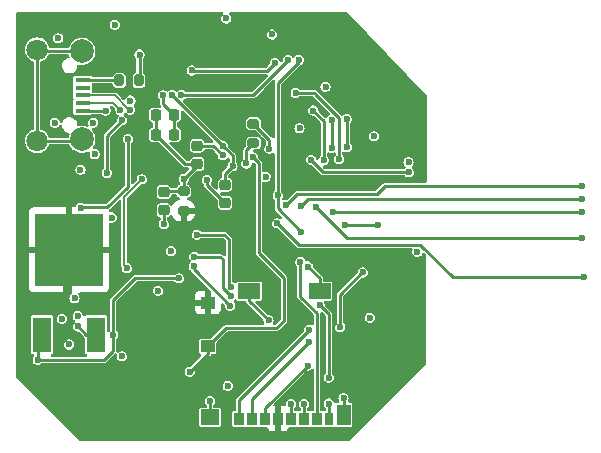
<source format=gbr>
%TF.GenerationSoftware,KiCad,Pcbnew,6.0.5-a6ca702e91~116~ubuntu20.04.1*%
%TF.CreationDate,2022-07-26T15:57:37+01:00*%
%TF.ProjectId,sd-mux,73642d6d-7578-42e6-9b69-6361645f7063,rev?*%
%TF.SameCoordinates,Original*%
%TF.FileFunction,Copper,L4,Bot*%
%TF.FilePolarity,Positive*%
%FSLAX46Y46*%
G04 Gerber Fmt 4.6, Leading zero omitted, Abs format (unit mm)*
G04 Created by KiCad (PCBNEW 6.0.5-a6ca702e91~116~ubuntu20.04.1) date 2022-07-26 15:57:37*
%MOMM*%
%LPD*%
G01*
G04 APERTURE LIST*
G04 Aperture macros list*
%AMRoundRect*
0 Rectangle with rounded corners*
0 $1 Rounding radius*
0 $2 $3 $4 $5 $6 $7 $8 $9 X,Y pos of 4 corners*
0 Add a 4 corners polygon primitive as box body*
4,1,4,$2,$3,$4,$5,$6,$7,$8,$9,$2,$3,0*
0 Add four circle primitives for the rounded corners*
1,1,$1+$1,$2,$3*
1,1,$1+$1,$4,$5*
1,1,$1+$1,$6,$7*
1,1,$1+$1,$8,$9*
0 Add four rect primitives between the rounded corners*
20,1,$1+$1,$2,$3,$4,$5,0*
20,1,$1+$1,$4,$5,$6,$7,0*
20,1,$1+$1,$6,$7,$8,$9,0*
20,1,$1+$1,$8,$9,$2,$3,0*%
G04 Aperture macros list end*
%TA.AperFunction,SMDPad,CuDef*%
%ADD10RoundRect,0.200000X0.275000X-0.200000X0.275000X0.200000X-0.275000X0.200000X-0.275000X-0.200000X0*%
%TD*%
%TA.AperFunction,SMDPad,CuDef*%
%ADD11RoundRect,0.200000X-0.200000X-0.275000X0.200000X-0.275000X0.200000X0.275000X-0.200000X0.275000X0*%
%TD*%
%TA.AperFunction,SMDPad,CuDef*%
%ADD12RoundRect,0.225000X-0.250000X0.225000X-0.250000X-0.225000X0.250000X-0.225000X0.250000X0.225000X0*%
%TD*%
%TA.AperFunction,SMDPad,CuDef*%
%ADD13RoundRect,0.225000X-0.225000X-0.250000X0.225000X-0.250000X0.225000X0.250000X-0.225000X0.250000X0*%
%TD*%
%TA.AperFunction,SMDPad,CuDef*%
%ADD14RoundRect,0.225000X0.250000X-0.225000X0.250000X0.225000X-0.250000X0.225000X-0.250000X-0.225000X0*%
%TD*%
%TA.AperFunction,SMDPad,CuDef*%
%ADD15R,1.300000X0.450000*%
%TD*%
%TA.AperFunction,ComponentPad*%
%ADD16C,2.000000*%
%TD*%
%TA.AperFunction,ComponentPad*%
%ADD17C,1.800000*%
%TD*%
%TA.AperFunction,SMDPad,CuDef*%
%ADD18R,0.850000X1.100000*%
%TD*%
%TA.AperFunction,SMDPad,CuDef*%
%ADD19R,0.750000X1.100000*%
%TD*%
%TA.AperFunction,SMDPad,CuDef*%
%ADD20R,1.200000X1.000000*%
%TD*%
%TA.AperFunction,SMDPad,CuDef*%
%ADD21R,1.900000X1.350000*%
%TD*%
%TA.AperFunction,SMDPad,CuDef*%
%ADD22R,1.170000X1.800000*%
%TD*%
%TA.AperFunction,SMDPad,CuDef*%
%ADD23R,1.550000X1.350000*%
%TD*%
%TA.AperFunction,SMDPad,CuDef*%
%ADD24R,1.600000X3.000000*%
%TD*%
%TA.AperFunction,SMDPad,CuDef*%
%ADD25R,5.800000X6.200000*%
%TD*%
%TA.AperFunction,ViaPad*%
%ADD26C,0.600000*%
%TD*%
%TA.AperFunction,Conductor*%
%ADD27C,0.250000*%
%TD*%
%TA.AperFunction,Conductor*%
%ADD28C,0.200000*%
%TD*%
G04 APERTURE END LIST*
D10*
%TO.P,R16,1*%
%TO.N,Net-(R16-Pad1)*%
X194525000Y-97800000D03*
%TO.P,R16,2*%
%TO.N,GND*%
X194525000Y-96150000D03*
%TD*%
%TO.P,FB3,1*%
%TO.N,/VD33*%
X188600000Y-103525000D03*
%TO.P,FB3,2*%
%TO.N,Net-(C11-Pad1)*%
X188600000Y-101875000D03*
%TD*%
D11*
%TO.P,FB1,1*%
%TO.N,Net-(FB1-Pad1)*%
X183172600Y-92500000D03*
%TO.P,FB1,2*%
%TO.N,GND*%
X184822600Y-92500000D03*
%TD*%
D12*
%TO.P,C5,2*%
%TO.N,GND*%
X192125000Y-102875000D03*
%TO.P,C5,1*%
%TO.N,Net-(C13-Pad1)*%
X192125000Y-101325000D03*
%TD*%
D13*
%TO.P,C16,1*%
%TO.N,Net-(C11-Pad1)*%
X186250000Y-95400000D03*
%TO.P,C16,2*%
%TO.N,GND*%
X187800000Y-95400000D03*
%TD*%
%TO.P,C6,1*%
%TO.N,Net-(C11-Pad1)*%
X186250000Y-97075000D03*
%TO.P,C6,2*%
%TO.N,GND*%
X187800000Y-97075000D03*
%TD*%
D12*
%TO.P,C19,1*%
%TO.N,Net-(C11-Pad1)*%
X186925000Y-101925000D03*
%TO.P,C19,2*%
%TO.N,GND*%
X186925000Y-103475000D03*
%TD*%
D14*
%TO.P,C11,2*%
%TO.N,GND*%
X189750000Y-98025000D03*
%TO.P,C11,1*%
%TO.N,Net-(C11-Pad1)*%
X189750000Y-99575000D03*
%TD*%
D15*
%TO.P,J1,1,VBUS*%
%TO.N,Net-(FB2-Pad2)*%
X180055000Y-95055000D03*
%TO.P,J1,2,D-*%
%TO.N,/USBUP_D_N*%
X180055000Y-94405000D03*
%TO.P,J1,3,D+*%
%TO.N,/USBUP_D_P*%
X180055000Y-93755000D03*
%TO.P,J1,4,ID*%
%TO.N,unconnected-(J1-Pad4)*%
X180055000Y-93105000D03*
%TO.P,J1,5,GND*%
%TO.N,Net-(FB1-Pad1)*%
X180055000Y-92455000D03*
D16*
%TO.P,J1,6,Shield*%
%TO.N,Net-(C8-Pad1)*%
X180005000Y-90030000D03*
D17*
X176205000Y-89880000D03*
X176205000Y-97630000D03*
D16*
X180005000Y-97480000D03*
%TD*%
D18*
%TO.P,J2,1,DAT2*%
%TO.N,/SD_D2*%
X193295000Y-121150000D03*
%TO.P,J2,2,DAT3/CD*%
%TO.N,/SD_D3*%
X194395000Y-121150000D03*
%TO.P,J2,3,CMD*%
%TO.N,/SD_CMD*%
X195495000Y-121150000D03*
%TO.P,J2,4,VDD*%
%TO.N,/VD33*%
X196595000Y-121150000D03*
%TO.P,J2,5,CLK*%
%TO.N,/SD_CLK*%
X197695000Y-121150000D03*
%TO.P,J2,6,VSS*%
%TO.N,GND*%
X198795000Y-121150000D03*
%TO.P,J2,7,DAT0*%
%TO.N,/SD_D0*%
X199895000Y-121150000D03*
D19*
%TO.P,J2,8,DAT1*%
%TO.N,/SD_D1*%
X200945000Y-121150000D03*
D20*
%TO.P,J2,9,DET_B*%
%TO.N,/SD_nCD*%
X190660000Y-115000000D03*
%TO.P,J2,10,DET_A*%
%TO.N,/VD33*%
X190660000Y-111300000D03*
D21*
%TO.P,J2,11,SHIELD*%
%TO.N,GND*%
X194160000Y-110325000D03*
X200130000Y-110325000D03*
D22*
X202155000Y-120800000D03*
D23*
X190835000Y-121025000D03*
%TD*%
D24*
%TO.P,U2,1,ADJUST/GROUND*%
%TO.N,GND*%
X181185000Y-114020000D03*
D25*
%TO.P,U2,2,OUTPUT*%
%TO.N,/VD33*%
X178900000Y-106840000D03*
D24*
%TO.P,U2,3,INPUT*%
%TO.N,/VBUS*%
X176615000Y-114020000D03*
%TD*%
D26*
%TO.N,GND*%
X190575000Y-100900000D03*
X180950000Y-96075000D03*
X177700000Y-96075000D03*
X192225000Y-87250000D03*
%TO.N,/VD33*%
X185175000Y-88625000D03*
%TO.N,GND*%
X184875000Y-90300000D03*
X186875000Y-93750000D03*
X179375000Y-110925000D03*
X179650000Y-112450000D03*
X179675000Y-113325000D03*
X178925000Y-114850000D03*
X195800000Y-112800000D03*
%TO.N,Net-(R12-Pad2)*%
X189475000Y-108200000D03*
X192550000Y-111575000D03*
%TO.N,Net-(R11-Pad2)*%
X189520541Y-107427641D03*
X192600000Y-110775000D03*
%TO.N,/VCCIO*%
X189725000Y-105550000D03*
X192650000Y-109975000D03*
%TO.N,GND*%
X195875000Y-98279500D03*
X198425000Y-96550000D03*
%TO.N,/VD33*%
X208375000Y-94875000D03*
X198175000Y-87625000D03*
%TO.N,/SD_MUX_SEL*%
X198350000Y-90750000D03*
%TO.N,GND*%
X200625000Y-93025000D03*
X207650000Y-99425000D03*
X204725000Y-97225000D03*
X192350000Y-118350000D03*
%TO.N,/SD_nCD*%
X189125000Y-117150000D03*
%TO.N,GND*%
X204375000Y-112575000D03*
%TO.N,Net-(R4-Pad2)*%
X207675000Y-100250000D03*
X199400000Y-99200000D03*
%TO.N,/VD33*%
X204375000Y-108175000D03*
%TO.N,Net-(R16-Pad1)*%
X193925000Y-99525000D03*
%TO.N,/SD_nCD*%
X194475000Y-99000000D03*
%TO.N,GND*%
X195554500Y-100650000D03*
%TO.N,Net-(C13-Pad1)*%
X191927498Y-98025000D03*
%TO.N,/VD33*%
X188600000Y-104575000D03*
%TO.N,GND*%
X186925000Y-104675000D03*
%TO.N,Net-(C11-Pad1)*%
X188625000Y-100825000D03*
%TO.N,GND*%
X182775000Y-87775000D03*
X178000000Y-88925000D03*
X181075000Y-98725000D03*
X179875000Y-100050000D03*
%TO.N,/XTAL1*%
X179900000Y-103275000D03*
%TO.N,/XTAL2*%
X182100000Y-100325000D03*
%TO.N,/XTAL1*%
X183887088Y-97445372D03*
%TO.N,/XTAL2*%
X183395586Y-95879414D03*
%TO.N,GND*%
X196100000Y-88600000D03*
%TO.N,/VBUS*%
X182650000Y-114075000D03*
%TO.N,GND*%
X182525000Y-104100000D03*
%TO.N,/VD33*%
X201237134Y-108125000D03*
%TO.N,Net-(FB2-Pad2)*%
X182000000Y-95050000D03*
%TO.N,GND*%
X208400000Y-107000000D03*
X183375000Y-115850000D03*
X184103409Y-94196591D03*
X178300000Y-112675000D03*
X187550000Y-106950000D03*
X199150000Y-108250000D03*
X202150000Y-119400000D03*
X186450000Y-110300000D03*
X191929951Y-98820165D03*
X198800000Y-119900000D03*
X190850000Y-119650000D03*
%TO.N,/VD33*%
X196600000Y-120000000D03*
X178450000Y-110750000D03*
X191100000Y-113350000D03*
%TO.N,/VBUS*%
X176250000Y-116150000D03*
X188209700Y-109250000D03*
%TO.N,/SD_MUX_SEL*%
X196570600Y-102235000D03*
X198551800Y-105304100D03*
%TO.N,/SD_D1_DUT*%
X222478600Y-109118400D03*
X196545200Y-104597200D03*
%TO.N,/SD_D0_DUT*%
X202311000Y-104749600D03*
X205079600Y-104749600D03*
%TO.N,/SD_D0*%
X198500000Y-107850000D03*
%TO.N,/SD_D1*%
X200900000Y-117650000D03*
X200150000Y-111550000D03*
X200900000Y-119850000D03*
%TO.N,/SD_D2*%
X199250000Y-113600000D03*
%TO.N,/SD_D3*%
X199250000Y-114600000D03*
%TO.N,/SD_CLK*%
X197700000Y-119900000D03*
%TO.N,/SD_CMD*%
X199100000Y-116650000D03*
X203775000Y-108750000D03*
X201872500Y-113400000D03*
%TO.N,/SD_D2_HUB*%
X202438000Y-95758000D03*
X188400000Y-93736498D03*
X197456278Y-90776278D03*
X202438000Y-98145600D03*
%TO.N,/SD_CMD_HUB*%
X201777600Y-99161600D03*
X198096209Y-93546591D03*
%TO.N,/SD_D3_HUB*%
X201142600Y-95808800D03*
X196350000Y-91000000D03*
X189300000Y-91650000D03*
X201142600Y-98196400D03*
%TO.N,/SD_CLK_HUB*%
X200482200Y-99237800D03*
X199593200Y-95046800D03*
%TO.N,/SD_CLK_DUT*%
X222377000Y-105867200D03*
X199821800Y-103225600D03*
%TO.N,/SD_D3_DUT*%
X222326200Y-102565200D03*
X198551800Y-103149400D03*
%TO.N,/SD_CMD_DUT*%
X201218800Y-103657400D03*
X222351600Y-103657400D03*
%TO.N,/SD_D2_DUT*%
X222351600Y-101447600D03*
X197256400Y-103047800D03*
%TO.N,Net-(C13-Pad1)*%
X192750000Y-99750000D03*
X187623458Y-93714897D03*
%TO.N,/USBUP_D_N*%
X183261000Y-94996000D03*
%TO.N,/USBUP_D_P*%
X184073800Y-94970600D03*
%TO.N,/USBDN_D_P2*%
X183792509Y-108380837D03*
X185064400Y-100863400D03*
%TD*%
D27*
%TO.N,/XTAL1*%
X182150000Y-103225000D02*
X179950000Y-103225000D01*
X179950000Y-103225000D02*
X179900000Y-103275000D01*
X183887088Y-97445372D02*
X183887088Y-101487912D01*
X183887088Y-101487912D02*
X182150000Y-103225000D01*
%TO.N,GND*%
X191929951Y-98820165D02*
X191134786Y-98025000D01*
X191134786Y-98025000D02*
X189750000Y-98025000D01*
%TO.N,Net-(C8-Pad1)*%
X176205000Y-89880000D02*
X176355000Y-90030000D01*
X176355000Y-90030000D02*
X180005000Y-90030000D01*
%TO.N,GND*%
X190575000Y-101325000D02*
X190575000Y-100900000D01*
X192125000Y-102875000D02*
X190575000Y-101325000D01*
%TO.N,Net-(C11-Pad1)*%
X186250000Y-97075000D02*
X188750000Y-99575000D01*
X188750000Y-99575000D02*
X189750000Y-99575000D01*
X186250000Y-97075000D02*
X186250000Y-95400000D01*
%TO.N,GND*%
X184875000Y-90300000D02*
X184875000Y-92447600D01*
X184875000Y-92447600D02*
X184822600Y-92500000D01*
X186875000Y-94475000D02*
X186875000Y-93750000D01*
X187800000Y-95400000D02*
X186875000Y-94475000D01*
X187800000Y-95400000D02*
X187800000Y-97075000D01*
X180370000Y-114020000D02*
X179675000Y-113325000D01*
X181185000Y-114020000D02*
X180370000Y-114020000D01*
X194160000Y-111160000D02*
X195800000Y-112800000D01*
X194160000Y-110325000D02*
X194160000Y-111160000D01*
%TO.N,Net-(R12-Pad2)*%
X192550000Y-111575000D02*
X189475000Y-108500000D01*
X189475000Y-108500000D02*
X189475000Y-108200000D01*
%TO.N,Net-(R11-Pad2)*%
X191702641Y-107427641D02*
X189520541Y-107427641D01*
X191925000Y-107650000D02*
X191702641Y-107427641D01*
X192600000Y-110775000D02*
X191925000Y-110100000D01*
X191925000Y-110100000D02*
X191925000Y-107650000D01*
%TO.N,/SD_nCD*%
X195000000Y-99525000D02*
X195000000Y-107100000D01*
X195000000Y-107100000D02*
X197100000Y-109200000D01*
X196465000Y-113460000D02*
X192200000Y-113460000D01*
X192200000Y-113460000D02*
X190660000Y-115000000D01*
X197100000Y-109200000D02*
X197100000Y-112825000D01*
X197100000Y-112825000D02*
X196465000Y-113460000D01*
%TO.N,/VCCIO*%
X192050000Y-105550000D02*
X189725000Y-105550000D01*
X192650000Y-109975000D02*
X192450000Y-109775000D01*
X192450000Y-105950000D02*
X192050000Y-105550000D01*
X192450000Y-109775000D02*
X192450000Y-105950000D01*
%TO.N,GND*%
X195875000Y-97500000D02*
X195875000Y-98279500D01*
X194525000Y-96150000D02*
X195875000Y-97500000D01*
%TO.N,/SD_MUX_SEL*%
X198350000Y-90925000D02*
X198350000Y-90750000D01*
X196570600Y-92704400D02*
X198350000Y-90925000D01*
X196570600Y-92704400D02*
X196570600Y-102235000D01*
%TO.N,/SD_nCD*%
X190660000Y-115615000D02*
X189125000Y-117150000D01*
X190660000Y-115000000D02*
X190660000Y-115615000D01*
%TO.N,Net-(R4-Pad2)*%
X200450000Y-100250000D02*
X207675000Y-100250000D01*
X199400000Y-99200000D02*
X200450000Y-100250000D01*
%TO.N,/VD33*%
X204325000Y-108125000D02*
X204375000Y-108175000D01*
X201237134Y-108125000D02*
X204325000Y-108125000D01*
%TO.N,/SD_CMD*%
X203775000Y-108750000D02*
X203750000Y-108750000D01*
X203750000Y-108750000D02*
X201872500Y-110627500D01*
X201872500Y-110627500D02*
X201872500Y-113400000D01*
%TO.N,Net-(R16-Pad1)*%
X193925000Y-99525000D02*
X193920489Y-99520489D01*
X193920489Y-99520489D02*
X193920489Y-98404511D01*
X193920489Y-98404511D02*
X194525000Y-97800000D01*
%TO.N,/SD_nCD*%
X194475000Y-99000000D02*
X195000000Y-99525000D01*
%TO.N,Net-(C13-Pad1)*%
X192125000Y-101325000D02*
X192125000Y-100375000D01*
X192125000Y-100375000D02*
X192750000Y-99750000D01*
%TO.N,Net-(C11-Pad1)*%
X188625000Y-100825000D02*
X189750000Y-99700000D01*
X189750000Y-99700000D02*
X189750000Y-99575000D01*
X188600000Y-101875000D02*
X188600000Y-100850000D01*
X188600000Y-100850000D02*
X188625000Y-100825000D01*
%TO.N,/VD33*%
X188600000Y-103525000D02*
X188600000Y-104575000D01*
%TO.N,GND*%
X186925000Y-103475000D02*
X186925000Y-104675000D01*
%TO.N,Net-(C11-Pad1)*%
X188600000Y-101875000D02*
X186975000Y-101875000D01*
X186975000Y-101875000D02*
X186925000Y-101925000D01*
%TO.N,/XTAL2*%
X182100000Y-100325000D02*
X182100000Y-97175000D01*
X182100000Y-97175000D02*
X183395586Y-95879414D01*
%TO.N,Net-(FB1-Pad1)*%
X183172600Y-92500000D02*
X183127600Y-92455000D01*
X183127600Y-92455000D02*
X180055000Y-92455000D01*
%TO.N,/VBUS*%
X182650000Y-111100000D02*
X182650000Y-114075000D01*
X182650000Y-114075000D02*
X182650000Y-115364022D01*
X182650000Y-115364022D02*
X181864022Y-116150000D01*
X181864022Y-116150000D02*
X176250000Y-116150000D01*
D28*
%TO.N,/USBDN_D_P2*%
X183792509Y-108380837D02*
X183565800Y-108154128D01*
X183565800Y-108154128D02*
X183565800Y-102362000D01*
X183565800Y-102362000D02*
X185064400Y-100863400D01*
D27*
%TO.N,Net-(FB2-Pad2)*%
X182000000Y-95050000D02*
X180060000Y-95050000D01*
X180060000Y-95050000D02*
X180055000Y-95055000D01*
%TO.N,Net-(C8-Pad1)*%
X176205000Y-97630000D02*
X179855000Y-97630000D01*
X179855000Y-97630000D02*
X180005000Y-97480000D01*
X176205000Y-89880000D02*
X176205000Y-97630000D01*
D28*
%TO.N,/USBUP_D_N*%
X183261000Y-94996000D02*
X182670000Y-94405000D01*
X182670000Y-94405000D02*
X180055000Y-94405000D01*
%TO.N,/USBUP_D_P*%
X184073800Y-94970600D02*
X183984443Y-94970600D01*
X183984443Y-94970600D02*
X182768843Y-93755000D01*
X182768843Y-93755000D02*
X180055000Y-93755000D01*
D27*
%TO.N,GND*%
X198800000Y-119900000D02*
X198795000Y-119905000D01*
X200130000Y-110325000D02*
X200130000Y-109230000D01*
X202155000Y-120800000D02*
X202155000Y-119405000D01*
X202155000Y-119405000D02*
X202150000Y-119400000D01*
X190835000Y-119665000D02*
X190850000Y-119650000D01*
X198795000Y-121150000D02*
X198795000Y-119905000D01*
X200130000Y-109230000D02*
X199150000Y-108250000D01*
X190835000Y-121025000D02*
X190835000Y-119665000D01*
%TO.N,/VD33*%
X196595000Y-121150000D02*
X196595000Y-120005000D01*
X178450000Y-110750000D02*
X178445489Y-110745489D01*
X178445489Y-110745489D02*
X178445489Y-107294511D01*
X190660000Y-112910000D02*
X191100000Y-113350000D01*
X196595000Y-120005000D02*
X196600000Y-120000000D01*
X190660000Y-111300000D02*
X190660000Y-112910000D01*
X178445489Y-107294511D02*
X178900000Y-106840000D01*
%TO.N,/VBUS*%
X176250000Y-116150000D02*
X176250000Y-114385000D01*
X176250000Y-114385000D02*
X176615000Y-114020000D01*
X184500000Y-109250000D02*
X182650000Y-111100000D01*
X188209700Y-109250000D02*
X184500000Y-109250000D01*
%TO.N,/SD_MUX_SEL*%
X196570600Y-103322900D02*
X196570600Y-102235000D01*
X198551800Y-105304100D02*
X196570600Y-103322900D01*
%TO.N,/SD_D1_DUT*%
X198348600Y-106400600D02*
X208661000Y-106400600D01*
X198348600Y-106400600D02*
X196545200Y-104597200D01*
X208661000Y-106400600D02*
X211378800Y-109118400D01*
X222478600Y-109118400D02*
X211378800Y-109118400D01*
%TO.N,/SD_D0_DUT*%
X205079600Y-104749600D02*
X202311000Y-104749600D01*
%TO.N,/SD_D0*%
X198500000Y-110829022D02*
X198500000Y-107850000D01*
X199895000Y-112224022D02*
X198500000Y-110829022D01*
X199895000Y-121150000D02*
X199895000Y-112224022D01*
%TO.N,/SD_D1*%
X200900000Y-117650000D02*
X200900000Y-112300000D01*
X200945000Y-119895000D02*
X200900000Y-119850000D01*
X200945000Y-121150000D02*
X200945000Y-120015978D01*
X200900000Y-112300000D02*
X200150000Y-111550000D01*
X200945000Y-120015978D02*
X200945000Y-119895000D01*
%TO.N,/SD_D2*%
X193295000Y-121150000D02*
X193295000Y-119555000D01*
X193295000Y-119555000D02*
X199250000Y-113600000D01*
%TO.N,/SD_D3*%
X194395000Y-119455000D02*
X199250000Y-114600000D01*
X194395000Y-121150000D02*
X194395000Y-119455000D01*
%TO.N,/SD_CLK*%
X197695000Y-119905000D02*
X197700000Y-119900000D01*
X197695000Y-121150000D02*
X197695000Y-119905000D01*
%TO.N,/SD_CMD*%
X195495000Y-121150000D02*
X195495000Y-120255000D01*
X195495000Y-120255000D02*
X199100000Y-116650000D01*
%TO.N,/SD_D2_HUB*%
X202438000Y-95758000D02*
X202438000Y-98145600D01*
X188400000Y-93736498D02*
X194496058Y-93736498D01*
X194496058Y-93736498D02*
X197456278Y-90776278D01*
%TO.N,/SD_CMD_HUB*%
X201777600Y-95659602D02*
X199742398Y-93624400D01*
X199742398Y-93624400D02*
X199742398Y-93595798D01*
X201777600Y-99161600D02*
X201777600Y-95659602D01*
X199693191Y-93546591D02*
X198096209Y-93546591D01*
X199742398Y-93595798D02*
X199693191Y-93546591D01*
%TO.N,/SD_D3_HUB*%
X195650000Y-91700000D02*
X189350000Y-91700000D01*
X189350000Y-91700000D02*
X189300000Y-91650000D01*
X201142600Y-98196400D02*
X201142600Y-95808800D01*
X196350000Y-91000000D02*
X195650000Y-91700000D01*
%TO.N,/SD_CLK_HUB*%
X200482200Y-99237800D02*
X200482200Y-95935800D01*
X200482200Y-95935800D02*
X199593200Y-95046800D01*
%TO.N,/SD_CLK_DUT*%
X199821800Y-103225600D02*
X202463400Y-105867200D01*
X202463400Y-105867200D02*
X222377000Y-105867200D01*
%TO.N,/SD_D3_DUT*%
X198551800Y-103149400D02*
X199136000Y-102565200D01*
X199136000Y-102565200D02*
X222326200Y-102565200D01*
%TO.N,/SD_CMD_DUT*%
X222351600Y-103657400D02*
X201218800Y-103657400D01*
%TO.N,/SD_D2_DUT*%
X198221600Y-102082600D02*
X197256400Y-103047800D01*
X205003400Y-102082600D02*
X198221600Y-102082600D01*
X222351600Y-101447600D02*
X205638400Y-101447600D01*
X205638400Y-101447600D02*
X205003400Y-102082600D01*
%TO.N,Net-(C13-Pad1)*%
X187623458Y-93744154D02*
X192024793Y-98145489D01*
X192024793Y-98145489D02*
X192045489Y-98145489D01*
X192045489Y-98145489D02*
X192750000Y-98850000D01*
X192750000Y-98850000D02*
X192750000Y-99750000D01*
X187623458Y-93714897D02*
X187623458Y-93744154D01*
%TD*%
%TA.AperFunction,Conductor*%
%TO.N,/VD33*%
G36*
X191926639Y-86721002D02*
G01*
X191973132Y-86774658D01*
X191983236Y-86844932D01*
X191953742Y-86909512D01*
X191946613Y-86916579D01*
X191943115Y-86918786D01*
X191861485Y-87011215D01*
X191809077Y-87122840D01*
X191807697Y-87131705D01*
X191807696Y-87131707D01*
X191806901Y-87136817D01*
X191790105Y-87244686D01*
X191791269Y-87253587D01*
X191791269Y-87253591D01*
X191803105Y-87344097D01*
X191806095Y-87366960D01*
X191855759Y-87479832D01*
X191935107Y-87574228D01*
X192037759Y-87642559D01*
X192046329Y-87645236D01*
X192046328Y-87645236D01*
X192099401Y-87661817D01*
X192155463Y-87679332D01*
X192164433Y-87679496D01*
X192164437Y-87679497D01*
X192220133Y-87680517D01*
X192278758Y-87681592D01*
X192370034Y-87656707D01*
X192389067Y-87651518D01*
X192389068Y-87651518D01*
X192397730Y-87649156D01*
X192405382Y-87644458D01*
X192495165Y-87589332D01*
X192495168Y-87589329D01*
X192502817Y-87584633D01*
X192512236Y-87574228D01*
X192579543Y-87499868D01*
X192579544Y-87499866D01*
X192585571Y-87493208D01*
X192604541Y-87454055D01*
X192635424Y-87390311D01*
X192635424Y-87390310D01*
X192639338Y-87382232D01*
X192659797Y-87260626D01*
X192659927Y-87250000D01*
X192657896Y-87235814D01*
X192643718Y-87136817D01*
X192643717Y-87136815D01*
X192642445Y-87127930D01*
X192591405Y-87015674D01*
X192510910Y-86922255D01*
X192507345Y-86919944D01*
X192470439Y-86862098D01*
X192470674Y-86791102D01*
X192509255Y-86731503D01*
X192573933Y-86702224D01*
X192591452Y-86701000D01*
X202345596Y-86701000D01*
X202413717Y-86721002D01*
X202436808Y-86740073D01*
X209185858Y-93821822D01*
X209218375Y-93884934D01*
X209220645Y-93909255D01*
X209191901Y-101066606D01*
X209171626Y-101134646D01*
X209117784Y-101180923D01*
X209065902Y-101192100D01*
X205675982Y-101192100D01*
X205651401Y-101189679D01*
X205638400Y-101187093D01*
X205538709Y-101206924D01*
X205454194Y-101263394D01*
X205447302Y-101273709D01*
X205447300Y-101273711D01*
X205446829Y-101274416D01*
X205431159Y-101293509D01*
X204934473Y-101790195D01*
X204872161Y-101824221D01*
X204845378Y-101827100D01*
X198259183Y-101827100D01*
X198234600Y-101824679D01*
X198233771Y-101824514D01*
X198233770Y-101824514D01*
X198221600Y-101822093D01*
X198130661Y-101840183D01*
X198121909Y-101841924D01*
X198037394Y-101898394D01*
X198030502Y-101908709D01*
X198030500Y-101908711D01*
X198030029Y-101909416D01*
X198014359Y-101928509D01*
X197362415Y-102580453D01*
X197300103Y-102614479D01*
X197272551Y-102617356D01*
X197255880Y-102617254D01*
X197197374Y-102616897D01*
X197081224Y-102650093D01*
X197010229Y-102649581D01*
X196950781Y-102610767D01*
X196921755Y-102545975D01*
X196933206Y-102474009D01*
X196984938Y-102367232D01*
X197005397Y-102245626D01*
X197005527Y-102235000D01*
X197003496Y-102220814D01*
X196989318Y-102121817D01*
X196989317Y-102121815D01*
X196988045Y-102112930D01*
X196937005Y-102000674D01*
X196856647Y-101907414D01*
X196827333Y-101842751D01*
X196826100Y-101825166D01*
X196826100Y-96544686D01*
X197990105Y-96544686D01*
X197991269Y-96553587D01*
X197991269Y-96553591D01*
X198001205Y-96629566D01*
X198006095Y-96666960D01*
X198055759Y-96779832D01*
X198115329Y-96850699D01*
X198127037Y-96864627D01*
X198135107Y-96874228D01*
X198237759Y-96942559D01*
X198355463Y-96979332D01*
X198364433Y-96979496D01*
X198364437Y-96979497D01*
X198420133Y-96980517D01*
X198478758Y-96981592D01*
X198538244Y-96965374D01*
X198589067Y-96951518D01*
X198589068Y-96951518D01*
X198597730Y-96949156D01*
X198605382Y-96944458D01*
X198695165Y-96889332D01*
X198695168Y-96889329D01*
X198702817Y-96884633D01*
X198712236Y-96874228D01*
X198779543Y-96799868D01*
X198779544Y-96799866D01*
X198785571Y-96793208D01*
X198815367Y-96731710D01*
X198835424Y-96690311D01*
X198835424Y-96690310D01*
X198839338Y-96682232D01*
X198859797Y-96560626D01*
X198859927Y-96550000D01*
X198858343Y-96538936D01*
X198843718Y-96436817D01*
X198843717Y-96436815D01*
X198842445Y-96427930D01*
X198819679Y-96377860D01*
X198795122Y-96323848D01*
X198795120Y-96323845D01*
X198791405Y-96315674D01*
X198710910Y-96222255D01*
X198607431Y-96155183D01*
X198598829Y-96152611D01*
X198598826Y-96152609D01*
X198519154Y-96128782D01*
X198489286Y-96119850D01*
X198480310Y-96119795D01*
X198480309Y-96119795D01*
X198429336Y-96119484D01*
X198365974Y-96119097D01*
X198247406Y-96152984D01*
X198143115Y-96218786D01*
X198061485Y-96311215D01*
X198009077Y-96422840D01*
X198007697Y-96431705D01*
X198007696Y-96431707D01*
X197992003Y-96532498D01*
X197990105Y-96544686D01*
X196826100Y-96544686D01*
X196826100Y-93541277D01*
X197661314Y-93541277D01*
X197662478Y-93550178D01*
X197662478Y-93550182D01*
X197668507Y-93596282D01*
X197677304Y-93663551D01*
X197726968Y-93776423D01*
X197806316Y-93870819D01*
X197908968Y-93939150D01*
X197917538Y-93941827D01*
X197917537Y-93941827D01*
X198009119Y-93970439D01*
X198026672Y-93975923D01*
X198035642Y-93976087D01*
X198035646Y-93976088D01*
X198091342Y-93977108D01*
X198149967Y-93978183D01*
X198224708Y-93957806D01*
X198260276Y-93948109D01*
X198260277Y-93948109D01*
X198268939Y-93945747D01*
X198279684Y-93939150D01*
X198366378Y-93885920D01*
X198366379Y-93885919D01*
X198374026Y-93881224D01*
X198380046Y-93874573D01*
X198380051Y-93874569D01*
X198408142Y-93843535D01*
X198468685Y-93806454D01*
X198501556Y-93802091D01*
X199506567Y-93802091D01*
X199574688Y-93822093D01*
X199595662Y-93838996D01*
X200348979Y-94592312D01*
X200978238Y-95221571D01*
X201012263Y-95283883D01*
X201007199Y-95354698D01*
X200964652Y-95411534D01*
X200956381Y-95417226D01*
X200860715Y-95477586D01*
X200854773Y-95484314D01*
X200854772Y-95484315D01*
X200845393Y-95494935D01*
X200779085Y-95570015D01*
X200775270Y-95578141D01*
X200759071Y-95612643D01*
X200712014Y-95665805D01*
X200643686Y-95685087D01*
X200575780Y-95664367D01*
X200555921Y-95648189D01*
X200064144Y-95156412D01*
X200030118Y-95094100D01*
X200027874Y-95058157D01*
X200027997Y-95057426D01*
X200028127Y-95046800D01*
X200026903Y-95038249D01*
X200011918Y-94933617D01*
X200011917Y-94933615D01*
X200010645Y-94924730D01*
X199983176Y-94864315D01*
X199963322Y-94820648D01*
X199963320Y-94820645D01*
X199959605Y-94812474D01*
X199879110Y-94719055D01*
X199775631Y-94651983D01*
X199767029Y-94649411D01*
X199767026Y-94649409D01*
X199666089Y-94619223D01*
X199666090Y-94619223D01*
X199657486Y-94616650D01*
X199648510Y-94616595D01*
X199648509Y-94616595D01*
X199597536Y-94616284D01*
X199534174Y-94615897D01*
X199415606Y-94649784D01*
X199311315Y-94715586D01*
X199229685Y-94808015D01*
X199177277Y-94919640D01*
X199175897Y-94928505D01*
X199175896Y-94928507D01*
X199166215Y-94990686D01*
X199158305Y-95041486D01*
X199159469Y-95050387D01*
X199159469Y-95050391D01*
X199167652Y-95112960D01*
X199174295Y-95163760D01*
X199223959Y-95276632D01*
X199266966Y-95327795D01*
X199297204Y-95363767D01*
X199303307Y-95371028D01*
X199329643Y-95388559D01*
X199384887Y-95425332D01*
X199405959Y-95439359D01*
X199437663Y-95449264D01*
X199514480Y-95473263D01*
X199523663Y-95476132D01*
X199612935Y-95477768D01*
X199680677Y-95499015D01*
X199699720Y-95514652D01*
X200189795Y-96004727D01*
X200223821Y-96067039D01*
X200226700Y-96093822D01*
X200226700Y-98829036D01*
X200206698Y-98897157D01*
X200195142Y-98912443D01*
X200174825Y-98935448D01*
X200118685Y-98999015D01*
X200066277Y-99110640D01*
X200065141Y-99117935D01*
X200026539Y-99176560D01*
X199961635Y-99205335D01*
X199891477Y-99194452D01*
X199838341Y-99147366D01*
X199820361Y-99098291D01*
X199819513Y-99092372D01*
X199817445Y-99077930D01*
X199786844Y-99010626D01*
X199770122Y-98973848D01*
X199770120Y-98973845D01*
X199766405Y-98965674D01*
X199685910Y-98872255D01*
X199582431Y-98805183D01*
X199573829Y-98802611D01*
X199573826Y-98802609D01*
X199477654Y-98773848D01*
X199464286Y-98769850D01*
X199455310Y-98769795D01*
X199455309Y-98769795D01*
X199404336Y-98769484D01*
X199340974Y-98769097D01*
X199222406Y-98802984D01*
X199118115Y-98868786D01*
X199036485Y-98961215D01*
X198984077Y-99072840D01*
X198982697Y-99081705D01*
X198982696Y-99081707D01*
X198967472Y-99179486D01*
X198965105Y-99194686D01*
X198966269Y-99203587D01*
X198966269Y-99203591D01*
X198978137Y-99294341D01*
X198981095Y-99316960D01*
X199030759Y-99429832D01*
X199110107Y-99524228D01*
X199117585Y-99529205D01*
X199117584Y-99529205D01*
X199168531Y-99563118D01*
X199212759Y-99592559D01*
X199221329Y-99595236D01*
X199221328Y-99595236D01*
X199299937Y-99619795D01*
X199330463Y-99629332D01*
X199419734Y-99630968D01*
X199487476Y-99652215D01*
X199506519Y-99667851D01*
X200242759Y-100404090D01*
X200258429Y-100423184D01*
X200258900Y-100423889D01*
X200258902Y-100423891D01*
X200265794Y-100434206D01*
X200280343Y-100443927D01*
X200313951Y-100466383D01*
X200313953Y-100466384D01*
X200350308Y-100490676D01*
X200362477Y-100493097D01*
X200362478Y-100493097D01*
X200372524Y-100495095D01*
X200423240Y-100505183D01*
X200450000Y-100510506D01*
X200462171Y-100508085D01*
X200462996Y-100507921D01*
X200487577Y-100505500D01*
X207268647Y-100505500D01*
X207336768Y-100525502D01*
X207365097Y-100550423D01*
X207385107Y-100574228D01*
X207392578Y-100579201D01*
X207392579Y-100579202D01*
X207473558Y-100633106D01*
X207487759Y-100642559D01*
X207516435Y-100651518D01*
X207587910Y-100673848D01*
X207605463Y-100679332D01*
X207614433Y-100679496D01*
X207614437Y-100679497D01*
X207670133Y-100680517D01*
X207728758Y-100681592D01*
X207805659Y-100660626D01*
X207839067Y-100651518D01*
X207839068Y-100651518D01*
X207847730Y-100649156D01*
X207855382Y-100644458D01*
X207945165Y-100589332D01*
X207945168Y-100589329D01*
X207952817Y-100584633D01*
X207961071Y-100575515D01*
X208029543Y-100499868D01*
X208029544Y-100499866D01*
X208035571Y-100493208D01*
X208040138Y-100483783D01*
X208085424Y-100390311D01*
X208085424Y-100390310D01*
X208089338Y-100382232D01*
X208109797Y-100260626D01*
X208109927Y-100250000D01*
X208105602Y-100219795D01*
X208093718Y-100136817D01*
X208093717Y-100136815D01*
X208092445Y-100127930D01*
X208055010Y-100045596D01*
X208045122Y-100023848D01*
X208045120Y-100023845D01*
X208041405Y-100015674D01*
X208008200Y-99977138D01*
X207966769Y-99929054D01*
X207966767Y-99929052D01*
X207960910Y-99922255D01*
X207955374Y-99918667D01*
X207917833Y-99859823D01*
X207918070Y-99788827D01*
X207945430Y-99740174D01*
X208010571Y-99668208D01*
X208014515Y-99660069D01*
X208060424Y-99565311D01*
X208060424Y-99565310D01*
X208064338Y-99557232D01*
X208084797Y-99435626D01*
X208084927Y-99425000D01*
X208083494Y-99414990D01*
X208068718Y-99311817D01*
X208068717Y-99311815D01*
X208067445Y-99302930D01*
X208046162Y-99256120D01*
X208020122Y-99198848D01*
X208020120Y-99198845D01*
X208016405Y-99190674D01*
X207935910Y-99097255D01*
X207832431Y-99030183D01*
X207823829Y-99027611D01*
X207823826Y-99027609D01*
X207731506Y-99000000D01*
X207714286Y-98994850D01*
X207705310Y-98994795D01*
X207705309Y-98994795D01*
X207654336Y-98994484D01*
X207590974Y-98994097D01*
X207472406Y-99027984D01*
X207368115Y-99093786D01*
X207362173Y-99100514D01*
X207362172Y-99100515D01*
X207345442Y-99119458D01*
X207286485Y-99186215D01*
X207234077Y-99297840D01*
X207232697Y-99306705D01*
X207232696Y-99306707D01*
X207216620Y-99409958D01*
X207215105Y-99419686D01*
X207216269Y-99428587D01*
X207216269Y-99428591D01*
X207227877Y-99517352D01*
X207231095Y-99541960D01*
X207280759Y-99654832D01*
X207360107Y-99749228D01*
X207367579Y-99754202D01*
X207369712Y-99756109D01*
X207407162Y-99816425D01*
X207406057Y-99887413D01*
X207380170Y-99933444D01*
X207364087Y-99951655D01*
X207363864Y-99951907D01*
X207303779Y-99989726D01*
X207269423Y-99994500D01*
X200608021Y-99994500D01*
X200539900Y-99974498D01*
X200518926Y-99957595D01*
X200445659Y-99884328D01*
X200411633Y-99822016D01*
X200416698Y-99751201D01*
X200459245Y-99694365D01*
X200519180Y-99670199D01*
X200526980Y-99669227D01*
X200535958Y-99669392D01*
X200636576Y-99641960D01*
X200646267Y-99639318D01*
X200646268Y-99639318D01*
X200654930Y-99636956D01*
X200663479Y-99631707D01*
X200752365Y-99577132D01*
X200752368Y-99577129D01*
X200760017Y-99572433D01*
X200769436Y-99562028D01*
X200836743Y-99487668D01*
X200836744Y-99487666D01*
X200842771Y-99481008D01*
X200863862Y-99437477D01*
X200892624Y-99378111D01*
X200892624Y-99378110D01*
X200896538Y-99370032D01*
X200916997Y-99248426D01*
X200917127Y-99237800D01*
X200913236Y-99210626D01*
X200900918Y-99124617D01*
X200900917Y-99124615D01*
X200899645Y-99115730D01*
X200869408Y-99049228D01*
X200852322Y-99011648D01*
X200852320Y-99011645D01*
X200848605Y-99003474D01*
X200768247Y-98910214D01*
X200738933Y-98845551D01*
X200737700Y-98827966D01*
X200737700Y-98679308D01*
X200757702Y-98611187D01*
X200811358Y-98564694D01*
X200881632Y-98554590D01*
X200933519Y-98574421D01*
X200955359Y-98588959D01*
X201000078Y-98602930D01*
X201035937Y-98614133D01*
X201073063Y-98625732D01*
X201082033Y-98625896D01*
X201082037Y-98625897D01*
X201137733Y-98626917D01*
X201196358Y-98627992D01*
X201278380Y-98605630D01*
X201306667Y-98597918D01*
X201306668Y-98597918D01*
X201315330Y-98595556D01*
X201325614Y-98589242D01*
X201330172Y-98586443D01*
X201398689Y-98567845D01*
X201466384Y-98589242D01*
X201511765Y-98643842D01*
X201522100Y-98693818D01*
X201522100Y-98752836D01*
X201502098Y-98820957D01*
X201490542Y-98836243D01*
X201466911Y-98863000D01*
X201414085Y-98922815D01*
X201361677Y-99034440D01*
X201360297Y-99043305D01*
X201360296Y-99043307D01*
X201344094Y-99147366D01*
X201342705Y-99156286D01*
X201343869Y-99165187D01*
X201343869Y-99165191D01*
X201354370Y-99245485D01*
X201358695Y-99278560D01*
X201408359Y-99391432D01*
X201487707Y-99485828D01*
X201522324Y-99508871D01*
X201544824Y-99523848D01*
X201590359Y-99554159D01*
X201617323Y-99562583D01*
X201697347Y-99587584D01*
X201708063Y-99590932D01*
X201717033Y-99591096D01*
X201717037Y-99591097D01*
X201772733Y-99592117D01*
X201831358Y-99593192D01*
X201907500Y-99572433D01*
X201941667Y-99563118D01*
X201941668Y-99563118D01*
X201950330Y-99560756D01*
X201957982Y-99556058D01*
X202047765Y-99500932D01*
X202047768Y-99500929D01*
X202055417Y-99496233D01*
X202064836Y-99485828D01*
X202132143Y-99411468D01*
X202132144Y-99411466D01*
X202138171Y-99404808D01*
X202143681Y-99393437D01*
X202188024Y-99301911D01*
X202188024Y-99301910D01*
X202191938Y-99293832D01*
X202209497Y-99189465D01*
X202211590Y-99177023D01*
X202211590Y-99177022D01*
X202212397Y-99172226D01*
X202212527Y-99161600D01*
X202210600Y-99148141D01*
X202196318Y-99048417D01*
X202196317Y-99048415D01*
X202195045Y-99039530D01*
X202161465Y-98965674D01*
X202147722Y-98935448D01*
X202147720Y-98935445D01*
X202144005Y-98927274D01*
X202063647Y-98834014D01*
X202034333Y-98769351D01*
X202033100Y-98751766D01*
X202033100Y-98628508D01*
X202053102Y-98560387D01*
X202106758Y-98513894D01*
X202177032Y-98503790D01*
X202228919Y-98523621D01*
X202250759Y-98538159D01*
X202267599Y-98543420D01*
X202345779Y-98567845D01*
X202368463Y-98574932D01*
X202377433Y-98575096D01*
X202377437Y-98575097D01*
X202433133Y-98576117D01*
X202491758Y-98577192D01*
X202598861Y-98547992D01*
X202602067Y-98547118D01*
X202602068Y-98547118D01*
X202610730Y-98544756D01*
X202618382Y-98540058D01*
X202708165Y-98484932D01*
X202708168Y-98484929D01*
X202715817Y-98480233D01*
X202725236Y-98469828D01*
X202792543Y-98395468D01*
X202792544Y-98395466D01*
X202798571Y-98388808D01*
X202802902Y-98379870D01*
X202848424Y-98285911D01*
X202848424Y-98285910D01*
X202852338Y-98277832D01*
X202872797Y-98156226D01*
X202872927Y-98145600D01*
X202867370Y-98106794D01*
X202856718Y-98032417D01*
X202856717Y-98032415D01*
X202855445Y-98023530D01*
X202831892Y-97971728D01*
X202808122Y-97919448D01*
X202808120Y-97919445D01*
X202804405Y-97911274D01*
X202724047Y-97818014D01*
X202694733Y-97753351D01*
X202693500Y-97735766D01*
X202693500Y-97219686D01*
X204290105Y-97219686D01*
X204291269Y-97228587D01*
X204291269Y-97228591D01*
X204298101Y-97280832D01*
X204306095Y-97341960D01*
X204355759Y-97454832D01*
X204404773Y-97513141D01*
X204422555Y-97534295D01*
X204435107Y-97549228D01*
X204537759Y-97617559D01*
X204655463Y-97654332D01*
X204664433Y-97654496D01*
X204664437Y-97654497D01*
X204720133Y-97655517D01*
X204778758Y-97656592D01*
X204857702Y-97635069D01*
X204889067Y-97626518D01*
X204889068Y-97626518D01*
X204897730Y-97624156D01*
X204905382Y-97619458D01*
X204995165Y-97564332D01*
X204995168Y-97564329D01*
X205002817Y-97559633D01*
X205012236Y-97549228D01*
X205079543Y-97474868D01*
X205079544Y-97474866D01*
X205085571Y-97468208D01*
X205090082Y-97458899D01*
X205135424Y-97365311D01*
X205135424Y-97365310D01*
X205139338Y-97357232D01*
X205159797Y-97235626D01*
X205159927Y-97225000D01*
X205159100Y-97219220D01*
X205143718Y-97111817D01*
X205143717Y-97111815D01*
X205142445Y-97102930D01*
X205116510Y-97045890D01*
X205095122Y-96998848D01*
X205095120Y-96998845D01*
X205091405Y-96990674D01*
X205010910Y-96897255D01*
X204907431Y-96830183D01*
X204898829Y-96827611D01*
X204898826Y-96827609D01*
X204797889Y-96797423D01*
X204797890Y-96797423D01*
X204789286Y-96794850D01*
X204780310Y-96794795D01*
X204780309Y-96794795D01*
X204729336Y-96794484D01*
X204665974Y-96794097D01*
X204547406Y-96827984D01*
X204443115Y-96893786D01*
X204437173Y-96900514D01*
X204437172Y-96900515D01*
X204404434Y-96937584D01*
X204361485Y-96986215D01*
X204309077Y-97097840D01*
X204307697Y-97106705D01*
X204307696Y-97106707D01*
X204292145Y-97206587D01*
X204290105Y-97219686D01*
X202693500Y-97219686D01*
X202693500Y-96165844D01*
X202713502Y-96097723D01*
X202726085Y-96081289D01*
X202792543Y-96007868D01*
X202792544Y-96007866D01*
X202798571Y-96001208D01*
X202813484Y-95970429D01*
X202848424Y-95898311D01*
X202848424Y-95898310D01*
X202852338Y-95890232D01*
X202872797Y-95768626D01*
X202872927Y-95758000D01*
X202870892Y-95743786D01*
X202856718Y-95644817D01*
X202856717Y-95644815D01*
X202855445Y-95635930D01*
X202820881Y-95559910D01*
X202808122Y-95531848D01*
X202808120Y-95531845D01*
X202804405Y-95523674D01*
X202723910Y-95430255D01*
X202620431Y-95363183D01*
X202611829Y-95360611D01*
X202611826Y-95360609D01*
X202512548Y-95330919D01*
X202502286Y-95327850D01*
X202493310Y-95327795D01*
X202493309Y-95327795D01*
X202442336Y-95327484D01*
X202378974Y-95327097D01*
X202260406Y-95360984D01*
X202156115Y-95426786D01*
X202150172Y-95433515D01*
X202150171Y-95433516D01*
X202129327Y-95457117D01*
X202069240Y-95494935D01*
X201998247Y-95494264D01*
X201963230Y-95473263D01*
X201961805Y-95475395D01*
X201950781Y-95468029D01*
X201931688Y-95452359D01*
X200001725Y-93522395D01*
X199983823Y-93495605D01*
X199983074Y-93496106D01*
X199962057Y-93464652D01*
X199962056Y-93464651D01*
X199956672Y-93456592D01*
X199926604Y-93411592D01*
X199916289Y-93404700D01*
X199907509Y-93395920D01*
X199907784Y-93395645D01*
X199893342Y-93381203D01*
X199893067Y-93381478D01*
X199884290Y-93372701D01*
X199877397Y-93362385D01*
X199792882Y-93305915D01*
X199791273Y-93305595D01*
X199780710Y-93303494D01*
X199780708Y-93303493D01*
X199718361Y-93291091D01*
X199693191Y-93286084D01*
X199681021Y-93288505D01*
X199681020Y-93288505D01*
X199680191Y-93288670D01*
X199655608Y-93291091D01*
X198502123Y-93291091D01*
X198434002Y-93271089D01*
X198406670Y-93247338D01*
X198387982Y-93225649D01*
X198387977Y-93225645D01*
X198382119Y-93218846D01*
X198278640Y-93151774D01*
X198270038Y-93149202D01*
X198270035Y-93149200D01*
X198169098Y-93119014D01*
X198169099Y-93119014D01*
X198160495Y-93116441D01*
X198151519Y-93116386D01*
X198151518Y-93116386D01*
X198100545Y-93116075D01*
X198037183Y-93115688D01*
X197918615Y-93149575D01*
X197814324Y-93215377D01*
X197732694Y-93307806D01*
X197680286Y-93419431D01*
X197678906Y-93428296D01*
X197678905Y-93428298D01*
X197662914Y-93531004D01*
X197661314Y-93541277D01*
X196826100Y-93541277D01*
X196826100Y-93019686D01*
X200190105Y-93019686D01*
X200191269Y-93028587D01*
X200191269Y-93028591D01*
X200202751Y-93116386D01*
X200206095Y-93141960D01*
X200255759Y-93254832D01*
X200304495Y-93312810D01*
X200324543Y-93336660D01*
X200335107Y-93349228D01*
X200372200Y-93373919D01*
X200419319Y-93405284D01*
X200437759Y-93417559D01*
X200496510Y-93435914D01*
X200527277Y-93445526D01*
X200555463Y-93454332D01*
X200564433Y-93454496D01*
X200564437Y-93454497D01*
X200620133Y-93455517D01*
X200678758Y-93456592D01*
X200782538Y-93428298D01*
X200789067Y-93426518D01*
X200789068Y-93426518D01*
X200797730Y-93424156D01*
X200805382Y-93419458D01*
X200895165Y-93364332D01*
X200895168Y-93364329D01*
X200902817Y-93359633D01*
X200912236Y-93349228D01*
X200979543Y-93274868D01*
X200979544Y-93274866D01*
X200985571Y-93268208D01*
X200995683Y-93247338D01*
X201035424Y-93165311D01*
X201035424Y-93165310D01*
X201039338Y-93157232D01*
X201057395Y-93049906D01*
X201058990Y-93040423D01*
X201058990Y-93040422D01*
X201059797Y-93035626D01*
X201059927Y-93025000D01*
X201057896Y-93010814D01*
X201043718Y-92911817D01*
X201043717Y-92911815D01*
X201042445Y-92902930D01*
X201003744Y-92817811D01*
X200995122Y-92798848D01*
X200995120Y-92798845D01*
X200991405Y-92790674D01*
X200910910Y-92697255D01*
X200807431Y-92630183D01*
X200798829Y-92627611D01*
X200798826Y-92627609D01*
X200697889Y-92597423D01*
X200697890Y-92597423D01*
X200689286Y-92594850D01*
X200680310Y-92594795D01*
X200680309Y-92594795D01*
X200629336Y-92594484D01*
X200565974Y-92594097D01*
X200447406Y-92627984D01*
X200343115Y-92693786D01*
X200261485Y-92786215D01*
X200209077Y-92897840D01*
X200207697Y-92906705D01*
X200207696Y-92906707D01*
X200197018Y-92975289D01*
X200190105Y-93019686D01*
X196826100Y-93019686D01*
X196826100Y-92862422D01*
X196846102Y-92794301D01*
X196863005Y-92773327D01*
X198450184Y-91186148D01*
X198506137Y-91153680D01*
X198514069Y-91151518D01*
X198514073Y-91151516D01*
X198522730Y-91149156D01*
X198599923Y-91101760D01*
X198620165Y-91089332D01*
X198620168Y-91089329D01*
X198627817Y-91084633D01*
X198641929Y-91069043D01*
X198704543Y-90999868D01*
X198704544Y-90999866D01*
X198710571Y-90993208D01*
X198719752Y-90974260D01*
X198760424Y-90890311D01*
X198760424Y-90890310D01*
X198764338Y-90882232D01*
X198784797Y-90760626D01*
X198784927Y-90750000D01*
X198781533Y-90726296D01*
X198768718Y-90636817D01*
X198768717Y-90636815D01*
X198767445Y-90627930D01*
X198741102Y-90569992D01*
X198720122Y-90523848D01*
X198720120Y-90523845D01*
X198716405Y-90515674D01*
X198635910Y-90422255D01*
X198532431Y-90355183D01*
X198523829Y-90352611D01*
X198523826Y-90352609D01*
X198422889Y-90322423D01*
X198422890Y-90322423D01*
X198414286Y-90319850D01*
X198405310Y-90319795D01*
X198405309Y-90319795D01*
X198354336Y-90319484D01*
X198290974Y-90319097D01*
X198172406Y-90352984D01*
X198068115Y-90418786D01*
X198062173Y-90425514D01*
X198062172Y-90425515D01*
X198038964Y-90451793D01*
X197986485Y-90511215D01*
X197983826Y-90508866D01*
X197942697Y-90543828D01*
X197872331Y-90553266D01*
X197808032Y-90523163D01*
X197795989Y-90510972D01*
X197748047Y-90455333D01*
X197742188Y-90448533D01*
X197638709Y-90381461D01*
X197630107Y-90378889D01*
X197630104Y-90378887D01*
X197535243Y-90350518D01*
X197520564Y-90346128D01*
X197511588Y-90346073D01*
X197511587Y-90346073D01*
X197460614Y-90345762D01*
X197397252Y-90345375D01*
X197278684Y-90379262D01*
X197174393Y-90445064D01*
X197092763Y-90537493D01*
X197040355Y-90649118D01*
X197038975Y-90657983D01*
X197038974Y-90657985D01*
X197022993Y-90760626D01*
X197021383Y-90770964D01*
X197022547Y-90779868D01*
X197022438Y-90788840D01*
X197020944Y-90788822D01*
X197011458Y-90849314D01*
X196986616Y-90884609D01*
X196966587Y-90904638D01*
X196904275Y-90938664D01*
X196833460Y-90933599D01*
X196776624Y-90891052D01*
X196762791Y-90867695D01*
X196761437Y-90864717D01*
X196716405Y-90765674D01*
X196635910Y-90672255D01*
X196532431Y-90605183D01*
X196523829Y-90602611D01*
X196523826Y-90602609D01*
X196422889Y-90572423D01*
X196422890Y-90572423D01*
X196414286Y-90569850D01*
X196405310Y-90569795D01*
X196405309Y-90569795D01*
X196354336Y-90569484D01*
X196290974Y-90569097D01*
X196172406Y-90602984D01*
X196068115Y-90668786D01*
X196062173Y-90675514D01*
X196062172Y-90675515D01*
X196027300Y-90715001D01*
X195986485Y-90761215D01*
X195934077Y-90872840D01*
X195932697Y-90881705D01*
X195932696Y-90881707D01*
X195916594Y-90985124D01*
X195915105Y-90994686D01*
X195916269Y-91003590D01*
X195916160Y-91012562D01*
X195914666Y-91012544D01*
X195905181Y-91073033D01*
X195880338Y-91108331D01*
X195728599Y-91260069D01*
X195581072Y-91407596D01*
X195518760Y-91441621D01*
X195491977Y-91444500D01*
X189748997Y-91444500D01*
X189680876Y-91424498D01*
X189653544Y-91400748D01*
X189591769Y-91329055D01*
X189585910Y-91322255D01*
X189482431Y-91255183D01*
X189473829Y-91252611D01*
X189473826Y-91252609D01*
X189372889Y-91222423D01*
X189372890Y-91222423D01*
X189364286Y-91219850D01*
X189355310Y-91219795D01*
X189355309Y-91219795D01*
X189304336Y-91219484D01*
X189240974Y-91219097D01*
X189122406Y-91252984D01*
X189018115Y-91318786D01*
X188936485Y-91411215D01*
X188884077Y-91522840D01*
X188882697Y-91531705D01*
X188882696Y-91531707D01*
X188870127Y-91612434D01*
X188865105Y-91644686D01*
X188866269Y-91653587D01*
X188866269Y-91653591D01*
X188879919Y-91757971D01*
X188881095Y-91766960D01*
X188930759Y-91879832D01*
X189010107Y-91974228D01*
X189112759Y-92042559D01*
X189230463Y-92079332D01*
X189239433Y-92079496D01*
X189239437Y-92079497D01*
X189295133Y-92080517D01*
X189353758Y-92081592D01*
X189413244Y-92065374D01*
X189464067Y-92051518D01*
X189464068Y-92051518D01*
X189472730Y-92049156D01*
X189483475Y-92042559D01*
X189570161Y-91989334D01*
X189570162Y-91989333D01*
X189577817Y-91984633D01*
X189579150Y-91983160D01*
X189641106Y-91956432D01*
X189656402Y-91955500D01*
X195611535Y-91955500D01*
X195679656Y-91975502D01*
X195726149Y-92029158D01*
X195736253Y-92099432D01*
X195706759Y-92164012D01*
X195700635Y-92170590D01*
X195061622Y-92809602D01*
X194427131Y-93444093D01*
X194364819Y-93478119D01*
X194338036Y-93480998D01*
X188805914Y-93480998D01*
X188737793Y-93460996D01*
X188710461Y-93437245D01*
X188691773Y-93415556D01*
X188691768Y-93415552D01*
X188685910Y-93408753D01*
X188582431Y-93341681D01*
X188573829Y-93339109D01*
X188573826Y-93339107D01*
X188472889Y-93308921D01*
X188472890Y-93308921D01*
X188464286Y-93306348D01*
X188455310Y-93306293D01*
X188455309Y-93306293D01*
X188404336Y-93305982D01*
X188340974Y-93305595D01*
X188222406Y-93339482D01*
X188118115Y-93405284D01*
X188112172Y-93412013D01*
X188105336Y-93417831D01*
X188103437Y-93415599D01*
X188055886Y-93445526D01*
X187984893Y-93444855D01*
X187926080Y-93406547D01*
X187909368Y-93387152D01*
X187805889Y-93320080D01*
X187797287Y-93317508D01*
X187797284Y-93317506D01*
X187708957Y-93291091D01*
X187687744Y-93284747D01*
X187678768Y-93284692D01*
X187678767Y-93284692D01*
X187627794Y-93284381D01*
X187564432Y-93283994D01*
X187445864Y-93317881D01*
X187341573Y-93383683D01*
X187325771Y-93401576D01*
X187265687Y-93439394D01*
X187194693Y-93438725D01*
X187161986Y-93420595D01*
X187160910Y-93422255D01*
X187057431Y-93355183D01*
X187048829Y-93352611D01*
X187048826Y-93352609D01*
X186969154Y-93328782D01*
X186939286Y-93319850D01*
X186930310Y-93319795D01*
X186930309Y-93319795D01*
X186879336Y-93319484D01*
X186815974Y-93319097D01*
X186697406Y-93352984D01*
X186593115Y-93418786D01*
X186587173Y-93425514D01*
X186587172Y-93425515D01*
X186574915Y-93439394D01*
X186511485Y-93511215D01*
X186459077Y-93622840D01*
X186440105Y-93744686D01*
X186441269Y-93753587D01*
X186441269Y-93753591D01*
X186450328Y-93822862D01*
X186456095Y-93866960D01*
X186505759Y-93979832D01*
X186574532Y-94061647D01*
X186585107Y-94074228D01*
X186583575Y-94075516D01*
X186614933Y-94126019D01*
X186619500Y-94159634D01*
X186619500Y-94437417D01*
X186617079Y-94462000D01*
X186614493Y-94475000D01*
X186634324Y-94574691D01*
X186641218Y-94585008D01*
X186653216Y-94602965D01*
X186674430Y-94670718D01*
X186655646Y-94739185D01*
X186602829Y-94786628D01*
X186530262Y-94797646D01*
X186508699Y-94794500D01*
X186250987Y-94794500D01*
X185991302Y-94794501D01*
X185921431Y-94804785D01*
X185869677Y-94830195D01*
X185824542Y-94852355D01*
X185824540Y-94852356D01*
X185815194Y-94856945D01*
X185731580Y-94940705D01*
X185679605Y-95047033D01*
X185678194Y-95056708D01*
X185678193Y-95056710D01*
X185670835Y-95107152D01*
X185669500Y-95116301D01*
X185669501Y-95683698D01*
X185679785Y-95753569D01*
X185689291Y-95772930D01*
X185727102Y-95849941D01*
X185731945Y-95859806D01*
X185815705Y-95943420D01*
X185870951Y-95970425D01*
X185922033Y-95995395D01*
X185920485Y-95998562D01*
X185964898Y-96028014D01*
X185993462Y-96093011D01*
X185994500Y-96109152D01*
X185994500Y-96365874D01*
X185974498Y-96433995D01*
X185921699Y-96479746D01*
X185921431Y-96479785D01*
X185917045Y-96481938D01*
X185917046Y-96481938D01*
X185824542Y-96527355D01*
X185824540Y-96527356D01*
X185815194Y-96531945D01*
X185731580Y-96615705D01*
X185679605Y-96722033D01*
X185678194Y-96731708D01*
X185678193Y-96731710D01*
X185670165Y-96786744D01*
X185669500Y-96791301D01*
X185669501Y-97358698D01*
X185679785Y-97428569D01*
X185694776Y-97459102D01*
X185727102Y-97524941D01*
X185731945Y-97534806D01*
X185746392Y-97549228D01*
X185791340Y-97594097D01*
X185815705Y-97618420D01*
X185922033Y-97670395D01*
X185931708Y-97671806D01*
X185931710Y-97671807D01*
X185986774Y-97679840D01*
X185986780Y-97679840D01*
X185991301Y-97680500D01*
X186031813Y-97680500D01*
X186441977Y-97680499D01*
X186510098Y-97700501D01*
X186531072Y-97717404D01*
X188542759Y-99729091D01*
X188558429Y-99748184D01*
X188558900Y-99748889D01*
X188558902Y-99748891D01*
X188565794Y-99759206D01*
X188587130Y-99773462D01*
X188650309Y-99815676D01*
X188750000Y-99835507D01*
X188763001Y-99832921D01*
X188787582Y-99830500D01*
X188953978Y-99830500D01*
X189022099Y-99850502D01*
X189068592Y-99904158D01*
X189078696Y-99974432D01*
X189049202Y-100039012D01*
X189043076Y-100045592D01*
X188731014Y-100357654D01*
X188668702Y-100391679D01*
X188641150Y-100394556D01*
X188625670Y-100394462D01*
X188565974Y-100394097D01*
X188447406Y-100427984D01*
X188343115Y-100493786D01*
X188337173Y-100500514D01*
X188337172Y-100500515D01*
X188313432Y-100527396D01*
X188261485Y-100586215D01*
X188209077Y-100697840D01*
X188207697Y-100706705D01*
X188207696Y-100706707D01*
X188192089Y-100806945D01*
X188190105Y-100819686D01*
X188191269Y-100828587D01*
X188191269Y-100828591D01*
X188201997Y-100910626D01*
X188206095Y-100941960D01*
X188255759Y-101054832D01*
X188278253Y-101081592D01*
X188314951Y-101125250D01*
X188343472Y-101190266D01*
X188344500Y-101206325D01*
X188344500Y-101226846D01*
X188324498Y-101294967D01*
X188270842Y-101341460D01*
X188253758Y-101347812D01*
X188247694Y-101349579D01*
X188238141Y-101350837D01*
X188229410Y-101354909D01*
X188229408Y-101354909D01*
X188171138Y-101382081D01*
X188132509Y-101400094D01*
X188050094Y-101482509D01*
X188045435Y-101492501D01*
X188045434Y-101492502D01*
X188020138Y-101546750D01*
X187973221Y-101600035D01*
X187905943Y-101619500D01*
X187610046Y-101619500D01*
X187541925Y-101599498D01*
X187496943Y-101549032D01*
X187488699Y-101532241D01*
X187468055Y-101490194D01*
X187384295Y-101406580D01*
X187277967Y-101354605D01*
X187268292Y-101353194D01*
X187268290Y-101353193D01*
X187213226Y-101345160D01*
X187213220Y-101345160D01*
X187208699Y-101344500D01*
X186926082Y-101344500D01*
X186641302Y-101344501D01*
X186571431Y-101354785D01*
X186519677Y-101380195D01*
X186474542Y-101402355D01*
X186474540Y-101402356D01*
X186465194Y-101406945D01*
X186381580Y-101490705D01*
X186329605Y-101597033D01*
X186328194Y-101606708D01*
X186328193Y-101606710D01*
X186320164Y-101661751D01*
X186319500Y-101666301D01*
X186319501Y-102183698D01*
X186329785Y-102253569D01*
X186347524Y-102289698D01*
X186377102Y-102349941D01*
X186381945Y-102359806D01*
X186389315Y-102367163D01*
X186455104Y-102432837D01*
X186465705Y-102443420D01*
X186572033Y-102495395D01*
X186581708Y-102496806D01*
X186581710Y-102496807D01*
X186636774Y-102504840D01*
X186636780Y-102504840D01*
X186641301Y-102505500D01*
X186923918Y-102505500D01*
X187208698Y-102505499D01*
X187278569Y-102495215D01*
X187340452Y-102464832D01*
X187375458Y-102447645D01*
X187375460Y-102447644D01*
X187384806Y-102443055D01*
X187426757Y-102401031D01*
X187461064Y-102366664D01*
X187461064Y-102366663D01*
X187468420Y-102359295D01*
X187520395Y-102252967D01*
X187522306Y-102239871D01*
X187522533Y-102238312D01*
X187552159Y-102173792D01*
X187611964Y-102135531D01*
X187647213Y-102130500D01*
X187905943Y-102130500D01*
X187974064Y-102150502D01*
X188020138Y-102203250D01*
X188037215Y-102239871D01*
X188050094Y-102267491D01*
X188132509Y-102349906D01*
X188142501Y-102354565D01*
X188142502Y-102354566D01*
X188215091Y-102388415D01*
X188268376Y-102435333D01*
X188287837Y-102503610D01*
X188267295Y-102571570D01*
X188213272Y-102617635D01*
X188194949Y-102623485D01*
X188195030Y-102623743D01*
X188038757Y-102672715D01*
X188025012Y-102678921D01*
X187891426Y-102759824D01*
X187879557Y-102769131D01*
X187769131Y-102879557D01*
X187759821Y-102891429D01*
X187675333Y-103030936D01*
X187622935Y-103078843D01*
X187552956Y-103090816D01*
X187487612Y-103063055D01*
X187470088Y-103044334D01*
X187468055Y-103040194D01*
X187384295Y-102956580D01*
X187277967Y-102904605D01*
X187268292Y-102903194D01*
X187268290Y-102903193D01*
X187213226Y-102895160D01*
X187213220Y-102895160D01*
X187208699Y-102894500D01*
X186926082Y-102894500D01*
X186641302Y-102894501D01*
X186571431Y-102904785D01*
X186523005Y-102928561D01*
X186474542Y-102952355D01*
X186474540Y-102952356D01*
X186465194Y-102956945D01*
X186381580Y-103040705D01*
X186329605Y-103147033D01*
X186328194Y-103156708D01*
X186328193Y-103156710D01*
X186320164Y-103211751D01*
X186319500Y-103216301D01*
X186319501Y-103733698D01*
X186329785Y-103803569D01*
X186334102Y-103812361D01*
X186375269Y-103896208D01*
X186381945Y-103909806D01*
X186465705Y-103993420D01*
X186527284Y-104023521D01*
X186563248Y-104041101D01*
X186563249Y-104041101D01*
X186572033Y-104045395D01*
X186581022Y-104046706D01*
X186639882Y-104085721D01*
X186668459Y-104150712D01*
X186669500Y-104166878D01*
X186669500Y-104266236D01*
X186649498Y-104334357D01*
X186637942Y-104349643D01*
X186619011Y-104371079D01*
X186561485Y-104436215D01*
X186509077Y-104547840D01*
X186507697Y-104556705D01*
X186507696Y-104556707D01*
X186494027Y-104644500D01*
X186490105Y-104669686D01*
X186491269Y-104678587D01*
X186491269Y-104678591D01*
X186500744Y-104751045D01*
X186506095Y-104791960D01*
X186555759Y-104904832D01*
X186572601Y-104924868D01*
X186622966Y-104984784D01*
X186635107Y-104999228D01*
X186737759Y-105067559D01*
X186855463Y-105104332D01*
X186864433Y-105104496D01*
X186864437Y-105104497D01*
X186920133Y-105105517D01*
X186978758Y-105106592D01*
X187080689Y-105078802D01*
X187089067Y-105076518D01*
X187089068Y-105076518D01*
X187097730Y-105074156D01*
X187105382Y-105069458D01*
X187195165Y-105014332D01*
X187195168Y-105014329D01*
X187202817Y-105009633D01*
X187212236Y-104999228D01*
X187279543Y-104924868D01*
X187279544Y-104924866D01*
X187285571Y-104918208D01*
X187291143Y-104906709D01*
X187335424Y-104815311D01*
X187335424Y-104815310D01*
X187339338Y-104807232D01*
X187359797Y-104685626D01*
X187359927Y-104675000D01*
X187357896Y-104660814D01*
X187343718Y-104561817D01*
X187343717Y-104561815D01*
X187342445Y-104552930D01*
X187315859Y-104494458D01*
X187295122Y-104448848D01*
X187295120Y-104448845D01*
X187291405Y-104440674D01*
X187211047Y-104347414D01*
X187181733Y-104282751D01*
X187180500Y-104265166D01*
X187180500Y-104166894D01*
X187200502Y-104098773D01*
X187254158Y-104052280D01*
X187268950Y-104046631D01*
X187278569Y-104045215D01*
X187287360Y-104040899D01*
X187375458Y-103997645D01*
X187375460Y-103997644D01*
X187384806Y-103993055D01*
X187452459Y-103925284D01*
X187514742Y-103891205D01*
X187585562Y-103896208D01*
X187642434Y-103938705D01*
X187661866Y-103976623D01*
X187672715Y-104011243D01*
X187678921Y-104024988D01*
X187759824Y-104158574D01*
X187769131Y-104170443D01*
X187879557Y-104280869D01*
X187891426Y-104290176D01*
X188025012Y-104371079D01*
X188038757Y-104377285D01*
X188188644Y-104424256D01*
X188201694Y-104426869D01*
X188265521Y-104432734D01*
X188271309Y-104433000D01*
X188327885Y-104433000D01*
X188343124Y-104428525D01*
X188344329Y-104427135D01*
X188346000Y-104419452D01*
X188346000Y-104414884D01*
X188854000Y-104414884D01*
X188858475Y-104430123D01*
X188859865Y-104431328D01*
X188867548Y-104432999D01*
X188928705Y-104432999D01*
X188934454Y-104432736D01*
X188998315Y-104426868D01*
X189011351Y-104424257D01*
X189161243Y-104377285D01*
X189174988Y-104371079D01*
X189308574Y-104290176D01*
X189320443Y-104280869D01*
X189430869Y-104170443D01*
X189440176Y-104158574D01*
X189521079Y-104024988D01*
X189527285Y-104011243D01*
X189574256Y-103861356D01*
X189576869Y-103848306D01*
X189581913Y-103793414D01*
X189578525Y-103781876D01*
X189577135Y-103780671D01*
X189569452Y-103779000D01*
X188872115Y-103779000D01*
X188856876Y-103783475D01*
X188855671Y-103784865D01*
X188854000Y-103792548D01*
X188854000Y-104414884D01*
X188346000Y-104414884D01*
X188346000Y-103397000D01*
X188366002Y-103328879D01*
X188419658Y-103282386D01*
X188472000Y-103271000D01*
X189564884Y-103271000D01*
X189580123Y-103266525D01*
X189581328Y-103265135D01*
X189582291Y-103260706D01*
X189576868Y-103201685D01*
X189574257Y-103188649D01*
X189527285Y-103038757D01*
X189521079Y-103025012D01*
X189440176Y-102891426D01*
X189430869Y-102879557D01*
X189320443Y-102769131D01*
X189308574Y-102759824D01*
X189174988Y-102678921D01*
X189161243Y-102672715D01*
X189004970Y-102623743D01*
X189005514Y-102622008D01*
X188950554Y-102593171D01*
X188915500Y-102531432D01*
X188919389Y-102460542D01*
X188960987Y-102403008D01*
X188984909Y-102388415D01*
X189057498Y-102354566D01*
X189057499Y-102354565D01*
X189067491Y-102349906D01*
X189149906Y-102267491D01*
X189162369Y-102240764D01*
X189195089Y-102170597D01*
X189195090Y-102170594D01*
X189199163Y-102161859D01*
X189205500Y-102113724D01*
X189205500Y-101636276D01*
X189199163Y-101588141D01*
X189195090Y-101579406D01*
X189195089Y-101579403D01*
X189154566Y-101492502D01*
X189154565Y-101492501D01*
X189149906Y-101482509D01*
X189067491Y-101400094D01*
X189028862Y-101382081D01*
X188970594Y-101354910D01*
X188970591Y-101354909D01*
X188967268Y-101353359D01*
X188961859Y-101350837D01*
X188962369Y-101349743D01*
X188910519Y-101316568D01*
X188880896Y-101252047D01*
X188890858Y-101181753D01*
X188912162Y-101149309D01*
X188979543Y-101074868D01*
X188979544Y-101074866D01*
X188985571Y-101068208D01*
X188992312Y-101054296D01*
X189035424Y-100965311D01*
X189035424Y-100965310D01*
X189039338Y-100957232D01*
X189059797Y-100835626D01*
X189059927Y-100825000D01*
X189059238Y-100820188D01*
X189058921Y-100815322D01*
X189060764Y-100815202D01*
X189069801Y-100752713D01*
X189095276Y-100716056D01*
X189618927Y-100192405D01*
X189681239Y-100158379D01*
X189708022Y-100155500D01*
X190003042Y-100155499D01*
X190033698Y-100155499D01*
X190103569Y-100145215D01*
X190155415Y-100119760D01*
X190200458Y-100097645D01*
X190200460Y-100097644D01*
X190209806Y-100093055D01*
X190293420Y-100009295D01*
X190345395Y-99902967D01*
X190346807Y-99893290D01*
X190354840Y-99838226D01*
X190354840Y-99838220D01*
X190355500Y-99833699D01*
X190355499Y-99316302D01*
X190345215Y-99246431D01*
X190315453Y-99185814D01*
X190297645Y-99149542D01*
X190297644Y-99149540D01*
X190293055Y-99140194D01*
X190246566Y-99093786D01*
X190216664Y-99063936D01*
X190216663Y-99063936D01*
X190209295Y-99056580D01*
X190102967Y-99004605D01*
X190093292Y-99003194D01*
X190093290Y-99003193D01*
X190038226Y-98995160D01*
X190038220Y-98995160D01*
X190033699Y-98994500D01*
X189751082Y-98994500D01*
X189466302Y-98994501D01*
X189396431Y-99004785D01*
X189382453Y-99011648D01*
X189299542Y-99052355D01*
X189299540Y-99052356D01*
X189290194Y-99056945D01*
X189206580Y-99140705D01*
X189154605Y-99247033D01*
X189151438Y-99245485D01*
X189121986Y-99289898D01*
X189056989Y-99318462D01*
X189040848Y-99319500D01*
X188908022Y-99319500D01*
X188839901Y-99299498D01*
X188818927Y-99282595D01*
X187430025Y-97893693D01*
X187395999Y-97831381D01*
X187401064Y-97760566D01*
X187443611Y-97703730D01*
X187510131Y-97678919D01*
X187532216Y-97679729D01*
X187532232Y-97679510D01*
X187536774Y-97679840D01*
X187541301Y-97680500D01*
X187799013Y-97680500D01*
X188058698Y-97680499D01*
X188128569Y-97670215D01*
X188200153Y-97635069D01*
X188225458Y-97622645D01*
X188225460Y-97622644D01*
X188234806Y-97618055D01*
X188318420Y-97534295D01*
X188370395Y-97427967D01*
X188372329Y-97414710D01*
X188379840Y-97363226D01*
X188379840Y-97363220D01*
X188380500Y-97358699D01*
X188380499Y-96791302D01*
X188370215Y-96721431D01*
X188325473Y-96630302D01*
X188322645Y-96624542D01*
X188322644Y-96624540D01*
X188318055Y-96615194D01*
X188257627Y-96554871D01*
X188241664Y-96538936D01*
X188241663Y-96538936D01*
X188234295Y-96531580D01*
X188127967Y-96479605D01*
X188129515Y-96476438D01*
X188085102Y-96446986D01*
X188056538Y-96381989D01*
X188055500Y-96365848D01*
X188055500Y-96109126D01*
X188075502Y-96041005D01*
X188128301Y-95995254D01*
X188128569Y-95995215D01*
X188152692Y-95983371D01*
X188225458Y-95947645D01*
X188225460Y-95947644D01*
X188234806Y-95943055D01*
X188293474Y-95884285D01*
X188311064Y-95866664D01*
X188311064Y-95866663D01*
X188318420Y-95859295D01*
X188370395Y-95752967D01*
X188373749Y-95729977D01*
X188379840Y-95688226D01*
X188379840Y-95688220D01*
X188380500Y-95683699D01*
X188380499Y-95166717D01*
X188400501Y-95098596D01*
X188454156Y-95052103D01*
X188524430Y-95041999D01*
X188589011Y-95071492D01*
X188595594Y-95077622D01*
X191072377Y-97554405D01*
X191106403Y-97616717D01*
X191101338Y-97687532D01*
X191058791Y-97744368D01*
X190992271Y-97769179D01*
X190983282Y-97769500D01*
X190459126Y-97769500D01*
X190391005Y-97749498D01*
X190345254Y-97696699D01*
X190345215Y-97696431D01*
X190308988Y-97622645D01*
X190297645Y-97599542D01*
X190297644Y-97599540D01*
X190293055Y-97590194D01*
X190228206Y-97525458D01*
X190216664Y-97513936D01*
X190216663Y-97513936D01*
X190209295Y-97506580D01*
X190102967Y-97454605D01*
X190093292Y-97453194D01*
X190093290Y-97453193D01*
X190038226Y-97445160D01*
X190038220Y-97445160D01*
X190033699Y-97444500D01*
X189751082Y-97444500D01*
X189466302Y-97444501D01*
X189396431Y-97454785D01*
X189355527Y-97474868D01*
X189299542Y-97502355D01*
X189299540Y-97502356D01*
X189290194Y-97506945D01*
X189272229Y-97524941D01*
X189223468Y-97573788D01*
X189206580Y-97590705D01*
X189154605Y-97697033D01*
X189153194Y-97706708D01*
X189153193Y-97706710D01*
X189145337Y-97760566D01*
X189144500Y-97766301D01*
X189144501Y-98283698D01*
X189154785Y-98353569D01*
X189175844Y-98396460D01*
X189202102Y-98449941D01*
X189206945Y-98459806D01*
X189290705Y-98543420D01*
X189397033Y-98595395D01*
X189406708Y-98596806D01*
X189406710Y-98596807D01*
X189461774Y-98604840D01*
X189461780Y-98604840D01*
X189466301Y-98605500D01*
X189748918Y-98605500D01*
X190033698Y-98605499D01*
X190103569Y-98595215D01*
X190175752Y-98559775D01*
X190200458Y-98547645D01*
X190200460Y-98547644D01*
X190209806Y-98543055D01*
X190272463Y-98480289D01*
X190286064Y-98466664D01*
X190286064Y-98466663D01*
X190293420Y-98459295D01*
X190345395Y-98352967D01*
X190348562Y-98354515D01*
X190378014Y-98310102D01*
X190443011Y-98281538D01*
X190459152Y-98280500D01*
X190976763Y-98280500D01*
X191044884Y-98300502D01*
X191065858Y-98317404D01*
X191265642Y-98517187D01*
X191459593Y-98711138D01*
X191493618Y-98773451D01*
X191496489Y-98801773D01*
X191496438Y-98805977D01*
X191495056Y-98814851D01*
X191511046Y-98937125D01*
X191560710Y-99049997D01*
X191609097Y-99107560D01*
X191625033Y-99126518D01*
X191640058Y-99144393D01*
X191658384Y-99156592D01*
X191725221Y-99201082D01*
X191742710Y-99212724D01*
X191751280Y-99215401D01*
X191751279Y-99215401D01*
X191822459Y-99237639D01*
X191860414Y-99249497D01*
X191869384Y-99249661D01*
X191869388Y-99249662D01*
X191925084Y-99250682D01*
X191983709Y-99251757D01*
X192054393Y-99232486D01*
X192094018Y-99221683D01*
X192094019Y-99221683D01*
X192102681Y-99219321D01*
X192110333Y-99214623D01*
X192200116Y-99159497D01*
X192200119Y-99159494D01*
X192207768Y-99154798D01*
X192220525Y-99140705D01*
X192247738Y-99110640D01*
X192275086Y-99080426D01*
X192335628Y-99043346D01*
X192406608Y-99044883D01*
X192465489Y-99084551D01*
X192493577Y-99149755D01*
X192494500Y-99164982D01*
X192494500Y-99341236D01*
X192474498Y-99409357D01*
X192462942Y-99424643D01*
X192452290Y-99436704D01*
X192386485Y-99511215D01*
X192334077Y-99622840D01*
X192332697Y-99631705D01*
X192332696Y-99631707D01*
X192317539Y-99729055D01*
X192315105Y-99744686D01*
X192316269Y-99753590D01*
X192316160Y-99762562D01*
X192314666Y-99762544D01*
X192305181Y-99823033D01*
X192280338Y-99858331D01*
X192122994Y-100015674D01*
X191970906Y-100167762D01*
X191951813Y-100183431D01*
X191951111Y-100183900D01*
X191951109Y-100183902D01*
X191940794Y-100190794D01*
X191926538Y-100212130D01*
X191884324Y-100275309D01*
X191864493Y-100375000D01*
X191866914Y-100387170D01*
X191866914Y-100387171D01*
X191867079Y-100388000D01*
X191869500Y-100412583D01*
X191869500Y-100633106D01*
X191849498Y-100701227D01*
X191795842Y-100747720D01*
X191781050Y-100753369D01*
X191771431Y-100754785D01*
X191762641Y-100759101D01*
X191762640Y-100759101D01*
X191674542Y-100802355D01*
X191674540Y-100802356D01*
X191665194Y-100806945D01*
X191581580Y-100890705D01*
X191529605Y-100997033D01*
X191528194Y-101006708D01*
X191528193Y-101006710D01*
X191520165Y-101061744D01*
X191519500Y-101066301D01*
X191519501Y-101583698D01*
X191520171Y-101588249D01*
X191520508Y-101592848D01*
X191519311Y-101592936D01*
X191510192Y-101657857D01*
X191463874Y-101711663D01*
X191395819Y-101731886D01*
X191327633Y-101712106D01*
X191306314Y-101694982D01*
X190934332Y-101323000D01*
X190900306Y-101260688D01*
X190905371Y-101189873D01*
X190924986Y-101157614D01*
X190924527Y-101157304D01*
X190929543Y-101149867D01*
X190935571Y-101143208D01*
X190939720Y-101134646D01*
X190985424Y-101040311D01*
X190985424Y-101040310D01*
X190989338Y-101032232D01*
X191009797Y-100910626D01*
X191009927Y-100900000D01*
X191008955Y-100893208D01*
X190993718Y-100786817D01*
X190993717Y-100786815D01*
X190992445Y-100777930D01*
X190964996Y-100717559D01*
X190945122Y-100673848D01*
X190945120Y-100673845D01*
X190941405Y-100665674D01*
X190860910Y-100572255D01*
X190757431Y-100505183D01*
X190748829Y-100502611D01*
X190748826Y-100502609D01*
X190647889Y-100472423D01*
X190647890Y-100472423D01*
X190639286Y-100469850D01*
X190630310Y-100469795D01*
X190630309Y-100469795D01*
X190579336Y-100469484D01*
X190515974Y-100469097D01*
X190397406Y-100502984D01*
X190293115Y-100568786D01*
X190287173Y-100575514D01*
X190287172Y-100575515D01*
X190270546Y-100594341D01*
X190211485Y-100661215D01*
X190159077Y-100772840D01*
X190157697Y-100781705D01*
X190157696Y-100781707D01*
X190141594Y-100885124D01*
X190140105Y-100894686D01*
X190141269Y-100903587D01*
X190141269Y-100903591D01*
X190152148Y-100986780D01*
X190156095Y-101016960D01*
X190205759Y-101129832D01*
X190276357Y-101213819D01*
X190285107Y-101224228D01*
X190282820Y-101226150D01*
X190312348Y-101273711D01*
X190316914Y-101307322D01*
X190316914Y-101312830D01*
X190314493Y-101325000D01*
X190329431Y-101400094D01*
X190334324Y-101424691D01*
X190390794Y-101509206D01*
X190401109Y-101516098D01*
X190401111Y-101516100D01*
X190401816Y-101516571D01*
X190420909Y-101532241D01*
X191482595Y-102593927D01*
X191516621Y-102656239D01*
X191519500Y-102683022D01*
X191519501Y-102908899D01*
X191519501Y-103133698D01*
X191529785Y-103203569D01*
X191543926Y-103232371D01*
X191577102Y-103299941D01*
X191581945Y-103309806D01*
X191665705Y-103393420D01*
X191772033Y-103445395D01*
X191781708Y-103446806D01*
X191781710Y-103446807D01*
X191836774Y-103454840D01*
X191836780Y-103454840D01*
X191841301Y-103455500D01*
X192123918Y-103455500D01*
X192408698Y-103455499D01*
X192478569Y-103445215D01*
X192550489Y-103409904D01*
X192575458Y-103397645D01*
X192575460Y-103397644D01*
X192584806Y-103393055D01*
X192642691Y-103335069D01*
X192661064Y-103316664D01*
X192661064Y-103316663D01*
X192668420Y-103309295D01*
X192720395Y-103202967D01*
X192722484Y-103188649D01*
X192729840Y-103138226D01*
X192729840Y-103138220D01*
X192730500Y-103133699D01*
X192730499Y-102616302D01*
X192720215Y-102546431D01*
X192680152Y-102464832D01*
X192672645Y-102449542D01*
X192672644Y-102449540D01*
X192668055Y-102440194D01*
X192594966Y-102367232D01*
X192591664Y-102363936D01*
X192591663Y-102363936D01*
X192584295Y-102356580D01*
X192477967Y-102304605D01*
X192468292Y-102303194D01*
X192468290Y-102303193D01*
X192413226Y-102295160D01*
X192413220Y-102295160D01*
X192408699Y-102294500D01*
X192368187Y-102294500D01*
X191958023Y-102294501D01*
X191889902Y-102274499D01*
X191868928Y-102257596D01*
X191730025Y-102118693D01*
X191695999Y-102056381D01*
X191701064Y-101985566D01*
X191743611Y-101928730D01*
X191810131Y-101903919D01*
X191832216Y-101904729D01*
X191832232Y-101904510D01*
X191836774Y-101904840D01*
X191841301Y-101905500D01*
X192123918Y-101905500D01*
X192408698Y-101905499D01*
X192478569Y-101895215D01*
X192530323Y-101869805D01*
X192575458Y-101847645D01*
X192575460Y-101847644D01*
X192584806Y-101843055D01*
X192637574Y-101790195D01*
X192661064Y-101766664D01*
X192661064Y-101766663D01*
X192668420Y-101759295D01*
X192720395Y-101652967D01*
X192723482Y-101631806D01*
X192729840Y-101588226D01*
X192729840Y-101588220D01*
X192730500Y-101583699D01*
X192730499Y-101066302D01*
X192720215Y-100996431D01*
X192674633Y-100903591D01*
X192672645Y-100899542D01*
X192672644Y-100899540D01*
X192668055Y-100890194D01*
X192607619Y-100829863D01*
X192591664Y-100813936D01*
X192591663Y-100813936D01*
X192584295Y-100806580D01*
X192515271Y-100772840D01*
X192486752Y-100758899D01*
X192486751Y-100758899D01*
X192477967Y-100754605D01*
X192468978Y-100753294D01*
X192410118Y-100714279D01*
X192381541Y-100649288D01*
X192380500Y-100633122D01*
X192380500Y-100533022D01*
X192400502Y-100464901D01*
X192417405Y-100443927D01*
X192644107Y-100217225D01*
X192706419Y-100183199D01*
X192735509Y-100180341D01*
X192803758Y-100181592D01*
X192901926Y-100154828D01*
X192914067Y-100151518D01*
X192914068Y-100151518D01*
X192922730Y-100149156D01*
X192936180Y-100140898D01*
X193020165Y-100089332D01*
X193020168Y-100089329D01*
X193027817Y-100084633D01*
X193054757Y-100054871D01*
X193104543Y-99999868D01*
X193104544Y-99999866D01*
X193110571Y-99993208D01*
X193114860Y-99984357D01*
X193160424Y-99890311D01*
X193160424Y-99890310D01*
X193164338Y-99882232D01*
X193184797Y-99760626D01*
X193184927Y-99750000D01*
X193183833Y-99742356D01*
X193168718Y-99636817D01*
X193168717Y-99636815D01*
X193167445Y-99627930D01*
X193137977Y-99563118D01*
X193120122Y-99523848D01*
X193120120Y-99523845D01*
X193116405Y-99515674D01*
X193036047Y-99422414D01*
X193006733Y-99357751D01*
X193005500Y-99340166D01*
X193005500Y-98887583D01*
X193007921Y-98863000D01*
X193008086Y-98862171D01*
X193008086Y-98862170D01*
X193010507Y-98850000D01*
X192990676Y-98750309D01*
X192948462Y-98687130D01*
X192934206Y-98665794D01*
X192923891Y-98658902D01*
X192923889Y-98658900D01*
X192923184Y-98658429D01*
X192904091Y-98642759D01*
X192398236Y-98136904D01*
X192364210Y-98074592D01*
X192361918Y-98037870D01*
X192362295Y-98035626D01*
X192362425Y-98025000D01*
X192361233Y-98016673D01*
X192346216Y-97911817D01*
X192346215Y-97911815D01*
X192344943Y-97902930D01*
X192316691Y-97840794D01*
X192297620Y-97798848D01*
X192297618Y-97798845D01*
X192293903Y-97790674D01*
X192213408Y-97697255D01*
X192109929Y-97630183D01*
X192101327Y-97627611D01*
X192101324Y-97627609D01*
X192014341Y-97601596D01*
X191991784Y-97594850D01*
X191982808Y-97594795D01*
X191982807Y-97594795D01*
X191949603Y-97594592D01*
X191886264Y-97594206D01*
X191818268Y-97573788D01*
X191797939Y-97557303D01*
X188563935Y-94323299D01*
X188529909Y-94260987D01*
X188534974Y-94190172D01*
X188577521Y-94133336D01*
X188587077Y-94126845D01*
X188677817Y-94071131D01*
X188683837Y-94064480D01*
X188683842Y-94064476D01*
X188711933Y-94033442D01*
X188772476Y-93996361D01*
X188805347Y-93991998D01*
X194458475Y-93991998D01*
X194483058Y-93994419D01*
X194483887Y-93994584D01*
X194483888Y-93994584D01*
X194496058Y-93997005D01*
X194595749Y-93977174D01*
X194658928Y-93934960D01*
X194680264Y-93920704D01*
X194687156Y-93910389D01*
X194687158Y-93910387D01*
X194687629Y-93909682D01*
X194703299Y-93890589D01*
X195383301Y-93210587D01*
X196127429Y-92466458D01*
X196189740Y-92432434D01*
X196260555Y-92437498D01*
X196317391Y-92480045D01*
X196342202Y-92546565D01*
X196333695Y-92599066D01*
X196329924Y-92604709D01*
X196327504Y-92616877D01*
X196327503Y-92616878D01*
X196316004Y-92674686D01*
X196310093Y-92704400D01*
X196312514Y-92716570D01*
X196312514Y-92716571D01*
X196312679Y-92717400D01*
X196315100Y-92741983D01*
X196315100Y-97283402D01*
X196295098Y-97351523D01*
X196241442Y-97398016D01*
X196171168Y-97408120D01*
X196106588Y-97378626D01*
X196084334Y-97353402D01*
X196066102Y-97326114D01*
X196066100Y-97326112D01*
X196059206Y-97315794D01*
X196048721Y-97308788D01*
X196048184Y-97308429D01*
X196029090Y-97292759D01*
X195167404Y-96431072D01*
X195133379Y-96368760D01*
X195130500Y-96341977D01*
X195130500Y-95911276D01*
X195124163Y-95863141D01*
X195120090Y-95854406D01*
X195120089Y-95854403D01*
X195079566Y-95767502D01*
X195079565Y-95767501D01*
X195074906Y-95757509D01*
X194992491Y-95675094D01*
X194969487Y-95664367D01*
X194895597Y-95629911D01*
X194895594Y-95629910D01*
X194886859Y-95625837D01*
X194838724Y-95619500D01*
X194211276Y-95619500D01*
X194163141Y-95625837D01*
X194154406Y-95629910D01*
X194154403Y-95629911D01*
X194080513Y-95664367D01*
X194057509Y-95675094D01*
X193975094Y-95757509D01*
X193970435Y-95767501D01*
X193970434Y-95767502D01*
X193929911Y-95854403D01*
X193929910Y-95854406D01*
X193925837Y-95863141D01*
X193919500Y-95911276D01*
X193919500Y-96388724D01*
X193925837Y-96436859D01*
X193929910Y-96445594D01*
X193929911Y-96445597D01*
X193958277Y-96506427D01*
X193975094Y-96542491D01*
X194057509Y-96624906D01*
X194067501Y-96629565D01*
X194067502Y-96629566D01*
X194154403Y-96670089D01*
X194154406Y-96670090D01*
X194163141Y-96674163D01*
X194211276Y-96680500D01*
X194641977Y-96680500D01*
X194710098Y-96700502D01*
X194731072Y-96717404D01*
X195136957Y-97123288D01*
X195170981Y-97185600D01*
X195167599Y-97232895D01*
X195200566Y-97226806D01*
X195266270Y-97253703D01*
X195276711Y-97263043D01*
X195582595Y-97568926D01*
X195616620Y-97631239D01*
X195619500Y-97658022D01*
X195619500Y-97870736D01*
X195599498Y-97938857D01*
X195587942Y-97954143D01*
X195580938Y-97962074D01*
X195511485Y-98040715D01*
X195459077Y-98152340D01*
X195457697Y-98161205D01*
X195457696Y-98161207D01*
X195446743Y-98231556D01*
X195440105Y-98274186D01*
X195441269Y-98283087D01*
X195441269Y-98283091D01*
X195450407Y-98352967D01*
X195456095Y-98396460D01*
X195505759Y-98509332D01*
X195585107Y-98603728D01*
X195618010Y-98625630D01*
X195677544Y-98665259D01*
X195687759Y-98672059D01*
X195805463Y-98708832D01*
X195814433Y-98708996D01*
X195814437Y-98708997D01*
X195870133Y-98710017D01*
X195928758Y-98711092D01*
X196007097Y-98689734D01*
X196039067Y-98681018D01*
X196039068Y-98681018D01*
X196047730Y-98678656D01*
X196123175Y-98632333D01*
X196191689Y-98613737D01*
X196259385Y-98635134D01*
X196304765Y-98689734D01*
X196315100Y-98739710D01*
X196315100Y-101826236D01*
X196295098Y-101894357D01*
X196283542Y-101909643D01*
X196266685Y-101928730D01*
X196207085Y-101996215D01*
X196154677Y-102107840D01*
X196153297Y-102116705D01*
X196153296Y-102116707D01*
X196142156Y-102188256D01*
X196135705Y-102229686D01*
X196136869Y-102238587D01*
X196136869Y-102238591D01*
X196150259Y-102340979D01*
X196151695Y-102351960D01*
X196201359Y-102464832D01*
X196234979Y-102504828D01*
X196280707Y-102559228D01*
X196279175Y-102560516D01*
X196310533Y-102611019D01*
X196315100Y-102644634D01*
X196315100Y-103285317D01*
X196312679Y-103309900D01*
X196310093Y-103322900D01*
X196327401Y-103409907D01*
X196329924Y-103422591D01*
X196336816Y-103432906D01*
X196336817Y-103432908D01*
X196356459Y-103462304D01*
X196386394Y-103507106D01*
X196396709Y-103513998D01*
X196396711Y-103514000D01*
X196397416Y-103514471D01*
X196416509Y-103530141D01*
X196909889Y-104023521D01*
X196943915Y-104085833D01*
X196938850Y-104156648D01*
X196896303Y-104213484D01*
X196829783Y-104238295D01*
X196760409Y-104223204D01*
X196752262Y-104218348D01*
X196735169Y-104207269D01*
X196735170Y-104207269D01*
X196727631Y-104202383D01*
X196719029Y-104199811D01*
X196719026Y-104199809D01*
X196618089Y-104169623D01*
X196618090Y-104169623D01*
X196609486Y-104167050D01*
X196600510Y-104166995D01*
X196600509Y-104166995D01*
X196549536Y-104166684D01*
X196486174Y-104166297D01*
X196367606Y-104200184D01*
X196263315Y-104265986D01*
X196257373Y-104272714D01*
X196257372Y-104272715D01*
X196227832Y-104306163D01*
X196181685Y-104358415D01*
X196129277Y-104470040D01*
X196127897Y-104478905D01*
X196127896Y-104478907D01*
X196114987Y-104561817D01*
X196110305Y-104591886D01*
X196111469Y-104600787D01*
X196111469Y-104600791D01*
X196123191Y-104690423D01*
X196126295Y-104714160D01*
X196175959Y-104827032D01*
X196255307Y-104921428D01*
X196357959Y-104989759D01*
X196475663Y-105026532D01*
X196564935Y-105028168D01*
X196632677Y-105049415D01*
X196651720Y-105065052D01*
X198141359Y-106554691D01*
X198157029Y-106573784D01*
X198157500Y-106574489D01*
X198157502Y-106574491D01*
X198164394Y-106584806D01*
X198185730Y-106599062D01*
X198248909Y-106641276D01*
X198348600Y-106661107D01*
X198361601Y-106658521D01*
X198386182Y-106656100D01*
X207887483Y-106656100D01*
X207955604Y-106676102D01*
X208002097Y-106729758D01*
X208012201Y-106800032D01*
X208001538Y-106835648D01*
X207987892Y-106864714D01*
X207984077Y-106872840D01*
X207982697Y-106881705D01*
X207982696Y-106881707D01*
X207969142Y-106968761D01*
X207965105Y-106994686D01*
X207966269Y-107003587D01*
X207966269Y-107003591D01*
X207978877Y-107100000D01*
X207981095Y-107116960D01*
X208030759Y-107229832D01*
X208110107Y-107324228D01*
X208132797Y-107339332D01*
X208196284Y-107381592D01*
X208212759Y-107392559D01*
X208221329Y-107395236D01*
X208221328Y-107395236D01*
X208299937Y-107419795D01*
X208330463Y-107429332D01*
X208339433Y-107429496D01*
X208339437Y-107429497D01*
X208395133Y-107430517D01*
X208453758Y-107431592D01*
X208520283Y-107413455D01*
X208564067Y-107401518D01*
X208564068Y-107401518D01*
X208572730Y-107399156D01*
X208580382Y-107394458D01*
X208670165Y-107339332D01*
X208670168Y-107339329D01*
X208677817Y-107334633D01*
X208687236Y-107324228D01*
X208754543Y-107249868D01*
X208754544Y-107249866D01*
X208760571Y-107243208D01*
X208807915Y-107145488D01*
X208855615Y-107092907D01*
X208924174Y-107074461D01*
X208991821Y-107096008D01*
X209010401Y-107111333D01*
X209129881Y-107230813D01*
X209163907Y-107293125D01*
X209166785Y-107320414D01*
X209129851Y-116517050D01*
X209109576Y-116585090D01*
X209092947Y-116605639D01*
X202736491Y-122962095D01*
X202674179Y-122996121D01*
X202647396Y-122999000D01*
X179852604Y-122999000D01*
X179784483Y-122978998D01*
X179763509Y-122962095D01*
X177138559Y-120337145D01*
X189929500Y-120337145D01*
X189929501Y-121712854D01*
X189937071Y-121750919D01*
X189965914Y-121794086D01*
X189976233Y-121800981D01*
X189996616Y-121814600D01*
X190009081Y-121822929D01*
X190032420Y-121827571D01*
X190041075Y-121829293D01*
X190041078Y-121829293D01*
X190047145Y-121830500D01*
X190834618Y-121830500D01*
X191622854Y-121830499D01*
X191628928Y-121829291D01*
X191628929Y-121829291D01*
X191648747Y-121825350D01*
X191648749Y-121825349D01*
X191660919Y-121822929D01*
X191704086Y-121794086D01*
X191732929Y-121750919D01*
X191740500Y-121712855D01*
X191740499Y-120587145D01*
X192739500Y-120587145D01*
X192739501Y-121712854D01*
X192747071Y-121750919D01*
X192775914Y-121794086D01*
X192786233Y-121800981D01*
X192806616Y-121814600D01*
X192819081Y-121822929D01*
X192842420Y-121827571D01*
X192851075Y-121829293D01*
X192851078Y-121829293D01*
X192857145Y-121830500D01*
X193294787Y-121830500D01*
X193732854Y-121830499D01*
X193738928Y-121829291D01*
X193738929Y-121829291D01*
X193758747Y-121825350D01*
X193758749Y-121825349D01*
X193770919Y-121822929D01*
X193781240Y-121816033D01*
X193792703Y-121811285D01*
X193793940Y-121814271D01*
X193842755Y-121798988D01*
X193895925Y-121814600D01*
X193897298Y-121811285D01*
X193908759Y-121816032D01*
X193919081Y-121822929D01*
X193942420Y-121827571D01*
X193951075Y-121829293D01*
X193951078Y-121829293D01*
X193957145Y-121830500D01*
X194394787Y-121830500D01*
X194832854Y-121830499D01*
X194838928Y-121829291D01*
X194838929Y-121829291D01*
X194858747Y-121825350D01*
X194858749Y-121825349D01*
X194870919Y-121822929D01*
X194881240Y-121816033D01*
X194892703Y-121811285D01*
X194893940Y-121814271D01*
X194942755Y-121798988D01*
X194995925Y-121814600D01*
X194997298Y-121811285D01*
X195008759Y-121816032D01*
X195019081Y-121822929D01*
X195042420Y-121827571D01*
X195051075Y-121829293D01*
X195051078Y-121829293D01*
X195057145Y-121830500D01*
X195072627Y-121830500D01*
X195589029Y-121830499D01*
X195657149Y-121850501D01*
X195703642Y-121904156D01*
X195707010Y-121912271D01*
X195716674Y-121938050D01*
X195725214Y-121953649D01*
X195801715Y-122055724D01*
X195814276Y-122068285D01*
X195916351Y-122144786D01*
X195931946Y-122153324D01*
X196052394Y-122198478D01*
X196067649Y-122202105D01*
X196118514Y-122207631D01*
X196125328Y-122208000D01*
X196322885Y-122208000D01*
X196338124Y-122203525D01*
X196339329Y-122202135D01*
X196341000Y-122194452D01*
X196341000Y-120110116D01*
X196336525Y-120094877D01*
X196335135Y-120093672D01*
X196327452Y-120092001D01*
X196323521Y-120092001D01*
X196255400Y-120071999D01*
X196208907Y-120018343D01*
X196198803Y-119948069D01*
X196228297Y-119883489D01*
X196234426Y-119876906D01*
X198994107Y-117117225D01*
X199056419Y-117083199D01*
X199085509Y-117080341D01*
X199153758Y-117081592D01*
X199213244Y-117065374D01*
X199264067Y-117051518D01*
X199264068Y-117051518D01*
X199272730Y-117049156D01*
X199280382Y-117044458D01*
X199370165Y-116989332D01*
X199370168Y-116989329D01*
X199377817Y-116984633D01*
X199420085Y-116937936D01*
X199480628Y-116900855D01*
X199551608Y-116902392D01*
X199610489Y-116942060D01*
X199638577Y-117007264D01*
X199639500Y-117022491D01*
X199639500Y-120343501D01*
X199619498Y-120411622D01*
X199565842Y-120458115D01*
X199513500Y-120469501D01*
X199457146Y-120469501D01*
X199451072Y-120470709D01*
X199451071Y-120470709D01*
X199431253Y-120474650D01*
X199431251Y-120474651D01*
X199419081Y-120477071D01*
X199408761Y-120483966D01*
X199397297Y-120488715D01*
X199396060Y-120485729D01*
X199347245Y-120501012D01*
X199294075Y-120485400D01*
X199292702Y-120488715D01*
X199281241Y-120483968D01*
X199270919Y-120477071D01*
X199247580Y-120472429D01*
X199238925Y-120470707D01*
X199238922Y-120470707D01*
X199232855Y-120469500D01*
X199176500Y-120469500D01*
X199108379Y-120449498D01*
X199061886Y-120395842D01*
X199050500Y-120343500D01*
X199050500Y-120313368D01*
X199070502Y-120245247D01*
X199083085Y-120228813D01*
X199154543Y-120149868D01*
X199154544Y-120149866D01*
X199160571Y-120143208D01*
X199182540Y-120097865D01*
X199210424Y-120040311D01*
X199210424Y-120040310D01*
X199214338Y-120032232D01*
X199234797Y-119910626D01*
X199234927Y-119900000D01*
X199233955Y-119893208D01*
X199218718Y-119786817D01*
X199218717Y-119786815D01*
X199217445Y-119777930D01*
X199166405Y-119665674D01*
X199085910Y-119572255D01*
X198982431Y-119505183D01*
X198973829Y-119502611D01*
X198973826Y-119502609D01*
X198872889Y-119472423D01*
X198872890Y-119472423D01*
X198864286Y-119469850D01*
X198855310Y-119469795D01*
X198855309Y-119469795D01*
X198804336Y-119469484D01*
X198740974Y-119469097D01*
X198622406Y-119502984D01*
X198518115Y-119568786D01*
X198512173Y-119575514D01*
X198512172Y-119575515D01*
X198486586Y-119604486D01*
X198436485Y-119661215D01*
X198384077Y-119772840D01*
X198382697Y-119781705D01*
X198382696Y-119781707D01*
X198380001Y-119799019D01*
X198374755Y-119832713D01*
X198374518Y-119834234D01*
X198344274Y-119898467D01*
X198340351Y-119900924D01*
X198347104Y-119905495D01*
X198374872Y-119969371D01*
X198381095Y-120016960D01*
X198430759Y-120129832D01*
X198509952Y-120224044D01*
X198538472Y-120289057D01*
X198539500Y-120305117D01*
X198539500Y-120343501D01*
X198519498Y-120411622D01*
X198465842Y-120458115D01*
X198413500Y-120469501D01*
X198357146Y-120469501D01*
X198351072Y-120470709D01*
X198351071Y-120470709D01*
X198331253Y-120474650D01*
X198331251Y-120474651D01*
X198319081Y-120477071D01*
X198308761Y-120483966D01*
X198297297Y-120488715D01*
X198296060Y-120485729D01*
X198247245Y-120501012D01*
X198194075Y-120485400D01*
X198192702Y-120488715D01*
X198181241Y-120483968D01*
X198170919Y-120477071D01*
X198147580Y-120472429D01*
X198138925Y-120470707D01*
X198138922Y-120470707D01*
X198132855Y-120469500D01*
X198076500Y-120469500D01*
X198008379Y-120449498D01*
X197961886Y-120395842D01*
X197950500Y-120343500D01*
X197950500Y-120313368D01*
X197970502Y-120245247D01*
X197983085Y-120228813D01*
X198054543Y-120149868D01*
X198054544Y-120149866D01*
X198060571Y-120143208D01*
X198082540Y-120097865D01*
X198110424Y-120040311D01*
X198110424Y-120040310D01*
X198114338Y-120032232D01*
X198125682Y-119964805D01*
X198156709Y-119900947D01*
X198158922Y-119899598D01*
X198153838Y-119896247D01*
X198125291Y-119832713D01*
X198118718Y-119786817D01*
X198118717Y-119786815D01*
X198117445Y-119777930D01*
X198066405Y-119665674D01*
X197985910Y-119572255D01*
X197882431Y-119505183D01*
X197873829Y-119502611D01*
X197873826Y-119502609D01*
X197772889Y-119472423D01*
X197772890Y-119472423D01*
X197764286Y-119469850D01*
X197755310Y-119469795D01*
X197755309Y-119469795D01*
X197704336Y-119469484D01*
X197640974Y-119469097D01*
X197522406Y-119502984D01*
X197418115Y-119568786D01*
X197412173Y-119575514D01*
X197412172Y-119575515D01*
X197386586Y-119604486D01*
X197336485Y-119661215D01*
X197284077Y-119772840D01*
X197282697Y-119781705D01*
X197282696Y-119781707D01*
X197266594Y-119885124D01*
X197265105Y-119894686D01*
X197266269Y-119903587D01*
X197266269Y-119903591D01*
X197273418Y-119958257D01*
X197262418Y-120028397D01*
X197215244Y-120081454D01*
X197146873Y-120100585D01*
X197130231Y-120098525D01*
X197130207Y-120098748D01*
X197071486Y-120092369D01*
X197064672Y-120092000D01*
X196867115Y-120092000D01*
X196851876Y-120096475D01*
X196850671Y-120097865D01*
X196849000Y-120105548D01*
X196849000Y-122189884D01*
X196853475Y-122205123D01*
X196854865Y-122206328D01*
X196862548Y-122207999D01*
X197064669Y-122207999D01*
X197071490Y-122207629D01*
X197122352Y-122202105D01*
X197137604Y-122198479D01*
X197258054Y-122153324D01*
X197273649Y-122144786D01*
X197375724Y-122068285D01*
X197388285Y-122055724D01*
X197464786Y-121953649D01*
X197473325Y-121938052D01*
X197482990Y-121912271D01*
X197525631Y-121855506D01*
X197592193Y-121830806D01*
X197600972Y-121830500D01*
X198117357Y-121830499D01*
X198132854Y-121830499D01*
X198138928Y-121829291D01*
X198138929Y-121829291D01*
X198158747Y-121825350D01*
X198158749Y-121825349D01*
X198170919Y-121822929D01*
X198181240Y-121816033D01*
X198192703Y-121811285D01*
X198193940Y-121814271D01*
X198242755Y-121798988D01*
X198295925Y-121814600D01*
X198297298Y-121811285D01*
X198308759Y-121816032D01*
X198319081Y-121822929D01*
X198342420Y-121827571D01*
X198351075Y-121829293D01*
X198351078Y-121829293D01*
X198357145Y-121830500D01*
X198794787Y-121830500D01*
X199232854Y-121830499D01*
X199238928Y-121829291D01*
X199238929Y-121829291D01*
X199258747Y-121825350D01*
X199258749Y-121825349D01*
X199270919Y-121822929D01*
X199281240Y-121816033D01*
X199292703Y-121811285D01*
X199293940Y-121814271D01*
X199342755Y-121798988D01*
X199395925Y-121814600D01*
X199397298Y-121811285D01*
X199408759Y-121816032D01*
X199419081Y-121822929D01*
X199442420Y-121827571D01*
X199451075Y-121829293D01*
X199451078Y-121829293D01*
X199457145Y-121830500D01*
X199894787Y-121830500D01*
X200332854Y-121830499D01*
X200338928Y-121829291D01*
X200338929Y-121829291D01*
X200358747Y-121825350D01*
X200358749Y-121825349D01*
X200370919Y-121822929D01*
X200381240Y-121816033D01*
X200392703Y-121811285D01*
X200393940Y-121814271D01*
X200442755Y-121798988D01*
X200495925Y-121814600D01*
X200497298Y-121811285D01*
X200508759Y-121816032D01*
X200519081Y-121822929D01*
X200542420Y-121827571D01*
X200551075Y-121829293D01*
X200551078Y-121829293D01*
X200557145Y-121830500D01*
X200944812Y-121830500D01*
X201332854Y-121830499D01*
X201338928Y-121829291D01*
X201338929Y-121829291D01*
X201358747Y-121825350D01*
X201358749Y-121825349D01*
X201370919Y-121822929D01*
X201381240Y-121816033D01*
X201392703Y-121811285D01*
X201393940Y-121814271D01*
X201442755Y-121798988D01*
X201495925Y-121814600D01*
X201497298Y-121811285D01*
X201508759Y-121816032D01*
X201519081Y-121822929D01*
X201542420Y-121827571D01*
X201551075Y-121829293D01*
X201551078Y-121829293D01*
X201557145Y-121830500D01*
X202154710Y-121830500D01*
X202752854Y-121830499D01*
X202758928Y-121829291D01*
X202758929Y-121829291D01*
X202778747Y-121825350D01*
X202778749Y-121825349D01*
X202790919Y-121822929D01*
X202834086Y-121794086D01*
X202862929Y-121750919D01*
X202870500Y-121712855D01*
X202870499Y-119887146D01*
X202869291Y-119881071D01*
X202865350Y-119861253D01*
X202865349Y-119861251D01*
X202862929Y-119849081D01*
X202834086Y-119805914D01*
X202823767Y-119799019D01*
X202801240Y-119783967D01*
X202801239Y-119783967D01*
X202790919Y-119777071D01*
X202767580Y-119772429D01*
X202758925Y-119770707D01*
X202758922Y-119770707D01*
X202752855Y-119769500D01*
X202650439Y-119769500D01*
X202582318Y-119749498D01*
X202535825Y-119695842D01*
X202525721Y-119625568D01*
X202537046Y-119588563D01*
X202560425Y-119540309D01*
X202560425Y-119540308D01*
X202564338Y-119532232D01*
X202584797Y-119410626D01*
X202584927Y-119400000D01*
X202583542Y-119390325D01*
X202568718Y-119286817D01*
X202568717Y-119286815D01*
X202567445Y-119277930D01*
X202541817Y-119221564D01*
X202520122Y-119173848D01*
X202520120Y-119173845D01*
X202516405Y-119165674D01*
X202435910Y-119072255D01*
X202332431Y-119005183D01*
X202323829Y-119002611D01*
X202323826Y-119002609D01*
X202222889Y-118972423D01*
X202222890Y-118972423D01*
X202214286Y-118969850D01*
X202205310Y-118969795D01*
X202205309Y-118969795D01*
X202154336Y-118969484D01*
X202090974Y-118969097D01*
X201972406Y-119002984D01*
X201868115Y-119068786D01*
X201786485Y-119161215D01*
X201734077Y-119272840D01*
X201732697Y-119281705D01*
X201732696Y-119281707D01*
X201719899Y-119363900D01*
X201715105Y-119394686D01*
X201716269Y-119403587D01*
X201716269Y-119403591D01*
X201724692Y-119468000D01*
X201731095Y-119516960D01*
X201735922Y-119527930D01*
X201764445Y-119592756D01*
X201773571Y-119663164D01*
X201743184Y-119727329D01*
X201682930Y-119764879D01*
X201649115Y-119769501D01*
X201557146Y-119769501D01*
X201551072Y-119770709D01*
X201551071Y-119770709D01*
X201531253Y-119774650D01*
X201531251Y-119774651D01*
X201519081Y-119777071D01*
X201504495Y-119786817D01*
X201504064Y-119787105D01*
X201436311Y-119808319D01*
X201367844Y-119789535D01*
X201320402Y-119736717D01*
X201317687Y-119729618D01*
X201317445Y-119727930D01*
X201314899Y-119722330D01*
X201270122Y-119623848D01*
X201270120Y-119623845D01*
X201266405Y-119615674D01*
X201185910Y-119522255D01*
X201082431Y-119455183D01*
X201073829Y-119452611D01*
X201073826Y-119452609D01*
X200972889Y-119422423D01*
X200972890Y-119422423D01*
X200964286Y-119419850D01*
X200955310Y-119419795D01*
X200955309Y-119419795D01*
X200904336Y-119419484D01*
X200840974Y-119419097D01*
X200722406Y-119452984D01*
X200618115Y-119518786D01*
X200612173Y-119525514D01*
X200612172Y-119525515D01*
X200606240Y-119532232D01*
X200536485Y-119611215D01*
X200484077Y-119722840D01*
X200482697Y-119731705D01*
X200482696Y-119731707D01*
X200470768Y-119808319D01*
X200465105Y-119844686D01*
X200466269Y-119853587D01*
X200466269Y-119853591D01*
X200473057Y-119905495D01*
X200481095Y-119966960D01*
X200530759Y-120079832D01*
X200610107Y-120174228D01*
X200633318Y-120189679D01*
X200678941Y-120244073D01*
X200689500Y-120294565D01*
X200689500Y-120343501D01*
X200669498Y-120411622D01*
X200615842Y-120458115D01*
X200569427Y-120468212D01*
X200569494Y-120468895D01*
X200563632Y-120469472D01*
X200563500Y-120469501D01*
X200557146Y-120469501D01*
X200551072Y-120470709D01*
X200551071Y-120470709D01*
X200531253Y-120474650D01*
X200531251Y-120474651D01*
X200519081Y-120477071D01*
X200508761Y-120483966D01*
X200497297Y-120488715D01*
X200496060Y-120485729D01*
X200447245Y-120501012D01*
X200394075Y-120485400D01*
X200392702Y-120488715D01*
X200381241Y-120483968D01*
X200370919Y-120477071D01*
X200347580Y-120472429D01*
X200338925Y-120470707D01*
X200338922Y-120470707D01*
X200332855Y-120469500D01*
X200276500Y-120469500D01*
X200208379Y-120449498D01*
X200161886Y-120395842D01*
X200150500Y-120343500D01*
X200150500Y-112261604D01*
X200152921Y-112237021D01*
X200153086Y-112236192D01*
X200155507Y-112224022D01*
X200153887Y-112215880D01*
X200173088Y-112150488D01*
X200226744Y-112103995D01*
X200297018Y-112093891D01*
X200361598Y-112123385D01*
X200368181Y-112129513D01*
X200607595Y-112368926D01*
X200641620Y-112431239D01*
X200644500Y-112458022D01*
X200644500Y-117241236D01*
X200624498Y-117309357D01*
X200612942Y-117324643D01*
X200536485Y-117411215D01*
X200484077Y-117522840D01*
X200482697Y-117531705D01*
X200482696Y-117531707D01*
X200471944Y-117600765D01*
X200465105Y-117644686D01*
X200466269Y-117653587D01*
X200466269Y-117653591D01*
X200479919Y-117757971D01*
X200481095Y-117766960D01*
X200530759Y-117879832D01*
X200610107Y-117974228D01*
X200712759Y-118042559D01*
X200830463Y-118079332D01*
X200839433Y-118079496D01*
X200839437Y-118079497D01*
X200895133Y-118080517D01*
X200953758Y-118081592D01*
X201013244Y-118065374D01*
X201064067Y-118051518D01*
X201064068Y-118051518D01*
X201072730Y-118049156D01*
X201080382Y-118044458D01*
X201170165Y-117989332D01*
X201170168Y-117989329D01*
X201177817Y-117984633D01*
X201187236Y-117974228D01*
X201254543Y-117899868D01*
X201254544Y-117899866D01*
X201260571Y-117893208D01*
X201314338Y-117782232D01*
X201334797Y-117660626D01*
X201334927Y-117650000D01*
X201332993Y-117636491D01*
X201318718Y-117536817D01*
X201318717Y-117536815D01*
X201317445Y-117527930D01*
X201266405Y-117415674D01*
X201186047Y-117322414D01*
X201156733Y-117257751D01*
X201155500Y-117240166D01*
X201155500Y-113394686D01*
X201437605Y-113394686D01*
X201438769Y-113403587D01*
X201438769Y-113403591D01*
X201442623Y-113433059D01*
X201453595Y-113516960D01*
X201503259Y-113629832D01*
X201582607Y-113724228D01*
X201685259Y-113792559D01*
X201802963Y-113829332D01*
X201811933Y-113829496D01*
X201811937Y-113829497D01*
X201867633Y-113830517D01*
X201926258Y-113831592D01*
X201985744Y-113815374D01*
X202036567Y-113801518D01*
X202036568Y-113801518D01*
X202045230Y-113799156D01*
X202055499Y-113792851D01*
X202142665Y-113739332D01*
X202142668Y-113739329D01*
X202150317Y-113734633D01*
X202157102Y-113727138D01*
X202227043Y-113649868D01*
X202227044Y-113649866D01*
X202233071Y-113643208D01*
X202247928Y-113612544D01*
X202282924Y-113540311D01*
X202282924Y-113540310D01*
X202286838Y-113532232D01*
X202307297Y-113410626D01*
X202307427Y-113400000D01*
X202306666Y-113394686D01*
X202291218Y-113286816D01*
X202291217Y-113286813D01*
X202289945Y-113277930D01*
X202259089Y-113210066D01*
X202242622Y-113173848D01*
X202242620Y-113173845D01*
X202238905Y-113165674D01*
X202158547Y-113072414D01*
X202129233Y-113007751D01*
X202128000Y-112990166D01*
X202128000Y-112569686D01*
X203940105Y-112569686D01*
X203941269Y-112578587D01*
X203941269Y-112578591D01*
X203945745Y-112612815D01*
X203956095Y-112691960D01*
X204005759Y-112804832D01*
X204085107Y-112899228D01*
X204187759Y-112967559D01*
X204196329Y-112970236D01*
X204196328Y-112970236D01*
X204282811Y-112997255D01*
X204305463Y-113004332D01*
X204314433Y-113004496D01*
X204314437Y-113004497D01*
X204370133Y-113005517D01*
X204428758Y-113006592D01*
X204489007Y-112990166D01*
X204539067Y-112976518D01*
X204539068Y-112976518D01*
X204547730Y-112974156D01*
X204555382Y-112969458D01*
X204645165Y-112914332D01*
X204645168Y-112914329D01*
X204652817Y-112909633D01*
X204662236Y-112899228D01*
X204729543Y-112824868D01*
X204729544Y-112824866D01*
X204735571Y-112818208D01*
X204744476Y-112799829D01*
X204785424Y-112715311D01*
X204785424Y-112715310D01*
X204789338Y-112707232D01*
X204809797Y-112585626D01*
X204809927Y-112575000D01*
X204808592Y-112565674D01*
X204793718Y-112461817D01*
X204793717Y-112461815D01*
X204792445Y-112452930D01*
X204764154Y-112390707D01*
X204745122Y-112348848D01*
X204745120Y-112348845D01*
X204741405Y-112340674D01*
X204660910Y-112247255D01*
X204557431Y-112180183D01*
X204548829Y-112177611D01*
X204548826Y-112177609D01*
X204447889Y-112147423D01*
X204447890Y-112147423D01*
X204439286Y-112144850D01*
X204430310Y-112144795D01*
X204430309Y-112144795D01*
X204379336Y-112144484D01*
X204315974Y-112144097D01*
X204197406Y-112177984D01*
X204093115Y-112243786D01*
X204087173Y-112250514D01*
X204087172Y-112250515D01*
X204060970Y-112280183D01*
X204011485Y-112336215D01*
X203959077Y-112447840D01*
X203957697Y-112456705D01*
X203957696Y-112456707D01*
X203942126Y-112556707D01*
X203940105Y-112569686D01*
X202128000Y-112569686D01*
X202128000Y-110785522D01*
X202148002Y-110717401D01*
X202164905Y-110696427D01*
X203644557Y-109216775D01*
X203706869Y-109182749D01*
X203735961Y-109179891D01*
X203828758Y-109181592D01*
X203888244Y-109165374D01*
X203939067Y-109151518D01*
X203939068Y-109151518D01*
X203947730Y-109149156D01*
X203955382Y-109144458D01*
X204045165Y-109089332D01*
X204045168Y-109089329D01*
X204052817Y-109084633D01*
X204069870Y-109065794D01*
X204129543Y-108999868D01*
X204129544Y-108999866D01*
X204135571Y-108993208D01*
X204189338Y-108882232D01*
X204209797Y-108760626D01*
X204209927Y-108750000D01*
X204207896Y-108735814D01*
X204193718Y-108636817D01*
X204193717Y-108636815D01*
X204192445Y-108627930D01*
X204148637Y-108531580D01*
X204145122Y-108523848D01*
X204145120Y-108523845D01*
X204141405Y-108515674D01*
X204060910Y-108422255D01*
X203957431Y-108355183D01*
X203948829Y-108352611D01*
X203948826Y-108352609D01*
X203859813Y-108325989D01*
X203839286Y-108319850D01*
X203830310Y-108319795D01*
X203830309Y-108319795D01*
X203779336Y-108319484D01*
X203715974Y-108319097D01*
X203597406Y-108352984D01*
X203493115Y-108418786D01*
X203487173Y-108425514D01*
X203487172Y-108425515D01*
X203477290Y-108436704D01*
X203411485Y-108511215D01*
X203359077Y-108622840D01*
X203357697Y-108631705D01*
X203357696Y-108631707D01*
X203345691Y-108708813D01*
X203340105Y-108744686D01*
X203340659Y-108748919D01*
X203320521Y-108814525D01*
X203304458Y-108834210D01*
X201718409Y-110420259D01*
X201699316Y-110435929D01*
X201698611Y-110436400D01*
X201698609Y-110436402D01*
X201688294Y-110443294D01*
X201674038Y-110464630D01*
X201631824Y-110527809D01*
X201611993Y-110627500D01*
X201614414Y-110639670D01*
X201614414Y-110639671D01*
X201614579Y-110640500D01*
X201617000Y-110665083D01*
X201617000Y-112991236D01*
X201596998Y-113059357D01*
X201585442Y-113074643D01*
X201508985Y-113161215D01*
X201456577Y-113272840D01*
X201455197Y-113281705D01*
X201455196Y-113281707D01*
X201442817Y-113361215D01*
X201437605Y-113394686D01*
X201155500Y-113394686D01*
X201155500Y-112337583D01*
X201157921Y-112313000D01*
X201158086Y-112312171D01*
X201158086Y-112312170D01*
X201160507Y-112300000D01*
X201140676Y-112200308D01*
X201130494Y-112185069D01*
X201106565Y-112149258D01*
X201106563Y-112149255D01*
X201091098Y-112126109D01*
X201084206Y-112115794D01*
X201073891Y-112108902D01*
X201073889Y-112108900D01*
X201073181Y-112108427D01*
X201054088Y-112092757D01*
X200620944Y-111659613D01*
X200586918Y-111597301D01*
X200584674Y-111561358D01*
X200584797Y-111560626D01*
X200584927Y-111550000D01*
X200581818Y-111528286D01*
X200568718Y-111436817D01*
X200568717Y-111436815D01*
X200567445Y-111427930D01*
X200516405Y-111315674D01*
X200517750Y-111315062D01*
X200500614Y-111256219D01*
X200520768Y-111188143D01*
X200574527Y-111141769D01*
X200626614Y-111130499D01*
X201092854Y-111130499D01*
X201098928Y-111129291D01*
X201098929Y-111129291D01*
X201118747Y-111125350D01*
X201118749Y-111125349D01*
X201130919Y-111122929D01*
X201174086Y-111094086D01*
X201181439Y-111083081D01*
X201196033Y-111061240D01*
X201196033Y-111061239D01*
X201202929Y-111050919D01*
X201210500Y-111012855D01*
X201210499Y-109637146D01*
X201202929Y-109599081D01*
X201174086Y-109555914D01*
X201163767Y-109549019D01*
X201141240Y-109533967D01*
X201141239Y-109533967D01*
X201130919Y-109527071D01*
X201107580Y-109522429D01*
X201098925Y-109520707D01*
X201098922Y-109520707D01*
X201092855Y-109519500D01*
X200511500Y-109519500D01*
X200443379Y-109499498D01*
X200396886Y-109445842D01*
X200385500Y-109393500D01*
X200385500Y-109267577D01*
X200387921Y-109242996D01*
X200388085Y-109242171D01*
X200390506Y-109230000D01*
X200370676Y-109130308D01*
X200346705Y-109094433D01*
X200314206Y-109045794D01*
X200303891Y-109038902D01*
X200303889Y-109038900D01*
X200303181Y-109038427D01*
X200284088Y-109022757D01*
X199620944Y-108359613D01*
X199586918Y-108297301D01*
X199584674Y-108261358D01*
X199584797Y-108260626D01*
X199584927Y-108250000D01*
X199583069Y-108237022D01*
X199568718Y-108136817D01*
X199568717Y-108136815D01*
X199567445Y-108127930D01*
X199542397Y-108072840D01*
X199520122Y-108023848D01*
X199520120Y-108023845D01*
X199516405Y-108015674D01*
X199435910Y-107922255D01*
X199332431Y-107855183D01*
X199323829Y-107852611D01*
X199323826Y-107852609D01*
X199237515Y-107826797D01*
X199214286Y-107819850D01*
X199205310Y-107819795D01*
X199205309Y-107819795D01*
X199154336Y-107819484D01*
X199090974Y-107819097D01*
X199074620Y-107823771D01*
X199003625Y-107823259D01*
X198944177Y-107784445D01*
X198919059Y-107737984D01*
X198918718Y-107736817D01*
X198917445Y-107727930D01*
X198893456Y-107675170D01*
X198870122Y-107623848D01*
X198870120Y-107623845D01*
X198866405Y-107615674D01*
X198785910Y-107522255D01*
X198682431Y-107455183D01*
X198673829Y-107452611D01*
X198673826Y-107452609D01*
X198572889Y-107422423D01*
X198572890Y-107422423D01*
X198564286Y-107419850D01*
X198555310Y-107419795D01*
X198555309Y-107419795D01*
X198504336Y-107419484D01*
X198440974Y-107419097D01*
X198322406Y-107452984D01*
X198218115Y-107518786D01*
X198136485Y-107611215D01*
X198084077Y-107722840D01*
X198082697Y-107731705D01*
X198082696Y-107731707D01*
X198067816Y-107827276D01*
X198065105Y-107844686D01*
X198066269Y-107853587D01*
X198066269Y-107853591D01*
X198068595Y-107871374D01*
X198081095Y-107966960D01*
X198130759Y-108079832D01*
X198210107Y-108174228D01*
X198208575Y-108175516D01*
X198239933Y-108226019D01*
X198244500Y-108259634D01*
X198244500Y-110791439D01*
X198242079Y-110816022D01*
X198239493Y-110829022D01*
X198241914Y-110841192D01*
X198241914Y-110841196D01*
X198254917Y-110906559D01*
X198254918Y-110906562D01*
X198259324Y-110928713D01*
X198315794Y-111013228D01*
X198326109Y-111020120D01*
X198326111Y-111020122D01*
X198326816Y-111020593D01*
X198345909Y-111036263D01*
X199602595Y-112292949D01*
X199636621Y-112355261D01*
X199639500Y-112382044D01*
X199639500Y-113107577D01*
X199619498Y-113175698D01*
X199565842Y-113222191D01*
X199495568Y-113232295D01*
X199444971Y-113213311D01*
X199432431Y-113205183D01*
X199423829Y-113202611D01*
X199423826Y-113202609D01*
X199322889Y-113172423D01*
X199322890Y-113172423D01*
X199314286Y-113169850D01*
X199305310Y-113169795D01*
X199305309Y-113169795D01*
X199254336Y-113169484D01*
X199190974Y-113169097D01*
X199072406Y-113202984D01*
X198968115Y-113268786D01*
X198962173Y-113275514D01*
X198962172Y-113275515D01*
X198943083Y-113297130D01*
X198886485Y-113361215D01*
X198834077Y-113472840D01*
X198832697Y-113481705D01*
X198832696Y-113481707D01*
X198822590Y-113546616D01*
X198815105Y-113594686D01*
X198816269Y-113603590D01*
X198816160Y-113612562D01*
X198814666Y-113612544D01*
X198805181Y-113673033D01*
X198780338Y-113708330D01*
X193140909Y-119347759D01*
X193121816Y-119363429D01*
X193121111Y-119363900D01*
X193121109Y-119363902D01*
X193110794Y-119370794D01*
X193096538Y-119392130D01*
X193054324Y-119455309D01*
X193034493Y-119555000D01*
X193036914Y-119567170D01*
X193036914Y-119567171D01*
X193037079Y-119568000D01*
X193039500Y-119592583D01*
X193039500Y-120343501D01*
X193019498Y-120411622D01*
X192965842Y-120458115D01*
X192913500Y-120469501D01*
X192857146Y-120469501D01*
X192851072Y-120470709D01*
X192851071Y-120470709D01*
X192831253Y-120474650D01*
X192831251Y-120474651D01*
X192819081Y-120477071D01*
X192775914Y-120505914D01*
X192747071Y-120549081D01*
X192739500Y-120587145D01*
X191740499Y-120587145D01*
X191740499Y-120337146D01*
X191739291Y-120331071D01*
X191735350Y-120311253D01*
X191735349Y-120311251D01*
X191732929Y-120299081D01*
X191704086Y-120255914D01*
X191684504Y-120242830D01*
X191671240Y-120233967D01*
X191671239Y-120233967D01*
X191660919Y-120227071D01*
X191637580Y-120222429D01*
X191628925Y-120220707D01*
X191628922Y-120220707D01*
X191622855Y-120219500D01*
X191216500Y-120219500D01*
X191148379Y-120199498D01*
X191101886Y-120145842D01*
X191090500Y-120093500D01*
X191090500Y-120073117D01*
X191110502Y-120004996D01*
X191128210Y-119984989D01*
X191127817Y-119984633D01*
X191204543Y-119899868D01*
X191204544Y-119899866D01*
X191210571Y-119893208D01*
X191216452Y-119881071D01*
X191260424Y-119790311D01*
X191260424Y-119790310D01*
X191264338Y-119782232D01*
X191284797Y-119660626D01*
X191284927Y-119650000D01*
X191283955Y-119643208D01*
X191268718Y-119536817D01*
X191268717Y-119536815D01*
X191267445Y-119527930D01*
X191241817Y-119471564D01*
X191220122Y-119423848D01*
X191220120Y-119423845D01*
X191216405Y-119415674D01*
X191135910Y-119322255D01*
X191032431Y-119255183D01*
X191023829Y-119252611D01*
X191023826Y-119252609D01*
X190922889Y-119222423D01*
X190922890Y-119222423D01*
X190914286Y-119219850D01*
X190905310Y-119219795D01*
X190905309Y-119219795D01*
X190854336Y-119219484D01*
X190790974Y-119219097D01*
X190672406Y-119252984D01*
X190568115Y-119318786D01*
X190486485Y-119411215D01*
X190434077Y-119522840D01*
X190432697Y-119531705D01*
X190432696Y-119531707D01*
X190417418Y-119629832D01*
X190415105Y-119644686D01*
X190416269Y-119653587D01*
X190416269Y-119653591D01*
X190427140Y-119736717D01*
X190431095Y-119766960D01*
X190480759Y-119879832D01*
X190538118Y-119948069D01*
X190549951Y-119962146D01*
X190578472Y-120027161D01*
X190579500Y-120043221D01*
X190579500Y-120093501D01*
X190559498Y-120161622D01*
X190505842Y-120208115D01*
X190453500Y-120219501D01*
X190047146Y-120219501D01*
X190041072Y-120220709D01*
X190041071Y-120220709D01*
X190021253Y-120224650D01*
X190021251Y-120224651D01*
X190009081Y-120227071D01*
X189965914Y-120255914D01*
X189937071Y-120299081D01*
X189929500Y-120337145D01*
X177138559Y-120337145D01*
X175146100Y-118344686D01*
X191915105Y-118344686D01*
X191916269Y-118353587D01*
X191916269Y-118353591D01*
X191929919Y-118457971D01*
X191931095Y-118466960D01*
X191980759Y-118579832D01*
X192060107Y-118674228D01*
X192162759Y-118742559D01*
X192280463Y-118779332D01*
X192289433Y-118779496D01*
X192289437Y-118779497D01*
X192345133Y-118780517D01*
X192403758Y-118781592D01*
X192463244Y-118765374D01*
X192514067Y-118751518D01*
X192514068Y-118751518D01*
X192522730Y-118749156D01*
X192530382Y-118744458D01*
X192620165Y-118689332D01*
X192620168Y-118689329D01*
X192627817Y-118684633D01*
X192637236Y-118674228D01*
X192704543Y-118599868D01*
X192704544Y-118599866D01*
X192710571Y-118593208D01*
X192764338Y-118482232D01*
X192784797Y-118360626D01*
X192784927Y-118350000D01*
X192782896Y-118335814D01*
X192768718Y-118236817D01*
X192768717Y-118236815D01*
X192767445Y-118227930D01*
X192716405Y-118115674D01*
X192635910Y-118022255D01*
X192532431Y-117955183D01*
X192523829Y-117952611D01*
X192523826Y-117952609D01*
X192422889Y-117922423D01*
X192422890Y-117922423D01*
X192414286Y-117919850D01*
X192405310Y-117919795D01*
X192405309Y-117919795D01*
X192354336Y-117919484D01*
X192290974Y-117919097D01*
X192172406Y-117952984D01*
X192068115Y-118018786D01*
X192062173Y-118025514D01*
X192062172Y-118025515D01*
X192045442Y-118044458D01*
X191986485Y-118111215D01*
X191934077Y-118222840D01*
X191932697Y-118231705D01*
X191932696Y-118231707D01*
X191931901Y-118236817D01*
X191915105Y-118344686D01*
X175146100Y-118344686D01*
X174437905Y-117636491D01*
X174403879Y-117574179D01*
X174401000Y-117547396D01*
X174401000Y-117144686D01*
X188690105Y-117144686D01*
X188691269Y-117153587D01*
X188691269Y-117153591D01*
X188702591Y-117240166D01*
X188706095Y-117266960D01*
X188755759Y-117379832D01*
X188835107Y-117474228D01*
X188937759Y-117542559D01*
X189055463Y-117579332D01*
X189064433Y-117579496D01*
X189064437Y-117579497D01*
X189120133Y-117580517D01*
X189178758Y-117581592D01*
X189238244Y-117565374D01*
X189289067Y-117551518D01*
X189289068Y-117551518D01*
X189297730Y-117549156D01*
X189305382Y-117544458D01*
X189395165Y-117489332D01*
X189395168Y-117489329D01*
X189402817Y-117484633D01*
X189412236Y-117474228D01*
X189479543Y-117399868D01*
X189479544Y-117399866D01*
X189485571Y-117393208D01*
X189539338Y-117282232D01*
X189559797Y-117160626D01*
X189559927Y-117150000D01*
X189559238Y-117145188D01*
X189558921Y-117140322D01*
X189560764Y-117140202D01*
X189569801Y-117077713D01*
X189595276Y-117041056D01*
X190814091Y-115822241D01*
X190833184Y-115806571D01*
X190833889Y-115806100D01*
X190833891Y-115806098D01*
X190844206Y-115799206D01*
X190900676Y-115714691D01*
X190902358Y-115706238D01*
X190945260Y-115653000D01*
X191017120Y-115630499D01*
X191272854Y-115630499D01*
X191278928Y-115629291D01*
X191278929Y-115629291D01*
X191298747Y-115625350D01*
X191298749Y-115625349D01*
X191310919Y-115622929D01*
X191354086Y-115594086D01*
X191382929Y-115550919D01*
X191387754Y-115526660D01*
X191389293Y-115518925D01*
X191389293Y-115518922D01*
X191390500Y-115512855D01*
X191390499Y-114683023D01*
X191410501Y-114614902D01*
X191427404Y-114593928D01*
X192268927Y-113752405D01*
X192331239Y-113718379D01*
X192358022Y-113715500D01*
X196427417Y-113715500D01*
X196452000Y-113717921D01*
X196452829Y-113718086D01*
X196452830Y-113718086D01*
X196465000Y-113720507D01*
X196564691Y-113700676D01*
X196627870Y-113658462D01*
X196649206Y-113644206D01*
X196656098Y-113633891D01*
X196656100Y-113633889D01*
X196656571Y-113633184D01*
X196672241Y-113614091D01*
X197254091Y-113032241D01*
X197273184Y-113016571D01*
X197273889Y-113016100D01*
X197273891Y-113016098D01*
X197284206Y-113009206D01*
X197340676Y-112924691D01*
X197354558Y-112854905D01*
X197360507Y-112825000D01*
X197357921Y-112811999D01*
X197355500Y-112787418D01*
X197355500Y-109237578D01*
X197357921Y-109212995D01*
X197358085Y-109212171D01*
X197358085Y-109212170D01*
X197360506Y-109200000D01*
X197351536Y-109154905D01*
X197340676Y-109100309D01*
X197284206Y-109015794D01*
X197273891Y-109008902D01*
X197273889Y-109008900D01*
X197273181Y-109008427D01*
X197254088Y-108992757D01*
X195292405Y-107031073D01*
X195258379Y-106968761D01*
X195255500Y-106941978D01*
X195255500Y-101179014D01*
X195275502Y-101110893D01*
X195329158Y-101064400D01*
X195399432Y-101054296D01*
X195419074Y-101058747D01*
X195470675Y-101074868D01*
X195484963Y-101079332D01*
X195493933Y-101079496D01*
X195493937Y-101079497D01*
X195549633Y-101080517D01*
X195608258Y-101081592D01*
X195671317Y-101064400D01*
X195718567Y-101051518D01*
X195718568Y-101051518D01*
X195727230Y-101049156D01*
X195734882Y-101044458D01*
X195824665Y-100989332D01*
X195824668Y-100989329D01*
X195832317Y-100984633D01*
X195841736Y-100974228D01*
X195909043Y-100899868D01*
X195909044Y-100899866D01*
X195915071Y-100893208D01*
X195922041Y-100878823D01*
X195964924Y-100790311D01*
X195964924Y-100790310D01*
X195968838Y-100782232D01*
X195989297Y-100660626D01*
X195989427Y-100650000D01*
X195988634Y-100644458D01*
X195973218Y-100536817D01*
X195973217Y-100536815D01*
X195971945Y-100527930D01*
X195946139Y-100471173D01*
X195924622Y-100423848D01*
X195924620Y-100423845D01*
X195920905Y-100415674D01*
X195840410Y-100322255D01*
X195736931Y-100255183D01*
X195728329Y-100252611D01*
X195728326Y-100252609D01*
X195627389Y-100222423D01*
X195627390Y-100222423D01*
X195618786Y-100219850D01*
X195609810Y-100219795D01*
X195609809Y-100219795D01*
X195558836Y-100219484D01*
X195495474Y-100219097D01*
X195483837Y-100222423D01*
X195417917Y-100241263D01*
X195416125Y-100241775D01*
X195345130Y-100241263D01*
X195285682Y-100202449D01*
X195256656Y-100137657D01*
X195255500Y-100120626D01*
X195255500Y-99562583D01*
X195257921Y-99538000D01*
X195258086Y-99537171D01*
X195258086Y-99537170D01*
X195260507Y-99525000D01*
X195253705Y-99490805D01*
X195243097Y-99437477D01*
X195243096Y-99437476D01*
X195240676Y-99425308D01*
X195231429Y-99411468D01*
X195219381Y-99393438D01*
X195219380Y-99393437D01*
X195218041Y-99391432D01*
X195184206Y-99340794D01*
X195173891Y-99333902D01*
X195173889Y-99333900D01*
X195173181Y-99333427D01*
X195154088Y-99317757D01*
X194945944Y-99109613D01*
X194911918Y-99047301D01*
X194909674Y-99011358D01*
X194909797Y-99010626D01*
X194909927Y-99000000D01*
X194909190Y-98994850D01*
X194893718Y-98886817D01*
X194893717Y-98886815D01*
X194892445Y-98877930D01*
X194868896Y-98826137D01*
X194845122Y-98773848D01*
X194845120Y-98773845D01*
X194841405Y-98765674D01*
X194760910Y-98672255D01*
X194657431Y-98605183D01*
X194563919Y-98577217D01*
X194504385Y-98538536D01*
X194475215Y-98473808D01*
X194485670Y-98403586D01*
X194532431Y-98350163D01*
X194600021Y-98330500D01*
X194838724Y-98330500D01*
X194886859Y-98324163D01*
X194895594Y-98320090D01*
X194895597Y-98320089D01*
X194982498Y-98279566D01*
X194982499Y-98279565D01*
X194992491Y-98274906D01*
X195074906Y-98192491D01*
X195089580Y-98161023D01*
X195120089Y-98095597D01*
X195120090Y-98095594D01*
X195124163Y-98086859D01*
X195130500Y-98038724D01*
X195130500Y-97561276D01*
X195124163Y-97513141D01*
X195120090Y-97504406D01*
X195120089Y-97504403D01*
X195074906Y-97407509D01*
X195078190Y-97405978D01*
X195061716Y-97357158D01*
X195067502Y-97334089D01*
X195056850Y-97338062D01*
X194992928Y-97324157D01*
X194992491Y-97325094D01*
X194988342Y-97323159D01*
X194988341Y-97323159D01*
X194972547Y-97315794D01*
X194895597Y-97279911D01*
X194895594Y-97279910D01*
X194886859Y-97275837D01*
X194838724Y-97269500D01*
X194211276Y-97269500D01*
X194163141Y-97275837D01*
X194154406Y-97279910D01*
X194154403Y-97279911D01*
X194072267Y-97318212D01*
X194057509Y-97325094D01*
X193975094Y-97407509D01*
X193970435Y-97417501D01*
X193970434Y-97417502D01*
X193929911Y-97504403D01*
X193929910Y-97504406D01*
X193925837Y-97513141D01*
X193919500Y-97561276D01*
X193919500Y-97991978D01*
X193899498Y-98060099D01*
X193882595Y-98081073D01*
X193766398Y-98197270D01*
X193747305Y-98212940D01*
X193746600Y-98213411D01*
X193746598Y-98213413D01*
X193736283Y-98220305D01*
X193722027Y-98241641D01*
X193679813Y-98304820D01*
X193659982Y-98404511D01*
X193662403Y-98416681D01*
X193662403Y-98416682D01*
X193662568Y-98417511D01*
X193664989Y-98442094D01*
X193664989Y-99121344D01*
X193644987Y-99189465D01*
X193633431Y-99204751D01*
X193624025Y-99215401D01*
X193561485Y-99286215D01*
X193509077Y-99397840D01*
X193507697Y-99406705D01*
X193507696Y-99406707D01*
X193492472Y-99504486D01*
X193490105Y-99519686D01*
X193491269Y-99528587D01*
X193491269Y-99528591D01*
X193499985Y-99595236D01*
X193506095Y-99641960D01*
X193555759Y-99754832D01*
X193608939Y-99818097D01*
X193622054Y-99833699D01*
X193635107Y-99849228D01*
X193737759Y-99917559D01*
X193746329Y-99920236D01*
X193746328Y-99920236D01*
X193799401Y-99936817D01*
X193855463Y-99954332D01*
X193864433Y-99954496D01*
X193864437Y-99954497D01*
X193920133Y-99955517D01*
X193978758Y-99956592D01*
X194063659Y-99933445D01*
X194089067Y-99926518D01*
X194089068Y-99926518D01*
X194097730Y-99924156D01*
X194106476Y-99918786D01*
X194195165Y-99864332D01*
X194195168Y-99864329D01*
X194202817Y-99859633D01*
X194212236Y-99849228D01*
X194279543Y-99774868D01*
X194279544Y-99774866D01*
X194285571Y-99768208D01*
X194289933Y-99759206D01*
X194335424Y-99665311D01*
X194335424Y-99665310D01*
X194339338Y-99657232D01*
X194359753Y-99535888D01*
X194390780Y-99472030D01*
X194451406Y-99435084D01*
X194486312Y-99430814D01*
X194487318Y-99430832D01*
X194494731Y-99430968D01*
X194562473Y-99452213D01*
X194581520Y-99467852D01*
X194707595Y-99593927D01*
X194741621Y-99656239D01*
X194744500Y-99683022D01*
X194744500Y-107062417D01*
X194742079Y-107087000D01*
X194739493Y-107100000D01*
X194757169Y-107188856D01*
X194759324Y-107199691D01*
X194766218Y-107210008D01*
X194766218Y-107210009D01*
X194779463Y-107229832D01*
X194815794Y-107284206D01*
X194826109Y-107291098D01*
X194826111Y-107291100D01*
X194826816Y-107291571D01*
X194845909Y-107307241D01*
X195835970Y-108297301D01*
X196807595Y-109268926D01*
X196841620Y-109331238D01*
X196844500Y-109358021D01*
X196844500Y-112666978D01*
X196824498Y-112735099D01*
X196807595Y-112756073D01*
X196396073Y-113167595D01*
X196333761Y-113201621D01*
X196306978Y-113204500D01*
X196283481Y-113204500D01*
X196215360Y-113184498D01*
X196168867Y-113130842D01*
X196158763Y-113060568D01*
X196170089Y-113023562D01*
X196170138Y-113023462D01*
X196214338Y-112932232D01*
X196234797Y-112810626D01*
X196234927Y-112800000D01*
X196232727Y-112784633D01*
X196218718Y-112686817D01*
X196218717Y-112686815D01*
X196217445Y-112677930D01*
X196170725Y-112575175D01*
X196170122Y-112573848D01*
X196170120Y-112573845D01*
X196166405Y-112565674D01*
X196085910Y-112472255D01*
X195982431Y-112405183D01*
X195973829Y-112402611D01*
X195973826Y-112402609D01*
X195872889Y-112372423D01*
X195872890Y-112372423D01*
X195864286Y-112369850D01*
X195855310Y-112369795D01*
X195855309Y-112369795D01*
X195782101Y-112369348D01*
X195714104Y-112348930D01*
X195693776Y-112332445D01*
X194706926Y-111345594D01*
X194672900Y-111283282D01*
X194677965Y-111212466D01*
X194720512Y-111155631D01*
X194787032Y-111130820D01*
X194796021Y-111130499D01*
X195122854Y-111130499D01*
X195128928Y-111129291D01*
X195128929Y-111129291D01*
X195148747Y-111125350D01*
X195148749Y-111125349D01*
X195160919Y-111122929D01*
X195204086Y-111094086D01*
X195211439Y-111083081D01*
X195226033Y-111061240D01*
X195226033Y-111061239D01*
X195232929Y-111050919D01*
X195240500Y-111012855D01*
X195240499Y-109637146D01*
X195232929Y-109599081D01*
X195204086Y-109555914D01*
X195193767Y-109549019D01*
X195171240Y-109533967D01*
X195171239Y-109533967D01*
X195160919Y-109527071D01*
X195137580Y-109522429D01*
X195128925Y-109520707D01*
X195128922Y-109520707D01*
X195122855Y-109519500D01*
X194160467Y-109519500D01*
X193197146Y-109519501D01*
X193191072Y-109520709D01*
X193191071Y-109520709D01*
X193171253Y-109524650D01*
X193171251Y-109524651D01*
X193159081Y-109527071D01*
X193115914Y-109555914D01*
X193109019Y-109566233D01*
X193087959Y-109597752D01*
X193033483Y-109643280D01*
X192963040Y-109652129D01*
X192914665Y-109633484D01*
X192832431Y-109580183D01*
X192795399Y-109569108D01*
X192735865Y-109530427D01*
X192706695Y-109465700D01*
X192705500Y-109448391D01*
X192705500Y-105987577D01*
X192707921Y-105962996D01*
X192708085Y-105962171D01*
X192710506Y-105950000D01*
X192690676Y-105850308D01*
X192660736Y-105805500D01*
X192660735Y-105805498D01*
X192641100Y-105776111D01*
X192641098Y-105776109D01*
X192634206Y-105765794D01*
X192623891Y-105758902D01*
X192623889Y-105758900D01*
X192623184Y-105758429D01*
X192604090Y-105742759D01*
X192257238Y-105395906D01*
X192241569Y-105376813D01*
X192241100Y-105376111D01*
X192241098Y-105376109D01*
X192234206Y-105365794D01*
X192149691Y-105309324D01*
X192050000Y-105289493D01*
X192037830Y-105291914D01*
X192037829Y-105291914D01*
X192037000Y-105292079D01*
X192012417Y-105294500D01*
X190130914Y-105294500D01*
X190062793Y-105274498D01*
X190035461Y-105250747D01*
X190016773Y-105229058D01*
X190016768Y-105229054D01*
X190010910Y-105222255D01*
X189907431Y-105155183D01*
X189898829Y-105152611D01*
X189898826Y-105152609D01*
X189797889Y-105122423D01*
X189797890Y-105122423D01*
X189789286Y-105119850D01*
X189780310Y-105119795D01*
X189780309Y-105119795D01*
X189729336Y-105119484D01*
X189665974Y-105119097D01*
X189547406Y-105152984D01*
X189443115Y-105218786D01*
X189361485Y-105311215D01*
X189309077Y-105422840D01*
X189307697Y-105431705D01*
X189307696Y-105431707D01*
X189299211Y-105486206D01*
X189290105Y-105544686D01*
X189291269Y-105553587D01*
X189291269Y-105553591D01*
X189300807Y-105626524D01*
X189306095Y-105666960D01*
X189355759Y-105779832D01*
X189435107Y-105874228D01*
X189537759Y-105942559D01*
X189566435Y-105951518D01*
X189642132Y-105975167D01*
X189655463Y-105979332D01*
X189664433Y-105979496D01*
X189664437Y-105979497D01*
X189720133Y-105980517D01*
X189778758Y-105981592D01*
X189849992Y-105962171D01*
X189889067Y-105951518D01*
X189889068Y-105951518D01*
X189897730Y-105949156D01*
X189908475Y-105942559D01*
X189995169Y-105889329D01*
X189995170Y-105889328D01*
X190002817Y-105884633D01*
X190008837Y-105877982D01*
X190008842Y-105877978D01*
X190036933Y-105846944D01*
X190097476Y-105809863D01*
X190130347Y-105805500D01*
X191891977Y-105805500D01*
X191960098Y-105825502D01*
X191981072Y-105842404D01*
X192157595Y-106018926D01*
X192191620Y-106081238D01*
X192194500Y-106108022D01*
X192194500Y-107253977D01*
X192174498Y-107322098D01*
X192120842Y-107368591D01*
X192050568Y-107378695D01*
X191985988Y-107349201D01*
X191979405Y-107343072D01*
X191909880Y-107273547D01*
X191894210Y-107254454D01*
X191893741Y-107253752D01*
X191893739Y-107253750D01*
X191886847Y-107243435D01*
X191802332Y-107186965D01*
X191702641Y-107167134D01*
X191690471Y-107169555D01*
X191690470Y-107169555D01*
X191689641Y-107169720D01*
X191665058Y-107172141D01*
X189926455Y-107172141D01*
X189858334Y-107152139D01*
X189831002Y-107128388D01*
X189812314Y-107106699D01*
X189812309Y-107106695D01*
X189806451Y-107099896D01*
X189702972Y-107032824D01*
X189694370Y-107030252D01*
X189694367Y-107030250D01*
X189593430Y-107000064D01*
X189593431Y-107000064D01*
X189584827Y-106997491D01*
X189575851Y-106997436D01*
X189575850Y-106997436D01*
X189524877Y-106997125D01*
X189461515Y-106996738D01*
X189342947Y-107030625D01*
X189238656Y-107096427D01*
X189232714Y-107103155D01*
X189232713Y-107103156D01*
X189224801Y-107112115D01*
X189157026Y-107188856D01*
X189104618Y-107300481D01*
X189103238Y-107309346D01*
X189103237Y-107309348D01*
X189089254Y-107399156D01*
X189085646Y-107422327D01*
X189086810Y-107431228D01*
X189086810Y-107431232D01*
X189091330Y-107465794D01*
X189101636Y-107544601D01*
X189151300Y-107657473D01*
X189157077Y-107664345D01*
X189192840Y-107706891D01*
X189221361Y-107771907D01*
X189210205Y-107842021D01*
X189190832Y-107871371D01*
X189111485Y-107961215D01*
X189059077Y-108072840D01*
X189057697Y-108081705D01*
X189057696Y-108081707D01*
X189042740Y-108177765D01*
X189040105Y-108194686D01*
X189041269Y-108203587D01*
X189041269Y-108203591D01*
X189048598Y-108259634D01*
X189056095Y-108316960D01*
X189105759Y-108429832D01*
X189185107Y-108524228D01*
X189192583Y-108529205D01*
X189195240Y-108531580D01*
X189227667Y-108577292D01*
X189231902Y-108587517D01*
X189234324Y-108599691D01*
X189241219Y-108610011D01*
X189241220Y-108610012D01*
X189250595Y-108624042D01*
X189250597Y-108624045D01*
X189283898Y-108673886D01*
X189283900Y-108673888D01*
X189290794Y-108684206D01*
X189301115Y-108691102D01*
X189301816Y-108691571D01*
X189320909Y-108707241D01*
X190877095Y-110263427D01*
X190911121Y-110325739D01*
X190914000Y-110352522D01*
X190914000Y-112289884D01*
X190918475Y-112305123D01*
X190919865Y-112306328D01*
X190927548Y-112307999D01*
X191304669Y-112307999D01*
X191311490Y-112307629D01*
X191362352Y-112302105D01*
X191377604Y-112298479D01*
X191498054Y-112253324D01*
X191513649Y-112244786D01*
X191615724Y-112168285D01*
X191628285Y-112155724D01*
X191704786Y-112053649D01*
X191713324Y-112038054D01*
X191758478Y-111917606D01*
X191762105Y-111902351D01*
X191767631Y-111851486D01*
X191768000Y-111844673D01*
X191767999Y-111458521D01*
X191788001Y-111390401D01*
X191841656Y-111343908D01*
X191911930Y-111333803D01*
X191976511Y-111363296D01*
X191983094Y-111369426D01*
X192079642Y-111465974D01*
X192113668Y-111528286D01*
X192116538Y-111556608D01*
X192116487Y-111560812D01*
X192115105Y-111569686D01*
X192131095Y-111691960D01*
X192180759Y-111804832D01*
X192260107Y-111899228D01*
X192362759Y-111967559D01*
X192480463Y-112004332D01*
X192489433Y-112004496D01*
X192489437Y-112004497D01*
X192545133Y-112005517D01*
X192603758Y-112006592D01*
X192663244Y-111990374D01*
X192714067Y-111976518D01*
X192714068Y-111976518D01*
X192722730Y-111974156D01*
X192730382Y-111969458D01*
X192820165Y-111914332D01*
X192820168Y-111914329D01*
X192827817Y-111909633D01*
X192834408Y-111902352D01*
X192904543Y-111824868D01*
X192904544Y-111824866D01*
X192910571Y-111818208D01*
X192956316Y-111723791D01*
X192960424Y-111715311D01*
X192960424Y-111715310D01*
X192964338Y-111707232D01*
X192984797Y-111585626D01*
X192984927Y-111575000D01*
X192982869Y-111560626D01*
X192968718Y-111461817D01*
X192968717Y-111461815D01*
X192967445Y-111452930D01*
X192929478Y-111369426D01*
X192920122Y-111348848D01*
X192920120Y-111348845D01*
X192916405Y-111340674D01*
X192867195Y-111283563D01*
X192837881Y-111218900D01*
X192848180Y-111148655D01*
X192877998Y-111109797D01*
X192877817Y-111109633D01*
X192879832Y-111107407D01*
X192879833Y-111107406D01*
X192885649Y-111100981D01*
X192912353Y-111071478D01*
X192972896Y-111034397D01*
X193043876Y-111035934D01*
X193102757Y-111075602D01*
X193108333Y-111083081D01*
X193109019Y-111083767D01*
X193115914Y-111094086D01*
X193159081Y-111122929D01*
X193182420Y-111127571D01*
X193191075Y-111129293D01*
X193191078Y-111129293D01*
X193197145Y-111130500D01*
X193790220Y-111130500D01*
X193858341Y-111150502D01*
X193904834Y-111204158D01*
X193913799Y-111231917D01*
X193919324Y-111259691D01*
X193975794Y-111344206D01*
X193986109Y-111351098D01*
X193986111Y-111351100D01*
X193986816Y-111351571D01*
X194005909Y-111367241D01*
X194678485Y-112039816D01*
X195329642Y-112690973D01*
X195363667Y-112753285D01*
X195366538Y-112781606D01*
X195366487Y-112785812D01*
X195365105Y-112794686D01*
X195381095Y-112916960D01*
X195414899Y-112993786D01*
X195429845Y-113027755D01*
X195438971Y-113098162D01*
X195408584Y-113162327D01*
X195348331Y-113199878D01*
X195314515Y-113204500D01*
X192237582Y-113204500D01*
X192213001Y-113202079D01*
X192200000Y-113199493D01*
X192100309Y-113219324D01*
X192015794Y-113275794D01*
X192008902Y-113286109D01*
X192008900Y-113286111D01*
X192008429Y-113286816D01*
X191992759Y-113305909D01*
X190966073Y-114332595D01*
X190903761Y-114366621D01*
X190876978Y-114369500D01*
X190140720Y-114369501D01*
X190047146Y-114369501D01*
X190041072Y-114370709D01*
X190041071Y-114370709D01*
X190021253Y-114374650D01*
X190021251Y-114374651D01*
X190009081Y-114377071D01*
X189965914Y-114405914D01*
X189937071Y-114449081D01*
X189929500Y-114487145D01*
X189929501Y-115512854D01*
X189930709Y-115518928D01*
X189930709Y-115518929D01*
X189934555Y-115538266D01*
X189937071Y-115550919D01*
X189965914Y-115594086D01*
X189976233Y-115600981D01*
X189991550Y-115611215D01*
X190009081Y-115622929D01*
X190021254Y-115625350D01*
X190032719Y-115630099D01*
X190031361Y-115633377D01*
X190075707Y-115656565D01*
X190110848Y-115718255D01*
X190107058Y-115789151D01*
X190077324Y-115836344D01*
X189231015Y-116682653D01*
X189168703Y-116716679D01*
X189141151Y-116719556D01*
X189124480Y-116719454D01*
X189065974Y-116719097D01*
X188947406Y-116752984D01*
X188843115Y-116818786D01*
X188761485Y-116911215D01*
X188709077Y-117022840D01*
X188707697Y-117031705D01*
X188707696Y-117031707D01*
X188694381Y-117117225D01*
X188690105Y-117144686D01*
X174401000Y-117144686D01*
X174401000Y-112507145D01*
X175684500Y-112507145D01*
X175684501Y-115532854D01*
X175685709Y-115538928D01*
X175685709Y-115538929D01*
X175688094Y-115550919D01*
X175692071Y-115570919D01*
X175720914Y-115614086D01*
X175731233Y-115620981D01*
X175745480Y-115630500D01*
X175764081Y-115642929D01*
X175787420Y-115647571D01*
X175796075Y-115649293D01*
X175796078Y-115649293D01*
X175802145Y-115650500D01*
X175837356Y-115650500D01*
X175905477Y-115670502D01*
X175951970Y-115724158D01*
X175962074Y-115794432D01*
X175931798Y-115859907D01*
X175886485Y-115911215D01*
X175834077Y-116022840D01*
X175815105Y-116144686D01*
X175816269Y-116153587D01*
X175816269Y-116153591D01*
X175822449Y-116200847D01*
X175831095Y-116266960D01*
X175880759Y-116379832D01*
X175960107Y-116474228D01*
X176062759Y-116542559D01*
X176180463Y-116579332D01*
X176189433Y-116579496D01*
X176189437Y-116579497D01*
X176245133Y-116580517D01*
X176303758Y-116581592D01*
X176363244Y-116565374D01*
X176414067Y-116551518D01*
X176414068Y-116551518D01*
X176422730Y-116549156D01*
X176433475Y-116542559D01*
X176520169Y-116489329D01*
X176520170Y-116489328D01*
X176527817Y-116484633D01*
X176533837Y-116477982D01*
X176533842Y-116477978D01*
X176561933Y-116446944D01*
X176622476Y-116409863D01*
X176655347Y-116405500D01*
X181826439Y-116405500D01*
X181851022Y-116407921D01*
X181851851Y-116408086D01*
X181851852Y-116408086D01*
X181864022Y-116410507D01*
X181963713Y-116390676D01*
X182026892Y-116348462D01*
X182048228Y-116334206D01*
X182055120Y-116323891D01*
X182055122Y-116323889D01*
X182055593Y-116323184D01*
X182071263Y-116304091D01*
X182742621Y-115632733D01*
X182804933Y-115598707D01*
X182875748Y-115603772D01*
X182932584Y-115646319D01*
X182957395Y-115712839D01*
X182956216Y-115741213D01*
X182943598Y-115822255D01*
X182940105Y-115844686D01*
X182941269Y-115853587D01*
X182941269Y-115853591D01*
X182946619Y-115894500D01*
X182956095Y-115966960D01*
X183005759Y-116079832D01*
X183085107Y-116174228D01*
X183187759Y-116242559D01*
X183305463Y-116279332D01*
X183314433Y-116279496D01*
X183314437Y-116279497D01*
X183370133Y-116280517D01*
X183428758Y-116281592D01*
X183525624Y-116255183D01*
X183539067Y-116251518D01*
X183539068Y-116251518D01*
X183547730Y-116249156D01*
X183555382Y-116244458D01*
X183645165Y-116189332D01*
X183645168Y-116189329D01*
X183652817Y-116184633D01*
X183662236Y-116174228D01*
X183729543Y-116099868D01*
X183729544Y-116099866D01*
X183735571Y-116093208D01*
X183773600Y-116014717D01*
X183785424Y-115990311D01*
X183785424Y-115990310D01*
X183789338Y-115982232D01*
X183809797Y-115860626D01*
X183809927Y-115850000D01*
X183807972Y-115836344D01*
X183793718Y-115736817D01*
X183793717Y-115736815D01*
X183792445Y-115727930D01*
X183757057Y-115650099D01*
X183745122Y-115623848D01*
X183745120Y-115623845D01*
X183741405Y-115615674D01*
X183660910Y-115522255D01*
X183557431Y-115455183D01*
X183548829Y-115452611D01*
X183548826Y-115452609D01*
X183447889Y-115422423D01*
X183447890Y-115422423D01*
X183439286Y-115419850D01*
X183430310Y-115419795D01*
X183430309Y-115419795D01*
X183379336Y-115419484D01*
X183315974Y-115419097D01*
X183197406Y-115452984D01*
X183161821Y-115475436D01*
X183097126Y-115516255D01*
X183028841Y-115535689D01*
X182960889Y-115515119D01*
X182914845Y-115461078D01*
X182906312Y-115385110D01*
X182908086Y-115376192D01*
X182910507Y-115364022D01*
X182907921Y-115351021D01*
X182905500Y-115326440D01*
X182905500Y-114482844D01*
X182925502Y-114414723D01*
X182938085Y-114398289D01*
X183004543Y-114324868D01*
X183004544Y-114324866D01*
X183010571Y-114318208D01*
X183058112Y-114220084D01*
X183060424Y-114215311D01*
X183060424Y-114215310D01*
X183064338Y-114207232D01*
X183084797Y-114085626D01*
X183084927Y-114075000D01*
X183078711Y-114031592D01*
X183068718Y-113961817D01*
X183068717Y-113961815D01*
X183067445Y-113952930D01*
X183016405Y-113840674D01*
X182936047Y-113747414D01*
X182906733Y-113682751D01*
X182905500Y-113665166D01*
X182905500Y-111844669D01*
X189552001Y-111844669D01*
X189552371Y-111851490D01*
X189557895Y-111902352D01*
X189561521Y-111917604D01*
X189606676Y-112038054D01*
X189615214Y-112053649D01*
X189691715Y-112155724D01*
X189704276Y-112168285D01*
X189806351Y-112244786D01*
X189821946Y-112253324D01*
X189942394Y-112298478D01*
X189957649Y-112302105D01*
X190008514Y-112307631D01*
X190015328Y-112308000D01*
X190387885Y-112308000D01*
X190403124Y-112303525D01*
X190404329Y-112302135D01*
X190406000Y-112294452D01*
X190406000Y-111572115D01*
X190401525Y-111556876D01*
X190400135Y-111555671D01*
X190392452Y-111554000D01*
X189570116Y-111554000D01*
X189554877Y-111558475D01*
X189553672Y-111559865D01*
X189552001Y-111567548D01*
X189552001Y-111844669D01*
X182905500Y-111844669D01*
X182905500Y-111258022D01*
X182925502Y-111189901D01*
X182942405Y-111168927D01*
X183083447Y-111027885D01*
X189552000Y-111027885D01*
X189556475Y-111043124D01*
X189557865Y-111044329D01*
X189565548Y-111046000D01*
X190387885Y-111046000D01*
X190403124Y-111041525D01*
X190404329Y-111040135D01*
X190406000Y-111032452D01*
X190406000Y-110310116D01*
X190401525Y-110294877D01*
X190400135Y-110293672D01*
X190392452Y-110292001D01*
X190015331Y-110292001D01*
X190008510Y-110292371D01*
X189957648Y-110297895D01*
X189942396Y-110301521D01*
X189821946Y-110346676D01*
X189806351Y-110355214D01*
X189704276Y-110431715D01*
X189691715Y-110444276D01*
X189615214Y-110546351D01*
X189606676Y-110561946D01*
X189561522Y-110682394D01*
X189557895Y-110697649D01*
X189552369Y-110748514D01*
X189552000Y-110755328D01*
X189552000Y-111027885D01*
X183083447Y-111027885D01*
X183816645Y-110294686D01*
X186015105Y-110294686D01*
X186016269Y-110303587D01*
X186016269Y-110303591D01*
X186028004Y-110393324D01*
X186031095Y-110416960D01*
X186080759Y-110529832D01*
X186160107Y-110624228D01*
X186167585Y-110629205D01*
X186167584Y-110629205D01*
X186253229Y-110686215D01*
X186262759Y-110692559D01*
X186279480Y-110697783D01*
X186360804Y-110723190D01*
X186380463Y-110729332D01*
X186389433Y-110729496D01*
X186389437Y-110729497D01*
X186445133Y-110730517D01*
X186503758Y-110731592D01*
X186580641Y-110710631D01*
X186614067Y-110701518D01*
X186614068Y-110701518D01*
X186622730Y-110699156D01*
X186630382Y-110694458D01*
X186720165Y-110639332D01*
X186720168Y-110639329D01*
X186727817Y-110634633D01*
X186734274Y-110627500D01*
X186804543Y-110549868D01*
X186804544Y-110549866D01*
X186810571Y-110543208D01*
X186823032Y-110517490D01*
X186860424Y-110440311D01*
X186860424Y-110440310D01*
X186864338Y-110432232D01*
X186884797Y-110310626D01*
X186884927Y-110300000D01*
X186884194Y-110294877D01*
X186868718Y-110186817D01*
X186868717Y-110186815D01*
X186867445Y-110177930D01*
X186840230Y-110118073D01*
X186820122Y-110073848D01*
X186820120Y-110073845D01*
X186816405Y-110065674D01*
X186735910Y-109972255D01*
X186632431Y-109905183D01*
X186623829Y-109902611D01*
X186623826Y-109902609D01*
X186522889Y-109872423D01*
X186522890Y-109872423D01*
X186514286Y-109869850D01*
X186505310Y-109869795D01*
X186505309Y-109869795D01*
X186454336Y-109869484D01*
X186390974Y-109869097D01*
X186272406Y-109902984D01*
X186168115Y-109968786D01*
X186162173Y-109975514D01*
X186162172Y-109975515D01*
X186127300Y-110015000D01*
X186086485Y-110061215D01*
X186034077Y-110172840D01*
X186032697Y-110181705D01*
X186032696Y-110181707D01*
X186016737Y-110284206D01*
X186015105Y-110294686D01*
X183816645Y-110294686D01*
X184568926Y-109542405D01*
X184631238Y-109508380D01*
X184658021Y-109505500D01*
X187803347Y-109505500D01*
X187871468Y-109525502D01*
X187899797Y-109550423D01*
X187919807Y-109574228D01*
X187927278Y-109579201D01*
X187927279Y-109579202D01*
X188014327Y-109637146D01*
X188022459Y-109642559D01*
X188140163Y-109679332D01*
X188149133Y-109679496D01*
X188149137Y-109679497D01*
X188204833Y-109680517D01*
X188263458Y-109681592D01*
X188322944Y-109665374D01*
X188373767Y-109651518D01*
X188373768Y-109651518D01*
X188382430Y-109649156D01*
X188390082Y-109644458D01*
X188479865Y-109589332D01*
X188479868Y-109589329D01*
X188487517Y-109584633D01*
X188496936Y-109574228D01*
X188564243Y-109499868D01*
X188564244Y-109499866D01*
X188570271Y-109493208D01*
X188583599Y-109465700D01*
X188620124Y-109390311D01*
X188620124Y-109390310D01*
X188624038Y-109382232D01*
X188644497Y-109260626D01*
X188644627Y-109250000D01*
X188641071Y-109225165D01*
X188628418Y-109136817D01*
X188628417Y-109136815D01*
X188627145Y-109127930D01*
X188589800Y-109045794D01*
X188579822Y-109023848D01*
X188579820Y-109023845D01*
X188576105Y-109015674D01*
X188495610Y-108922255D01*
X188392131Y-108855183D01*
X188383529Y-108852611D01*
X188383526Y-108852609D01*
X188282589Y-108822423D01*
X188282590Y-108822423D01*
X188273986Y-108819850D01*
X188265010Y-108819795D01*
X188265009Y-108819795D01*
X188214036Y-108819484D01*
X188150674Y-108819097D01*
X188032106Y-108852984D01*
X187927815Y-108918786D01*
X187898562Y-108951909D01*
X187838479Y-108989726D01*
X187804123Y-108994500D01*
X184537583Y-108994500D01*
X184513000Y-108992079D01*
X184512171Y-108991914D01*
X184512170Y-108991914D01*
X184500000Y-108989493D01*
X184487829Y-108991914D01*
X184412478Y-109006903D01*
X184412477Y-109006903D01*
X184400308Y-109009324D01*
X184386263Y-109018709D01*
X184315794Y-109065794D01*
X184308902Y-109076109D01*
X184308900Y-109076111D01*
X184308427Y-109076819D01*
X184292757Y-109095912D01*
X182495909Y-110892759D01*
X182476816Y-110908429D01*
X182476111Y-110908900D01*
X182476109Y-110908902D01*
X182465794Y-110915794D01*
X182451538Y-110937130D01*
X182409324Y-111000309D01*
X182389493Y-111100000D01*
X182391914Y-111112170D01*
X182392079Y-111113000D01*
X182394500Y-111137583D01*
X182394500Y-113666236D01*
X182374498Y-113734357D01*
X182362942Y-113749643D01*
X182335941Y-113780216D01*
X182275855Y-113818035D01*
X182204861Y-113817365D01*
X182145500Y-113778419D01*
X182116618Y-113713563D01*
X182115499Y-113696809D01*
X182115499Y-112507146D01*
X182107929Y-112469081D01*
X182079086Y-112425914D01*
X182055372Y-112410069D01*
X182046240Y-112403967D01*
X182046239Y-112403967D01*
X182035919Y-112397071D01*
X182012580Y-112392429D01*
X182003925Y-112390707D01*
X182003922Y-112390707D01*
X181997855Y-112389500D01*
X181185394Y-112389500D01*
X180372146Y-112389501D01*
X180366072Y-112390709D01*
X180366071Y-112390709D01*
X180346253Y-112394650D01*
X180346251Y-112394651D01*
X180334081Y-112397071D01*
X180290914Y-112425914D01*
X180285087Y-112434634D01*
X180223944Y-112468022D01*
X180153129Y-112462957D01*
X180096293Y-112420410D01*
X180072434Y-112362765D01*
X180068718Y-112336816D01*
X180068717Y-112336813D01*
X180067445Y-112327930D01*
X180033524Y-112253324D01*
X180020122Y-112223848D01*
X180020120Y-112223845D01*
X180016405Y-112215674D01*
X179935910Y-112122255D01*
X179832431Y-112055183D01*
X179823829Y-112052611D01*
X179823826Y-112052609D01*
X179722889Y-112022423D01*
X179722890Y-112022423D01*
X179714286Y-112019850D01*
X179705310Y-112019795D01*
X179705309Y-112019795D01*
X179654336Y-112019484D01*
X179590974Y-112019097D01*
X179472406Y-112052984D01*
X179368115Y-112118786D01*
X179362173Y-112125514D01*
X179362172Y-112125515D01*
X179359046Y-112129055D01*
X179286485Y-112211215D01*
X179234077Y-112322840D01*
X179232697Y-112331705D01*
X179232696Y-112331707D01*
X179217199Y-112431239D01*
X179215105Y-112444686D01*
X179216269Y-112453587D01*
X179216269Y-112453591D01*
X179222479Y-112501075D01*
X179231095Y-112566960D01*
X179280759Y-112679832D01*
X179360107Y-112774228D01*
X179367585Y-112779205D01*
X179367584Y-112779205D01*
X179385425Y-112791081D01*
X179431048Y-112845478D01*
X179440019Y-112915905D01*
X179409490Y-112980003D01*
X179399467Y-112989778D01*
X179393115Y-112993786D01*
X179387173Y-113000514D01*
X179387172Y-113000515D01*
X179373408Y-113016100D01*
X179311485Y-113086215D01*
X179259077Y-113197840D01*
X179257697Y-113206705D01*
X179257696Y-113206707D01*
X179245333Y-113286111D01*
X179240105Y-113319686D01*
X179241269Y-113328587D01*
X179241269Y-113328591D01*
X179251997Y-113410626D01*
X179256095Y-113441960D01*
X179305759Y-113554832D01*
X179385107Y-113649228D01*
X179487759Y-113717559D01*
X179542410Y-113734633D01*
X179583320Y-113747414D01*
X179605463Y-113754332D01*
X179694734Y-113755968D01*
X179762476Y-113777215D01*
X179781519Y-113792851D01*
X180162759Y-114174090D01*
X180178429Y-114193184D01*
X180185794Y-114204206D01*
X180198504Y-114212699D01*
X180202537Y-114217524D01*
X180204887Y-114219874D01*
X180204677Y-114220084D01*
X180244030Y-114267172D01*
X180254501Y-114317462D01*
X180254501Y-115532854D01*
X180255709Y-115538928D01*
X180255709Y-115538929D01*
X180258094Y-115550919D01*
X180262071Y-115570919D01*
X180290914Y-115614086D01*
X180301233Y-115620981D01*
X180315480Y-115630500D01*
X180334081Y-115642929D01*
X180346254Y-115645350D01*
X180357719Y-115650099D01*
X180357056Y-115651700D01*
X180407006Y-115677828D01*
X180442139Y-115739522D01*
X180438339Y-115810417D01*
X180396814Y-115868004D01*
X180330748Y-115893998D01*
X180319516Y-115894500D01*
X177480483Y-115894500D01*
X177412362Y-115874498D01*
X177365869Y-115820842D01*
X177355765Y-115750568D01*
X177385259Y-115685988D01*
X177444985Y-115647604D01*
X177453145Y-115645599D01*
X177453747Y-115645350D01*
X177465919Y-115642929D01*
X177509086Y-115614086D01*
X177515981Y-115603767D01*
X177531033Y-115581240D01*
X177531033Y-115581239D01*
X177537929Y-115570919D01*
X177545500Y-115532855D01*
X177545500Y-114844686D01*
X178490105Y-114844686D01*
X178491269Y-114853587D01*
X178491269Y-114853591D01*
X178504919Y-114957971D01*
X178506095Y-114966960D01*
X178555759Y-115079832D01*
X178635107Y-115174228D01*
X178737759Y-115242559D01*
X178855463Y-115279332D01*
X178864433Y-115279496D01*
X178864437Y-115279497D01*
X178920133Y-115280517D01*
X178978758Y-115281592D01*
X179064594Y-115258190D01*
X179089067Y-115251518D01*
X179089068Y-115251518D01*
X179097730Y-115249156D01*
X179105382Y-115244458D01*
X179195165Y-115189332D01*
X179195168Y-115189329D01*
X179202817Y-115184633D01*
X179212236Y-115174228D01*
X179279543Y-115099868D01*
X179279544Y-115099866D01*
X179285571Y-115093208D01*
X179315424Y-115031592D01*
X179335424Y-114990311D01*
X179335424Y-114990310D01*
X179339338Y-114982232D01*
X179359797Y-114860626D01*
X179359927Y-114850000D01*
X179358955Y-114843208D01*
X179343718Y-114736817D01*
X179343717Y-114736815D01*
X179342445Y-114727930D01*
X179313578Y-114664441D01*
X179295122Y-114623848D01*
X179295120Y-114623845D01*
X179291405Y-114615674D01*
X179210910Y-114522255D01*
X179107431Y-114455183D01*
X179098829Y-114452611D01*
X179098826Y-114452609D01*
X178997889Y-114422423D01*
X178997890Y-114422423D01*
X178989286Y-114419850D01*
X178980310Y-114419795D01*
X178980309Y-114419795D01*
X178929336Y-114419484D01*
X178865974Y-114419097D01*
X178747406Y-114452984D01*
X178643115Y-114518786D01*
X178561485Y-114611215D01*
X178509077Y-114722840D01*
X178507697Y-114731705D01*
X178507696Y-114731707D01*
X178506901Y-114736817D01*
X178490105Y-114844686D01*
X177545500Y-114844686D01*
X177545499Y-112669686D01*
X177865105Y-112669686D01*
X177866269Y-112678587D01*
X177866269Y-112678591D01*
X177868181Y-112693208D01*
X177881095Y-112791960D01*
X177930759Y-112904832D01*
X177985083Y-112969458D01*
X178002490Y-112990166D01*
X178010107Y-112999228D01*
X178020922Y-113006427D01*
X178102257Y-113060568D01*
X178112759Y-113067559D01*
X178121329Y-113070236D01*
X178121328Y-113070236D01*
X178198484Y-113094341D01*
X178230463Y-113104332D01*
X178239433Y-113104496D01*
X178239437Y-113104497D01*
X178295133Y-113105517D01*
X178353758Y-113106592D01*
X178428499Y-113086215D01*
X178464067Y-113076518D01*
X178464068Y-113076518D01*
X178472730Y-113074156D01*
X178481476Y-113068786D01*
X178570165Y-113014332D01*
X178570168Y-113014329D01*
X178577817Y-113009633D01*
X178585039Y-113001655D01*
X178654543Y-112924868D01*
X178654544Y-112924866D01*
X178660571Y-112918208D01*
X178667356Y-112904205D01*
X178710424Y-112815311D01*
X178710424Y-112815310D01*
X178714338Y-112807232D01*
X178734797Y-112685626D01*
X178734927Y-112675000D01*
X178732896Y-112660814D01*
X178718718Y-112561817D01*
X178718717Y-112561815D01*
X178717445Y-112552930D01*
X178679321Y-112469081D01*
X178670122Y-112448848D01*
X178670120Y-112448845D01*
X178666405Y-112440674D01*
X178585910Y-112347255D01*
X178482431Y-112280183D01*
X178473829Y-112277611D01*
X178473826Y-112277609D01*
X178372889Y-112247423D01*
X178372890Y-112247423D01*
X178364286Y-112244850D01*
X178355310Y-112244795D01*
X178355309Y-112244795D01*
X178304336Y-112244484D01*
X178240974Y-112244097D01*
X178122406Y-112277984D01*
X178018115Y-112343786D01*
X178012173Y-112350514D01*
X178012172Y-112350515D01*
X177995145Y-112369795D01*
X177936485Y-112436215D01*
X177884077Y-112547840D01*
X177882697Y-112556705D01*
X177882696Y-112556707D01*
X177870605Y-112634364D01*
X177865105Y-112669686D01*
X177545499Y-112669686D01*
X177545499Y-112507146D01*
X177537929Y-112469081D01*
X177509086Y-112425914D01*
X177485372Y-112410069D01*
X177476240Y-112403967D01*
X177476239Y-112403967D01*
X177465919Y-112397071D01*
X177442580Y-112392429D01*
X177433925Y-112390707D01*
X177433922Y-112390707D01*
X177427855Y-112389500D01*
X176615394Y-112389500D01*
X175802146Y-112389501D01*
X175796072Y-112390709D01*
X175796071Y-112390709D01*
X175776253Y-112394650D01*
X175776251Y-112394651D01*
X175764081Y-112397071D01*
X175720914Y-112425914D01*
X175714019Y-112436233D01*
X175702863Y-112452930D01*
X175692071Y-112469081D01*
X175684500Y-112507145D01*
X174401000Y-112507145D01*
X174401000Y-110919686D01*
X178940105Y-110919686D01*
X178941269Y-110928587D01*
X178941269Y-110928591D01*
X178949299Y-110989990D01*
X178956095Y-111041960D01*
X179005759Y-111154832D01*
X179085107Y-111249228D01*
X179098318Y-111258022D01*
X179178229Y-111311215D01*
X179187759Y-111317559D01*
X179196329Y-111320236D01*
X179196328Y-111320236D01*
X179296626Y-111351571D01*
X179305463Y-111354332D01*
X179314433Y-111354496D01*
X179314437Y-111354497D01*
X179370133Y-111355517D01*
X179428758Y-111356592D01*
X179512023Y-111333891D01*
X179539067Y-111326518D01*
X179539068Y-111326518D01*
X179547730Y-111324156D01*
X179555382Y-111319458D01*
X179645165Y-111264332D01*
X179645168Y-111264329D01*
X179652817Y-111259633D01*
X179662236Y-111249228D01*
X179729543Y-111174868D01*
X179729544Y-111174866D01*
X179735571Y-111168208D01*
X179741665Y-111155631D01*
X179785424Y-111065311D01*
X179785424Y-111065310D01*
X179789338Y-111057232D01*
X179809797Y-110935626D01*
X179809927Y-110925000D01*
X179807896Y-110910814D01*
X179793718Y-110811817D01*
X179793717Y-110811815D01*
X179792445Y-110802930D01*
X179760801Y-110733332D01*
X179745122Y-110698848D01*
X179745120Y-110698845D01*
X179741405Y-110690674D01*
X179735545Y-110683873D01*
X179735541Y-110683867D01*
X179711741Y-110656246D01*
X179682427Y-110591584D01*
X179692726Y-110521338D01*
X179739368Y-110467812D01*
X179807194Y-110447999D01*
X181844669Y-110447999D01*
X181851490Y-110447629D01*
X181902352Y-110442105D01*
X181917604Y-110438479D01*
X182038054Y-110393324D01*
X182053649Y-110384786D01*
X182155724Y-110308285D01*
X182168285Y-110295724D01*
X182244786Y-110193649D01*
X182253324Y-110178054D01*
X182298478Y-110057606D01*
X182302105Y-110042351D01*
X182307631Y-109991486D01*
X182308000Y-109984672D01*
X182308000Y-107112115D01*
X182303525Y-107096876D01*
X182302135Y-107095671D01*
X182294452Y-107094000D01*
X179172115Y-107094000D01*
X179156876Y-107098475D01*
X179155671Y-107099865D01*
X179154000Y-107107548D01*
X179154000Y-110429882D01*
X179158282Y-110444465D01*
X179158282Y-110515462D01*
X179119899Y-110575188D01*
X179104622Y-110586525D01*
X179093115Y-110593786D01*
X179011485Y-110686215D01*
X178959077Y-110797840D01*
X178957697Y-110806705D01*
X178957696Y-110806707D01*
X178941858Y-110908429D01*
X178940105Y-110919686D01*
X174401000Y-110919686D01*
X174401000Y-109984669D01*
X175492001Y-109984669D01*
X175492371Y-109991490D01*
X175497895Y-110042352D01*
X175501521Y-110057604D01*
X175546676Y-110178054D01*
X175555214Y-110193649D01*
X175631715Y-110295724D01*
X175644276Y-110308285D01*
X175746351Y-110384786D01*
X175761946Y-110393324D01*
X175882394Y-110438478D01*
X175897649Y-110442105D01*
X175948514Y-110447631D01*
X175955328Y-110448000D01*
X178627885Y-110448000D01*
X178643124Y-110443525D01*
X178644329Y-110442135D01*
X178646000Y-110434452D01*
X178646000Y-107112115D01*
X178641525Y-107096876D01*
X178640135Y-107095671D01*
X178632452Y-107094000D01*
X175510116Y-107094000D01*
X175494877Y-107098475D01*
X175493672Y-107099865D01*
X175492001Y-107107548D01*
X175492001Y-109984669D01*
X174401000Y-109984669D01*
X174401000Y-106567885D01*
X175492000Y-106567885D01*
X175496475Y-106583124D01*
X175497865Y-106584329D01*
X175505548Y-106586000D01*
X178627885Y-106586000D01*
X178643124Y-106581525D01*
X178644329Y-106580135D01*
X178646000Y-106572452D01*
X178646000Y-106567885D01*
X179154000Y-106567885D01*
X179158475Y-106583124D01*
X179159865Y-106584329D01*
X179167548Y-106586000D01*
X182289884Y-106586000D01*
X182305123Y-106581525D01*
X182306328Y-106580135D01*
X182307999Y-106572452D01*
X182307999Y-104652208D01*
X182328001Y-104584087D01*
X182381657Y-104537594D01*
X182451705Y-104528158D01*
X182455463Y-104529332D01*
X182464439Y-104529497D01*
X182464442Y-104529497D01*
X182514882Y-104530421D01*
X182578758Y-104531592D01*
X182663564Y-104508471D01*
X182689067Y-104501518D01*
X182689068Y-104501518D01*
X182697730Y-104499156D01*
X182705965Y-104494100D01*
X182795165Y-104439332D01*
X182795168Y-104439329D01*
X182802817Y-104434633D01*
X182811433Y-104425115D01*
X182879543Y-104349868D01*
X182879544Y-104349866D01*
X182885571Y-104343208D01*
X182889860Y-104334357D01*
X182935424Y-104240311D01*
X182935424Y-104240310D01*
X182939338Y-104232232D01*
X182959797Y-104110626D01*
X182959927Y-104100000D01*
X182953706Y-104056556D01*
X182943718Y-103986817D01*
X182943717Y-103986815D01*
X182942445Y-103977930D01*
X182914816Y-103917163D01*
X182895122Y-103873848D01*
X182895120Y-103873845D01*
X182891405Y-103865674D01*
X182810910Y-103772255D01*
X182707431Y-103705183D01*
X182698829Y-103702611D01*
X182698826Y-103702609D01*
X182615919Y-103677815D01*
X182589286Y-103669850D01*
X182580310Y-103669795D01*
X182580309Y-103669795D01*
X182529336Y-103669484D01*
X182465974Y-103669097D01*
X182442293Y-103675865D01*
X182371302Y-103675353D01*
X182311854Y-103636541D01*
X182289688Y-103598944D01*
X182276780Y-103564511D01*
X182271597Y-103493704D01*
X182305519Y-103431336D01*
X182323136Y-103416853D01*
X182323891Y-103416098D01*
X182334206Y-103409206D01*
X182341098Y-103398891D01*
X182341100Y-103398889D01*
X182341571Y-103398184D01*
X182357235Y-103379097D01*
X183120207Y-102616125D01*
X183182517Y-102582101D01*
X183253332Y-102587165D01*
X183310168Y-102629712D01*
X183334979Y-102696232D01*
X183335300Y-102705221D01*
X183335300Y-108144782D01*
X183335127Y-108151376D01*
X183333051Y-108190992D01*
X183337798Y-108203358D01*
X183337798Y-108203359D01*
X183340555Y-108210542D01*
X183346170Y-108229495D01*
X183350523Y-108249975D01*
X183356269Y-108257884D01*
X183365326Y-108325989D01*
X183358995Y-108366649D01*
X183358995Y-108366654D01*
X183357614Y-108375523D01*
X183358778Y-108384424D01*
X183358778Y-108384428D01*
X183366465Y-108443208D01*
X183373604Y-108497797D01*
X183423268Y-108610669D01*
X183502616Y-108705065D01*
X183605268Y-108773396D01*
X183722972Y-108810169D01*
X183731942Y-108810333D01*
X183731946Y-108810334D01*
X183787642Y-108811354D01*
X183846267Y-108812429D01*
X183919981Y-108792332D01*
X183956576Y-108782355D01*
X183956577Y-108782355D01*
X183965239Y-108779993D01*
X183972891Y-108775295D01*
X184062674Y-108720169D01*
X184062677Y-108720166D01*
X184070326Y-108715470D01*
X184079745Y-108705065D01*
X184147052Y-108630705D01*
X184147053Y-108630703D01*
X184153080Y-108624045D01*
X184157408Y-108615113D01*
X184202933Y-108521148D01*
X184202933Y-108521147D01*
X184206847Y-108513069D01*
X184227306Y-108391463D01*
X184227436Y-108380837D01*
X184224397Y-108359613D01*
X184211227Y-108267654D01*
X184211226Y-108267652D01*
X184209954Y-108258767D01*
X184189430Y-108213628D01*
X184162631Y-108154685D01*
X184162629Y-108154682D01*
X184158914Y-108146511D01*
X184078419Y-108053092D01*
X183974940Y-107986020D01*
X183886197Y-107959480D01*
X183826664Y-107920798D01*
X183797494Y-107856070D01*
X183796300Y-107838763D01*
X183796300Y-106944686D01*
X187115105Y-106944686D01*
X187116269Y-106953587D01*
X187116269Y-106953591D01*
X187122347Y-107000064D01*
X187131095Y-107066960D01*
X187180759Y-107179832D01*
X187228565Y-107236704D01*
X187252158Y-107264771D01*
X187260107Y-107274228D01*
X187267585Y-107279205D01*
X187267584Y-107279205D01*
X187342698Y-107329205D01*
X187362759Y-107342559D01*
X187480463Y-107379332D01*
X187489433Y-107379496D01*
X187489437Y-107379497D01*
X187545133Y-107380517D01*
X187603758Y-107381592D01*
X187663244Y-107365374D01*
X187714067Y-107351518D01*
X187714068Y-107351518D01*
X187722730Y-107349156D01*
X187732639Y-107343072D01*
X187820165Y-107289332D01*
X187820168Y-107289329D01*
X187827817Y-107284633D01*
X187837236Y-107274228D01*
X187904543Y-107199868D01*
X187904544Y-107199866D01*
X187910571Y-107193208D01*
X187940114Y-107132232D01*
X187960424Y-107090311D01*
X187960424Y-107090310D01*
X187964338Y-107082232D01*
X187984797Y-106960626D01*
X187984927Y-106950000D01*
X187982896Y-106935814D01*
X187968718Y-106836817D01*
X187968717Y-106836815D01*
X187967445Y-106827930D01*
X187946921Y-106782791D01*
X187920122Y-106723848D01*
X187920120Y-106723845D01*
X187916405Y-106715674D01*
X187835910Y-106622255D01*
X187732431Y-106555183D01*
X187723829Y-106552611D01*
X187723826Y-106552609D01*
X187622889Y-106522423D01*
X187622890Y-106522423D01*
X187614286Y-106519850D01*
X187605310Y-106519795D01*
X187605309Y-106519795D01*
X187554336Y-106519484D01*
X187490974Y-106519097D01*
X187372406Y-106552984D01*
X187268115Y-106618786D01*
X187186485Y-106711215D01*
X187134077Y-106822840D01*
X187132697Y-106831705D01*
X187132696Y-106831707D01*
X187118149Y-106925138D01*
X187115105Y-106944686D01*
X183796300Y-106944686D01*
X183796300Y-102509666D01*
X183816302Y-102441545D01*
X183833205Y-102420571D01*
X184923787Y-101329989D01*
X184986099Y-101295963D01*
X185015191Y-101293105D01*
X185058596Y-101293900D01*
X185118158Y-101294992D01*
X185198456Y-101273100D01*
X185228467Y-101264918D01*
X185228468Y-101264918D01*
X185237130Y-101262556D01*
X185254246Y-101252047D01*
X185334565Y-101202732D01*
X185334568Y-101202729D01*
X185342217Y-101198033D01*
X185349248Y-101190266D01*
X185418943Y-101113268D01*
X185418944Y-101113266D01*
X185424971Y-101106608D01*
X185438236Y-101079230D01*
X185474824Y-101003711D01*
X185474824Y-101003710D01*
X185478738Y-100995632D01*
X185499197Y-100874026D01*
X185499327Y-100863400D01*
X185497296Y-100849214D01*
X185483118Y-100750217D01*
X185483117Y-100750215D01*
X185481845Y-100741330D01*
X185451163Y-100673848D01*
X185434522Y-100637248D01*
X185434520Y-100637245D01*
X185430805Y-100629074D01*
X185350310Y-100535655D01*
X185246831Y-100468583D01*
X185238229Y-100466011D01*
X185238226Y-100466009D01*
X185154928Y-100441098D01*
X185128686Y-100433250D01*
X185119710Y-100433195D01*
X185119709Y-100433195D01*
X185068736Y-100432884D01*
X185005374Y-100432497D01*
X184886806Y-100466384D01*
X184782515Y-100532186D01*
X184776573Y-100538914D01*
X184776572Y-100538915D01*
X184751451Y-100567359D01*
X184700885Y-100624615D01*
X184648477Y-100736240D01*
X184647097Y-100745105D01*
X184647096Y-100745107D01*
X184634098Y-100828591D01*
X184629505Y-100858086D01*
X184634668Y-100897563D01*
X184623669Y-100967701D01*
X184598827Y-101002997D01*
X184357683Y-101244140D01*
X184295371Y-101278165D01*
X184224555Y-101273100D01*
X184167720Y-101230553D01*
X184142909Y-101164032D01*
X184142588Y-101155044D01*
X184142588Y-97853216D01*
X184162590Y-97785095D01*
X184175173Y-97768661D01*
X184241631Y-97695240D01*
X184241632Y-97695238D01*
X184247659Y-97688580D01*
X184251894Y-97679840D01*
X184297512Y-97585683D01*
X184297512Y-97585682D01*
X184301426Y-97577604D01*
X184321885Y-97455998D01*
X184322015Y-97445372D01*
X184320781Y-97436751D01*
X184305806Y-97332189D01*
X184305805Y-97332187D01*
X184304533Y-97323302D01*
X184277980Y-97264901D01*
X184257210Y-97219220D01*
X184257208Y-97219217D01*
X184253493Y-97211046D01*
X184172998Y-97117627D01*
X184069519Y-97050555D01*
X184060917Y-97047983D01*
X184060914Y-97047981D01*
X183959977Y-97017795D01*
X183959978Y-97017795D01*
X183951374Y-97015222D01*
X183942398Y-97015167D01*
X183942397Y-97015167D01*
X183891424Y-97014856D01*
X183828062Y-97014469D01*
X183709494Y-97048356D01*
X183605203Y-97114158D01*
X183599261Y-97120886D01*
X183599260Y-97120887D01*
X183596134Y-97124427D01*
X183523573Y-97206587D01*
X183471165Y-97318212D01*
X183469785Y-97327077D01*
X183469784Y-97327079D01*
X183453982Y-97428569D01*
X183452193Y-97440058D01*
X183453357Y-97448959D01*
X183453357Y-97448963D01*
X183464583Y-97534806D01*
X183468183Y-97562332D01*
X183517847Y-97675204D01*
X183541826Y-97703730D01*
X183597195Y-97769600D01*
X183595663Y-97770888D01*
X183627021Y-97821391D01*
X183631588Y-97855006D01*
X183631588Y-101329891D01*
X183611586Y-101398012D01*
X183594683Y-101418986D01*
X182081073Y-102932595D01*
X182018761Y-102966621D01*
X181991978Y-102969500D01*
X180256708Y-102969500D01*
X180188587Y-102949498D01*
X180186476Y-102947912D01*
X180185910Y-102947255D01*
X180163293Y-102932595D01*
X180141918Y-102918741D01*
X180082431Y-102880183D01*
X180073829Y-102877611D01*
X180073826Y-102877609D01*
X179972889Y-102847423D01*
X179972890Y-102847423D01*
X179964286Y-102844850D01*
X179955310Y-102844795D01*
X179955309Y-102844795D01*
X179904336Y-102844484D01*
X179840974Y-102844097D01*
X179722406Y-102877984D01*
X179618115Y-102943786D01*
X179612173Y-102950514D01*
X179612172Y-102950515D01*
X179597948Y-102966621D01*
X179536485Y-103036215D01*
X179485153Y-103145549D01*
X179485152Y-103145550D01*
X179484456Y-103147033D01*
X179484077Y-103147840D01*
X179483746Y-103147685D01*
X179447890Y-103202136D01*
X179382985Y-103230909D01*
X179366442Y-103232000D01*
X179172115Y-103232000D01*
X179156876Y-103236475D01*
X179155671Y-103237865D01*
X179154000Y-103245548D01*
X179154000Y-106567885D01*
X178646000Y-106567885D01*
X178646000Y-103250116D01*
X178641525Y-103234877D01*
X178640135Y-103233672D01*
X178632452Y-103232001D01*
X175955331Y-103232001D01*
X175948510Y-103232371D01*
X175897648Y-103237895D01*
X175882396Y-103241521D01*
X175761946Y-103286676D01*
X175746351Y-103295214D01*
X175644276Y-103371715D01*
X175631715Y-103384276D01*
X175555214Y-103486351D01*
X175546676Y-103501946D01*
X175501522Y-103622394D01*
X175497895Y-103637649D01*
X175492369Y-103688514D01*
X175492000Y-103695328D01*
X175492000Y-106567885D01*
X174401000Y-106567885D01*
X174401000Y-100044686D01*
X179440105Y-100044686D01*
X179441269Y-100053587D01*
X179441269Y-100053591D01*
X179450036Y-100120626D01*
X179456095Y-100166960D01*
X179505759Y-100279832D01*
X179585107Y-100374228D01*
X179592585Y-100379205D01*
X179592584Y-100379205D01*
X179659712Y-100423889D01*
X179687759Y-100442559D01*
X179716435Y-100451518D01*
X179786697Y-100473469D01*
X179805463Y-100479332D01*
X179814433Y-100479496D01*
X179814437Y-100479497D01*
X179870133Y-100480517D01*
X179928758Y-100481592D01*
X179989979Y-100464901D01*
X180039067Y-100451518D01*
X180039068Y-100451518D01*
X180047730Y-100449156D01*
X180055382Y-100444458D01*
X180145165Y-100389332D01*
X180145168Y-100389329D01*
X180152817Y-100384633D01*
X180161537Y-100375000D01*
X180229543Y-100299868D01*
X180229544Y-100299866D01*
X180235571Y-100293208D01*
X180249243Y-100264990D01*
X180285424Y-100190311D01*
X180285424Y-100190310D01*
X180289338Y-100182232D01*
X180309797Y-100060626D01*
X180309927Y-100050000D01*
X180308354Y-100039012D01*
X180293718Y-99936817D01*
X180293717Y-99936815D01*
X180292445Y-99927930D01*
X180271667Y-99882232D01*
X180245122Y-99823848D01*
X180245120Y-99823845D01*
X180241405Y-99815674D01*
X180160910Y-99722255D01*
X180057431Y-99655183D01*
X180048829Y-99652611D01*
X180048826Y-99652609D01*
X179966728Y-99628057D01*
X179939286Y-99619850D01*
X179930310Y-99619795D01*
X179930309Y-99619795D01*
X179879336Y-99619484D01*
X179815974Y-99619097D01*
X179697406Y-99652984D01*
X179593115Y-99718786D01*
X179587173Y-99725514D01*
X179587172Y-99725515D01*
X179567152Y-99748184D01*
X179511485Y-99811215D01*
X179459077Y-99922840D01*
X179457697Y-99931705D01*
X179457696Y-99931707D01*
X179443350Y-100023848D01*
X179440105Y-100044686D01*
X174401000Y-100044686D01*
X174401000Y-97615542D01*
X175169615Y-97615542D01*
X175170933Y-97631239D01*
X175184322Y-97790674D01*
X175186526Y-97816925D01*
X175188225Y-97822850D01*
X175236721Y-97991978D01*
X175242229Y-98011188D01*
X175245048Y-98016673D01*
X175331787Y-98185449D01*
X175331790Y-98185454D01*
X175334605Y-98190931D01*
X175460134Y-98349309D01*
X175464828Y-98353304D01*
X175607290Y-98474549D01*
X175614034Y-98480289D01*
X175619412Y-98483295D01*
X175619414Y-98483296D01*
X175655080Y-98503229D01*
X175790444Y-98578881D01*
X175982645Y-98641330D01*
X176183314Y-98665259D01*
X176189449Y-98664787D01*
X176189451Y-98664787D01*
X176378668Y-98650228D01*
X176378672Y-98650227D01*
X176384810Y-98649755D01*
X176390742Y-98648099D01*
X176390746Y-98648098D01*
X176573513Y-98597068D01*
X176573517Y-98597067D01*
X176579457Y-98595408D01*
X176584961Y-98592628D01*
X176584963Y-98592627D01*
X176754340Y-98507069D01*
X176754342Y-98507068D01*
X176759841Y-98504290D01*
X176919091Y-98379870D01*
X176931466Y-98365534D01*
X177047113Y-98231556D01*
X177047114Y-98231554D01*
X177051142Y-98226888D01*
X177150964Y-98051170D01*
X177157202Y-98032417D01*
X177177391Y-97971728D01*
X177217873Y-97913404D01*
X177283461Y-97886224D01*
X177296949Y-97885500D01*
X178866345Y-97885500D01*
X178934466Y-97905502D01*
X178980771Y-97958750D01*
X179014732Y-98032417D01*
X179021764Y-98047671D01*
X179141678Y-98217346D01*
X179192760Y-98267108D01*
X179281243Y-98353304D01*
X179290505Y-98362327D01*
X179295301Y-98365532D01*
X179295304Y-98365534D01*
X179386145Y-98426232D01*
X179463261Y-98477759D01*
X179468569Y-98480040D01*
X179468570Y-98480040D01*
X179648857Y-98557497D01*
X179648860Y-98557498D01*
X179654160Y-98559775D01*
X179659790Y-98561049D01*
X179851172Y-98604355D01*
X179851175Y-98604355D01*
X179856808Y-98605630D01*
X179862579Y-98605857D01*
X179862581Y-98605857D01*
X179925985Y-98608348D01*
X180064419Y-98613787D01*
X180181217Y-98596852D01*
X180264327Y-98584802D01*
X180264332Y-98584801D01*
X180270041Y-98583973D01*
X180275505Y-98582118D01*
X180275510Y-98582117D01*
X180447832Y-98523621D01*
X180466786Y-98517187D01*
X180471829Y-98514363D01*
X180475654Y-98512660D01*
X180546022Y-98503229D01*
X180610318Y-98533337D01*
X180648129Y-98593427D01*
X180651399Y-98647152D01*
X180640105Y-98719686D01*
X180641269Y-98728587D01*
X180641269Y-98728591D01*
X180652404Y-98813738D01*
X180656095Y-98841960D01*
X180705759Y-98954832D01*
X180785107Y-99049228D01*
X180887759Y-99117559D01*
X180946611Y-99135945D01*
X180990813Y-99149755D01*
X181005463Y-99154332D01*
X181014433Y-99154496D01*
X181014437Y-99154497D01*
X181070133Y-99155517D01*
X181128758Y-99156592D01*
X181215889Y-99132837D01*
X181239067Y-99126518D01*
X181239068Y-99126518D01*
X181247730Y-99124156D01*
X181255382Y-99119458D01*
X181345165Y-99064332D01*
X181345168Y-99064329D01*
X181352817Y-99059633D01*
X181362236Y-99049228D01*
X181429543Y-98974868D01*
X181429544Y-98974866D01*
X181435571Y-98968208D01*
X181442220Y-98954486D01*
X181485424Y-98865311D01*
X181485424Y-98865310D01*
X181489338Y-98857232D01*
X181509797Y-98735626D01*
X181509927Y-98725000D01*
X181505462Y-98693818D01*
X181493718Y-98611817D01*
X181493717Y-98611815D01*
X181492445Y-98602930D01*
X181465221Y-98543055D01*
X181445122Y-98498848D01*
X181445120Y-98498845D01*
X181441405Y-98490674D01*
X181360910Y-98397255D01*
X181257431Y-98330183D01*
X181248829Y-98327611D01*
X181248826Y-98327609D01*
X181147889Y-98297423D01*
X181147890Y-98297423D01*
X181139286Y-98294850D01*
X181130309Y-98294795D01*
X181130308Y-98294795D01*
X181058942Y-98294359D01*
X180990945Y-98273941D01*
X180944781Y-98220002D01*
X180935106Y-98149667D01*
X180949778Y-98106794D01*
X181039366Y-97946824D01*
X181039368Y-97946820D01*
X181042187Y-97941786D01*
X181071645Y-97855006D01*
X181107117Y-97750510D01*
X181107118Y-97750505D01*
X181108973Y-97745041D01*
X181109801Y-97739332D01*
X181109802Y-97739327D01*
X181129772Y-97601596D01*
X181138787Y-97539419D01*
X181140343Y-97480000D01*
X181126203Y-97326114D01*
X181121861Y-97278854D01*
X181121860Y-97278851D01*
X181121332Y-97273100D01*
X181115862Y-97253703D01*
X181075845Y-97111817D01*
X181064934Y-97073129D01*
X180973039Y-96886785D01*
X180857239Y-96731710D01*
X180852177Y-96724931D01*
X180852176Y-96724930D01*
X180848724Y-96720307D01*
X180844489Y-96716392D01*
X180843872Y-96715707D01*
X180813156Y-96651699D01*
X180821922Y-96581246D01*
X180867386Y-96526716D01*
X180939819Y-96505420D01*
X181003758Y-96506592D01*
X181063244Y-96490374D01*
X181114067Y-96476518D01*
X181114068Y-96476518D01*
X181122730Y-96474156D01*
X181130382Y-96469458D01*
X181220165Y-96414332D01*
X181220168Y-96414329D01*
X181227817Y-96409633D01*
X181237236Y-96399228D01*
X181304543Y-96324868D01*
X181304544Y-96324866D01*
X181310571Y-96318208D01*
X181314667Y-96309755D01*
X181360424Y-96215311D01*
X181360424Y-96215310D01*
X181364338Y-96207232D01*
X181384797Y-96085626D01*
X181384927Y-96075000D01*
X181384145Y-96069536D01*
X181368718Y-95961817D01*
X181368717Y-95961815D01*
X181367445Y-95952930D01*
X181338938Y-95890232D01*
X181320122Y-95848848D01*
X181320120Y-95848845D01*
X181316405Y-95840674D01*
X181235910Y-95747255D01*
X181132431Y-95680183D01*
X181123829Y-95677611D01*
X181123826Y-95677609D01*
X181027343Y-95648755D01*
X181014286Y-95644850D01*
X181005310Y-95644795D01*
X181005309Y-95644795D01*
X180954336Y-95644484D01*
X180890974Y-95644097D01*
X180772406Y-95677984D01*
X180668115Y-95743786D01*
X180662173Y-95750514D01*
X180662172Y-95750515D01*
X180659825Y-95753173D01*
X180586485Y-95836215D01*
X180534077Y-95947840D01*
X180532697Y-95956705D01*
X180532696Y-95956707D01*
X180517799Y-96052387D01*
X180515105Y-96069686D01*
X180516269Y-96078587D01*
X180516269Y-96078591D01*
X180527680Y-96165844D01*
X180531095Y-96191960D01*
X180542881Y-96218746D01*
X180556862Y-96250521D01*
X180565988Y-96320928D01*
X180535601Y-96385093D01*
X180475348Y-96422644D01*
X180404358Y-96421657D01*
X180394858Y-96418302D01*
X180327455Y-96391411D01*
X180321795Y-96390285D01*
X180321791Y-96390284D01*
X180129344Y-96352004D01*
X180129339Y-96352004D01*
X180123676Y-96350877D01*
X180117901Y-96350801D01*
X180117897Y-96350801D01*
X180013768Y-96349438D01*
X179915922Y-96348157D01*
X179910225Y-96349136D01*
X179910224Y-96349136D01*
X179754169Y-96375951D01*
X179683645Y-96367774D01*
X179628737Y-96322767D01*
X179607080Y-96259682D01*
X179604726Y-96222255D01*
X179602260Y-96183059D01*
X179599554Y-96140051D01*
X179599554Y-96140049D01*
X179599056Y-96132140D01*
X179595964Y-96122622D01*
X179569445Y-96041005D01*
X179548268Y-95975829D01*
X179460202Y-95837060D01*
X179452137Y-95829486D01*
X179346170Y-95729977D01*
X179340393Y-95724552D01*
X179333449Y-95720735D01*
X179333447Y-95720733D01*
X179233533Y-95665805D01*
X179196368Y-95645373D01*
X179188696Y-95643403D01*
X179188693Y-95643402D01*
X179044855Y-95606471D01*
X179044852Y-95606471D01*
X179037177Y-95604500D01*
X178914075Y-95604500D01*
X178856310Y-95611797D01*
X178799807Y-95618935D01*
X178799804Y-95618936D01*
X178791942Y-95619929D01*
X178784575Y-95622846D01*
X178784574Y-95622846D01*
X178780197Y-95624579D01*
X178639129Y-95680432D01*
X178632718Y-95685090D01*
X178632716Y-95685091D01*
X178541182Y-95751594D01*
X178506163Y-95777037D01*
X178401400Y-95903674D01*
X178358240Y-95995395D01*
X178357394Y-95997192D01*
X178310292Y-96050313D01*
X178241947Y-96069536D01*
X178174059Y-96048757D01*
X178128182Y-95994574D01*
X178121249Y-95970425D01*
X178121236Y-95970429D01*
X178118718Y-95961817D01*
X178117445Y-95952930D01*
X178088938Y-95890232D01*
X178070122Y-95848848D01*
X178070120Y-95848845D01*
X178066405Y-95840674D01*
X177985910Y-95747255D01*
X177882431Y-95680183D01*
X177873829Y-95677611D01*
X177873826Y-95677609D01*
X177777343Y-95648755D01*
X177764286Y-95644850D01*
X177755310Y-95644795D01*
X177755309Y-95644795D01*
X177704336Y-95644484D01*
X177640974Y-95644097D01*
X177522406Y-95677984D01*
X177418115Y-95743786D01*
X177412173Y-95750514D01*
X177412172Y-95750515D01*
X177409825Y-95753173D01*
X177336485Y-95836215D01*
X177284077Y-95947840D01*
X177282697Y-95956705D01*
X177282696Y-95956707D01*
X177267799Y-96052387D01*
X177265105Y-96069686D01*
X177266269Y-96078587D01*
X177266269Y-96078591D01*
X177277680Y-96165844D01*
X177281095Y-96191960D01*
X177330759Y-96304832D01*
X177410107Y-96399228D01*
X177512759Y-96467559D01*
X177630463Y-96504332D01*
X177639433Y-96504496D01*
X177639437Y-96504497D01*
X177695133Y-96505517D01*
X177753758Y-96506592D01*
X177813244Y-96490374D01*
X177864067Y-96476518D01*
X177864068Y-96476518D01*
X177872730Y-96474156D01*
X177880382Y-96469458D01*
X177970165Y-96414332D01*
X177970168Y-96414329D01*
X177977817Y-96409633D01*
X177987236Y-96399228D01*
X178054543Y-96324868D01*
X178054544Y-96324866D01*
X178060571Y-96318208D01*
X178069807Y-96299145D01*
X178117507Y-96246562D01*
X178186065Y-96228115D01*
X178253713Y-96249661D01*
X178298974Y-96304361D01*
X178308950Y-96346169D01*
X178309242Y-96350801D01*
X178310944Y-96377860D01*
X178313393Y-96385396D01*
X178313393Y-96385398D01*
X178322794Y-96414332D01*
X178361732Y-96534171D01*
X178449798Y-96672940D01*
X178455577Y-96678367D01*
X178455578Y-96678368D01*
X178492073Y-96712639D01*
X178569607Y-96785448D01*
X178576551Y-96789265D01*
X178576553Y-96789267D01*
X178646297Y-96827609D01*
X178713632Y-96864627D01*
X178721304Y-96866597D01*
X178721307Y-96866598D01*
X178861933Y-96902704D01*
X178922939Y-96939019D01*
X178954628Y-97002551D01*
X178950930Y-97062108D01*
X178894467Y-97243949D01*
X178893789Y-97249678D01*
X178893787Y-97249687D01*
X178892174Y-97263313D01*
X178864303Y-97328610D01*
X178805553Y-97368472D01*
X178767048Y-97374500D01*
X177297924Y-97374500D01*
X177229803Y-97354498D01*
X177183310Y-97300842D01*
X177177302Y-97284917D01*
X177175472Y-97278854D01*
X177162354Y-97235407D01*
X177067478Y-97056971D01*
X176939751Y-96900361D01*
X176784036Y-96771543D01*
X176778617Y-96768613D01*
X176778614Y-96768611D01*
X176611687Y-96678354D01*
X176611682Y-96678352D01*
X176606267Y-96675424D01*
X176598243Y-96672940D01*
X176549242Y-96657772D01*
X176490082Y-96618521D01*
X176461534Y-96553517D01*
X176460500Y-96537407D01*
X176460500Y-94817145D01*
X179274500Y-94817145D01*
X179274501Y-95292854D01*
X179282071Y-95330919D01*
X179310914Y-95374086D01*
X179321233Y-95380981D01*
X179342448Y-95395156D01*
X179354081Y-95402929D01*
X179377420Y-95407571D01*
X179386075Y-95409293D01*
X179386078Y-95409293D01*
X179392145Y-95410500D01*
X180054678Y-95410500D01*
X180717854Y-95410499D01*
X180723928Y-95409291D01*
X180723929Y-95409291D01*
X180743747Y-95405350D01*
X180743749Y-95405349D01*
X180755919Y-95402929D01*
X180799086Y-95374086D01*
X180807498Y-95361497D01*
X180812085Y-95357663D01*
X180814756Y-95354992D01*
X180814995Y-95355231D01*
X180861970Y-95315971D01*
X180912261Y-95305500D01*
X181593647Y-95305500D01*
X181661768Y-95325502D01*
X181690097Y-95350423D01*
X181710107Y-95374228D01*
X181717578Y-95379201D01*
X181717579Y-95379202D01*
X181790274Y-95427592D01*
X181812759Y-95442559D01*
X181833875Y-95449156D01*
X181917865Y-95475396D01*
X181930463Y-95479332D01*
X181939433Y-95479496D01*
X181939437Y-95479497D01*
X181995133Y-95480517D01*
X182053758Y-95481592D01*
X182160982Y-95452359D01*
X182164067Y-95451518D01*
X182164068Y-95451518D01*
X182172730Y-95449156D01*
X182180382Y-95444458D01*
X182270165Y-95389332D01*
X182270168Y-95389329D01*
X182277817Y-95384633D01*
X182283915Y-95377897D01*
X182354543Y-95299868D01*
X182354544Y-95299866D01*
X182360571Y-95293208D01*
X182365246Y-95283560D01*
X182410424Y-95190311D01*
X182410424Y-95190310D01*
X182414338Y-95182232D01*
X182434797Y-95060626D01*
X182434927Y-95050000D01*
X182433778Y-95041973D01*
X182418718Y-94936817D01*
X182418717Y-94936815D01*
X182417445Y-94927930D01*
X182366405Y-94815674D01*
X182369290Y-94814362D01*
X182353812Y-94761231D01*
X182373960Y-94693153D01*
X182427715Y-94646775D01*
X182479812Y-94635500D01*
X182522334Y-94635500D01*
X182590455Y-94655502D01*
X182611429Y-94672405D01*
X182794813Y-94855789D01*
X182828839Y-94918101D01*
X182830218Y-94964268D01*
X182827486Y-94981812D01*
X182827486Y-94981817D01*
X182826105Y-94990686D01*
X182827269Y-94999587D01*
X182827269Y-94999591D01*
X182835251Y-95060626D01*
X182842095Y-95112960D01*
X182891759Y-95225832D01*
X182971107Y-95320228D01*
X182978585Y-95325205D01*
X182978584Y-95325205D01*
X183067470Y-95384373D01*
X183113093Y-95438770D01*
X183122064Y-95509198D01*
X183092092Y-95572667D01*
X183032071Y-95640629D01*
X182979663Y-95752254D01*
X182978283Y-95761119D01*
X182978282Y-95761121D01*
X182962917Y-95859806D01*
X182960691Y-95874100D01*
X182961855Y-95883004D01*
X182961746Y-95891976D01*
X182960252Y-95891958D01*
X182950766Y-95952450D01*
X182925924Y-95987745D01*
X182434063Y-96479605D01*
X181945909Y-96967759D01*
X181926816Y-96983429D01*
X181926111Y-96983900D01*
X181926109Y-96983902D01*
X181915794Y-96990794D01*
X181901538Y-97012130D01*
X181859324Y-97075309D01*
X181839493Y-97175000D01*
X181841914Y-97187170D01*
X181841914Y-97187171D01*
X181842079Y-97188000D01*
X181844500Y-97212583D01*
X181844500Y-99916236D01*
X181824498Y-99984357D01*
X181812942Y-99999643D01*
X181812679Y-99999941D01*
X181736485Y-100086215D01*
X181684077Y-100197840D01*
X181682697Y-100206705D01*
X181682696Y-100206707D01*
X181668191Y-100299868D01*
X181665105Y-100319686D01*
X181666269Y-100328587D01*
X181666269Y-100328591D01*
X181678640Y-100423184D01*
X181681095Y-100441960D01*
X181730759Y-100554832D01*
X181763970Y-100594341D01*
X181796569Y-100633122D01*
X181810107Y-100649228D01*
X181912759Y-100717559D01*
X181962695Y-100733160D01*
X182017292Y-100750217D01*
X182030463Y-100754332D01*
X182039433Y-100754496D01*
X182039437Y-100754497D01*
X182095133Y-100755517D01*
X182153758Y-100756592D01*
X182228407Y-100736240D01*
X182264067Y-100726518D01*
X182264068Y-100726518D01*
X182272730Y-100724156D01*
X182280382Y-100719458D01*
X182370165Y-100664332D01*
X182370168Y-100664329D01*
X182377817Y-100659633D01*
X182385163Y-100651518D01*
X182454543Y-100574868D01*
X182454544Y-100574866D01*
X182460571Y-100568208D01*
X182474764Y-100538915D01*
X182510424Y-100465311D01*
X182510424Y-100465310D01*
X182514338Y-100457232D01*
X182534797Y-100335626D01*
X182534927Y-100325000D01*
X182532896Y-100310814D01*
X182518718Y-100211817D01*
X182518717Y-100211815D01*
X182517445Y-100202930D01*
X182491852Y-100146641D01*
X182470122Y-100098848D01*
X182470120Y-100098845D01*
X182466405Y-100090674D01*
X182386047Y-99997414D01*
X182356733Y-99932751D01*
X182355500Y-99915166D01*
X182355500Y-97333022D01*
X182375502Y-97264901D01*
X182392405Y-97243927D01*
X183289693Y-96346639D01*
X183352005Y-96312613D01*
X183381095Y-96309755D01*
X183449344Y-96311006D01*
X183508830Y-96294788D01*
X183559653Y-96280932D01*
X183559654Y-96280932D01*
X183568316Y-96278570D01*
X183575968Y-96273872D01*
X183665751Y-96218746D01*
X183665754Y-96218743D01*
X183673403Y-96214047D01*
X183685960Y-96200175D01*
X183750129Y-96129282D01*
X183750130Y-96129280D01*
X183756157Y-96122622D01*
X183764048Y-96106336D01*
X183806010Y-96019725D01*
X183806010Y-96019724D01*
X183809924Y-96011646D01*
X183830383Y-95890040D01*
X183830513Y-95879414D01*
X183829552Y-95872700D01*
X183814304Y-95766231D01*
X183814303Y-95766229D01*
X183813031Y-95757344D01*
X183792507Y-95712205D01*
X183765708Y-95653262D01*
X183765706Y-95653259D01*
X183761991Y-95645088D01*
X183681496Y-95551669D01*
X183589713Y-95492178D01*
X183543431Y-95438343D01*
X183533600Y-95368030D01*
X183564833Y-95301891D01*
X183584573Y-95280083D01*
X183645116Y-95243002D01*
X183716096Y-95244540D01*
X183774436Y-95283560D01*
X183783907Y-95294828D01*
X183794518Y-95301891D01*
X183837381Y-95330423D01*
X183886559Y-95363159D01*
X183921989Y-95374228D01*
X183955294Y-95384633D01*
X184004263Y-95399932D01*
X184013233Y-95400096D01*
X184013237Y-95400097D01*
X184068933Y-95401117D01*
X184127558Y-95402192D01*
X184216670Y-95377897D01*
X184237867Y-95372118D01*
X184237868Y-95372118D01*
X184246530Y-95369756D01*
X184254182Y-95365058D01*
X184343965Y-95309932D01*
X184343968Y-95309929D01*
X184351617Y-95305233D01*
X184361036Y-95294828D01*
X184428343Y-95220468D01*
X184428344Y-95220466D01*
X184434371Y-95213808D01*
X184449670Y-95182232D01*
X184484224Y-95110911D01*
X184484224Y-95110910D01*
X184488138Y-95102832D01*
X184508597Y-94981226D01*
X184508727Y-94970600D01*
X184505786Y-94950059D01*
X184492518Y-94857417D01*
X184492517Y-94857415D01*
X184491245Y-94848530D01*
X184468109Y-94797646D01*
X184443922Y-94744448D01*
X184443920Y-94744445D01*
X184440205Y-94736274D01*
X184393564Y-94682144D01*
X184364250Y-94617483D01*
X184374549Y-94547237D01*
X184395602Y-94515342D01*
X184457952Y-94446459D01*
X184457953Y-94446457D01*
X184463980Y-94439799D01*
X184498211Y-94369147D01*
X184513833Y-94336902D01*
X184513833Y-94336901D01*
X184517747Y-94328823D01*
X184538206Y-94207217D01*
X184538336Y-94196591D01*
X184536677Y-94185002D01*
X184522127Y-94083408D01*
X184522126Y-94083406D01*
X184520854Y-94074521D01*
X184486484Y-93998929D01*
X184473531Y-93970439D01*
X184473529Y-93970436D01*
X184469814Y-93962265D01*
X184389319Y-93868846D01*
X184285840Y-93801774D01*
X184277238Y-93799202D01*
X184277235Y-93799200D01*
X184176298Y-93769014D01*
X184176299Y-93769014D01*
X184167695Y-93766441D01*
X184158719Y-93766386D01*
X184158718Y-93766386D01*
X184107745Y-93766075D01*
X184044383Y-93765688D01*
X183925815Y-93799575D01*
X183821524Y-93865377D01*
X183739894Y-93957806D01*
X183687486Y-94069431D01*
X183686106Y-94078296D01*
X183684667Y-94083002D01*
X183645622Y-94142298D01*
X183580718Y-94171072D01*
X183510560Y-94160188D01*
X183475077Y-94135258D01*
X183319652Y-93979832D01*
X182938437Y-93598617D01*
X182933896Y-93593832D01*
X182916217Y-93574197D01*
X182916216Y-93574196D01*
X182907355Y-93564355D01*
X182888226Y-93555839D01*
X182870857Y-93546408D01*
X182853293Y-93535002D01*
X182840209Y-93532929D01*
X182835193Y-93531004D01*
X182829936Y-93529887D01*
X182817837Y-93524500D01*
X182796905Y-93524500D01*
X182777194Y-93522949D01*
X182769589Y-93521744D01*
X182769586Y-93521744D01*
X182756510Y-93519673D01*
X182743719Y-93523101D01*
X182730494Y-93523794D01*
X182730472Y-93523373D01*
X182721909Y-93524500D01*
X180952900Y-93524500D01*
X180884779Y-93504498D01*
X180838286Y-93450842D01*
X180829321Y-93373919D01*
X180834293Y-93348923D01*
X180835500Y-93342855D01*
X180835499Y-92867146D01*
X180834291Y-92861071D01*
X180833685Y-92854918D01*
X180834854Y-92854803D01*
X180840624Y-92790360D01*
X180884182Y-92734295D01*
X180957872Y-92710500D01*
X182518011Y-92710500D01*
X182586132Y-92730502D01*
X182632625Y-92784158D01*
X182642933Y-92820053D01*
X182648437Y-92861859D01*
X182652510Y-92870594D01*
X182652511Y-92870597D01*
X182693034Y-92957498D01*
X182697694Y-92967491D01*
X182780109Y-93049906D01*
X182790101Y-93054565D01*
X182790102Y-93054566D01*
X182877003Y-93095089D01*
X182877006Y-93095090D01*
X182885741Y-93099163D01*
X182933876Y-93105500D01*
X183411324Y-93105500D01*
X183459459Y-93099163D01*
X183468194Y-93095090D01*
X183468197Y-93095089D01*
X183555098Y-93054566D01*
X183555099Y-93054565D01*
X183565091Y-93049906D01*
X183647506Y-92967491D01*
X183652166Y-92957498D01*
X183692689Y-92870597D01*
X183692690Y-92870594D01*
X183696763Y-92861859D01*
X183703100Y-92813724D01*
X184292100Y-92813724D01*
X184298437Y-92861859D01*
X184302510Y-92870594D01*
X184302511Y-92870597D01*
X184343034Y-92957498D01*
X184347694Y-92967491D01*
X184430109Y-93049906D01*
X184440101Y-93054565D01*
X184440102Y-93054566D01*
X184527003Y-93095089D01*
X184527006Y-93095090D01*
X184535741Y-93099163D01*
X184583876Y-93105500D01*
X185061324Y-93105500D01*
X185109459Y-93099163D01*
X185118194Y-93095090D01*
X185118197Y-93095089D01*
X185205098Y-93054566D01*
X185205099Y-93054565D01*
X185215091Y-93049906D01*
X185297506Y-92967491D01*
X185302166Y-92957498D01*
X185342689Y-92870597D01*
X185342690Y-92870594D01*
X185346763Y-92861859D01*
X185353100Y-92813724D01*
X185353100Y-92186276D01*
X185346763Y-92138141D01*
X185342690Y-92129406D01*
X185342689Y-92129403D01*
X185302166Y-92042502D01*
X185302165Y-92042501D01*
X185297506Y-92032509D01*
X185215091Y-91950094D01*
X185205099Y-91945435D01*
X185205098Y-91945434D01*
X185203251Y-91944573D01*
X185200854Y-91942463D01*
X185196069Y-91939112D01*
X185196443Y-91938578D01*
X185149965Y-91897656D01*
X185130500Y-91830378D01*
X185130500Y-90707844D01*
X185150502Y-90639723D01*
X185163085Y-90623289D01*
X185163492Y-90622840D01*
X185209127Y-90572423D01*
X185229543Y-90549868D01*
X185229544Y-90549866D01*
X185235571Y-90543208D01*
X185251072Y-90511215D01*
X185285424Y-90440311D01*
X185285424Y-90440310D01*
X185289338Y-90432232D01*
X185309797Y-90310626D01*
X185309927Y-90300000D01*
X185308399Y-90289327D01*
X185293718Y-90186817D01*
X185293717Y-90186815D01*
X185292445Y-90177930D01*
X185253872Y-90093093D01*
X185245122Y-90073848D01*
X185245120Y-90073845D01*
X185241405Y-90065674D01*
X185160910Y-89972255D01*
X185057431Y-89905183D01*
X185048829Y-89902611D01*
X185048826Y-89902609D01*
X184947889Y-89872423D01*
X184947890Y-89872423D01*
X184939286Y-89869850D01*
X184930310Y-89869795D01*
X184930309Y-89869795D01*
X184879336Y-89869484D01*
X184815974Y-89869097D01*
X184697406Y-89902984D01*
X184593115Y-89968786D01*
X184511485Y-90061215D01*
X184459077Y-90172840D01*
X184457697Y-90181705D01*
X184457696Y-90181707D01*
X184444467Y-90266673D01*
X184440105Y-90294686D01*
X184441269Y-90303587D01*
X184441269Y-90303591D01*
X184448016Y-90355183D01*
X184456095Y-90416960D01*
X184505759Y-90529832D01*
X184580659Y-90618937D01*
X184585107Y-90624228D01*
X184583575Y-90625516D01*
X184614933Y-90676019D01*
X184619500Y-90709634D01*
X184619500Y-91783433D01*
X184599498Y-91851554D01*
X184545842Y-91898047D01*
X184539763Y-91900308D01*
X184535741Y-91900837D01*
X184527007Y-91904910D01*
X184527006Y-91904910D01*
X184440102Y-91945434D01*
X184430109Y-91950094D01*
X184347694Y-92032509D01*
X184343035Y-92042501D01*
X184343034Y-92042502D01*
X184302511Y-92129403D01*
X184302510Y-92129406D01*
X184298437Y-92138141D01*
X184292100Y-92186276D01*
X184292100Y-92813724D01*
X183703100Y-92813724D01*
X183703100Y-92186276D01*
X183696763Y-92138141D01*
X183692690Y-92129406D01*
X183692689Y-92129403D01*
X183652166Y-92042502D01*
X183652165Y-92042501D01*
X183647506Y-92032509D01*
X183565091Y-91950094D01*
X183555098Y-91945434D01*
X183468197Y-91904911D01*
X183468194Y-91904910D01*
X183459459Y-91900837D01*
X183411324Y-91894500D01*
X182933876Y-91894500D01*
X182885741Y-91900837D01*
X182877006Y-91904910D01*
X182877003Y-91904911D01*
X182790102Y-91945434D01*
X182780109Y-91950094D01*
X182697694Y-92032509D01*
X182693035Y-92042501D01*
X182693034Y-92042502D01*
X182653749Y-92126750D01*
X182606832Y-92180035D01*
X182539554Y-92199500D01*
X180908920Y-92199500D01*
X180840799Y-92179498D01*
X180815308Y-92154456D01*
X180814756Y-92155008D01*
X180805981Y-92146233D01*
X180799086Y-92135914D01*
X180755919Y-92107071D01*
X180732580Y-92102429D01*
X180723925Y-92100707D01*
X180723922Y-92100707D01*
X180717855Y-92099500D01*
X180055322Y-92099500D01*
X179392146Y-92099501D01*
X179386072Y-92100709D01*
X179386071Y-92100709D01*
X179366253Y-92104650D01*
X179366251Y-92104651D01*
X179354081Y-92107071D01*
X179310914Y-92135914D01*
X179304019Y-92146233D01*
X179292140Y-92164012D01*
X179282071Y-92179081D01*
X179274500Y-92217145D01*
X179274501Y-92692854D01*
X179275709Y-92698928D01*
X179275709Y-92698929D01*
X179279218Y-92716571D01*
X179282071Y-92730919D01*
X179285511Y-92736067D01*
X179292639Y-92802373D01*
X179286933Y-92821805D01*
X179282071Y-92829081D01*
X179274500Y-92867145D01*
X179274501Y-93342854D01*
X179275708Y-93348923D01*
X179275709Y-93348929D01*
X179277925Y-93360069D01*
X179282071Y-93380919D01*
X179285511Y-93386067D01*
X179292639Y-93452373D01*
X179286933Y-93471805D01*
X179282071Y-93479081D01*
X179278685Y-93496106D01*
X179277016Y-93504498D01*
X179274500Y-93517145D01*
X179274501Y-93992854D01*
X179282071Y-94030919D01*
X179285511Y-94036067D01*
X179292639Y-94102373D01*
X179286933Y-94121805D01*
X179282071Y-94129081D01*
X179278656Y-94146251D01*
X179275884Y-94160188D01*
X179274500Y-94167145D01*
X179274501Y-94642854D01*
X179275709Y-94648928D01*
X179275709Y-94648929D01*
X179276832Y-94654573D01*
X179282071Y-94680919D01*
X179285511Y-94686067D01*
X179292639Y-94752373D01*
X179286933Y-94771805D01*
X179282071Y-94779081D01*
X179274500Y-94817145D01*
X176460500Y-94817145D01*
X176460500Y-90974260D01*
X176480502Y-90906139D01*
X176534158Y-90859646D01*
X176552605Y-90852905D01*
X176579457Y-90845408D01*
X176584961Y-90842628D01*
X176584963Y-90842627D01*
X176754340Y-90757069D01*
X176754342Y-90757068D01*
X176759841Y-90754290D01*
X176919091Y-90629870D01*
X176942022Y-90603304D01*
X177047113Y-90481556D01*
X177047114Y-90481554D01*
X177051142Y-90476888D01*
X177123644Y-90349262D01*
X177174682Y-90299913D01*
X177233199Y-90285500D01*
X178805417Y-90285500D01*
X178873538Y-90305502D01*
X178920031Y-90359158D01*
X178927539Y-90380482D01*
X178933356Y-90403384D01*
X178934779Y-90408985D01*
X178946804Y-90435070D01*
X178957159Y-90505306D01*
X178927897Y-90569992D01*
X178868308Y-90608588D01*
X178848182Y-90612824D01*
X178791942Y-90619929D01*
X178784575Y-90622846D01*
X178784574Y-90622846D01*
X178766834Y-90629870D01*
X178639129Y-90680432D01*
X178632718Y-90685090D01*
X178632716Y-90685091D01*
X178550020Y-90745173D01*
X178506163Y-90777037D01*
X178401400Y-90903674D01*
X178331421Y-91052387D01*
X178329936Y-91060170D01*
X178329935Y-91060174D01*
X178302109Y-91206044D01*
X178300624Y-91213830D01*
X178303226Y-91255183D01*
X178307446Y-91322255D01*
X178310944Y-91377860D01*
X178361732Y-91534171D01*
X178449798Y-91672940D01*
X178569607Y-91785448D01*
X178576551Y-91789265D01*
X178576553Y-91789267D01*
X178641386Y-91824909D01*
X178713632Y-91864627D01*
X178721304Y-91866597D01*
X178721307Y-91866598D01*
X178865145Y-91903529D01*
X178865148Y-91903529D01*
X178872823Y-91905500D01*
X178995925Y-91905500D01*
X179058017Y-91897656D01*
X179110193Y-91891065D01*
X179110196Y-91891064D01*
X179118058Y-91890071D01*
X179125425Y-91887154D01*
X179125426Y-91887154D01*
X179182322Y-91864627D01*
X179270871Y-91829568D01*
X179403837Y-91732963D01*
X179508600Y-91606326D01*
X179578579Y-91457613D01*
X179580064Y-91449830D01*
X179580065Y-91449826D01*
X179607891Y-91303956D01*
X179607891Y-91303954D01*
X179609376Y-91296170D01*
X179607399Y-91264745D01*
X179623084Y-91195503D01*
X179673714Y-91145733D01*
X179743215Y-91131237D01*
X179760956Y-91133941D01*
X179790663Y-91140663D01*
X179851172Y-91154355D01*
X179851175Y-91154355D01*
X179856808Y-91155630D01*
X179862579Y-91155857D01*
X179862581Y-91155857D01*
X179925985Y-91158348D01*
X180064419Y-91163787D01*
X180167230Y-91148880D01*
X180264327Y-91134802D01*
X180264332Y-91134801D01*
X180270041Y-91133973D01*
X180275505Y-91132118D01*
X180275510Y-91132117D01*
X180461318Y-91069043D01*
X180466786Y-91067187D01*
X180648065Y-90965666D01*
X180807809Y-90832809D01*
X180940666Y-90673065D01*
X181042187Y-90491786D01*
X181070609Y-90408059D01*
X181107117Y-90300510D01*
X181107118Y-90300505D01*
X181108973Y-90295041D01*
X181109801Y-90289332D01*
X181109802Y-90289327D01*
X181138254Y-90093093D01*
X181138787Y-90089419D01*
X181140343Y-90030000D01*
X181125623Y-89869795D01*
X181121861Y-89828854D01*
X181121860Y-89828851D01*
X181121332Y-89823100D01*
X181064934Y-89623129D01*
X180973039Y-89436785D01*
X180848724Y-89270307D01*
X180729529Y-89160124D01*
X180700394Y-89133192D01*
X180700392Y-89133190D01*
X180696153Y-89129272D01*
X180541078Y-89031427D01*
X180525315Y-89021481D01*
X180520435Y-89018402D01*
X180327455Y-88941411D01*
X180321795Y-88940285D01*
X180321791Y-88940284D01*
X180129344Y-88902004D01*
X180129339Y-88902004D01*
X180123676Y-88900877D01*
X180117901Y-88900801D01*
X180117897Y-88900801D01*
X180013768Y-88899438D01*
X179915922Y-88898157D01*
X179910225Y-88899136D01*
X179910224Y-88899136D01*
X179716842Y-88932365D01*
X179716839Y-88932366D01*
X179711152Y-88933343D01*
X179516222Y-89005256D01*
X179337662Y-89111488D01*
X179181451Y-89248481D01*
X179144790Y-89294985D01*
X179096354Y-89356427D01*
X179052821Y-89411648D01*
X179050133Y-89416757D01*
X178958769Y-89590411D01*
X178958767Y-89590416D01*
X178956080Y-89595523D01*
X178934597Y-89664710D01*
X178928028Y-89685865D01*
X178888725Y-89744990D01*
X178823696Y-89773480D01*
X178807696Y-89774500D01*
X177342584Y-89774500D01*
X177274463Y-89754498D01*
X177227970Y-89700842D01*
X177220875Y-89678840D01*
X177220765Y-89678873D01*
X177164135Y-89491306D01*
X177162354Y-89485407D01*
X177067478Y-89306971D01*
X176939751Y-89150361D01*
X176784036Y-89021543D01*
X176778617Y-89018613D01*
X176778614Y-89018611D01*
X176611687Y-88928354D01*
X176611682Y-88928352D01*
X176606267Y-88925424D01*
X176587730Y-88919686D01*
X177565105Y-88919686D01*
X177566269Y-88928587D01*
X177566269Y-88928591D01*
X177577884Y-89017404D01*
X177581095Y-89041960D01*
X177630759Y-89154832D01*
X177710107Y-89249228D01*
X177812759Y-89317559D01*
X177930463Y-89354332D01*
X177939433Y-89354496D01*
X177939437Y-89354497D01*
X177995133Y-89355517D01*
X178053758Y-89356592D01*
X178113244Y-89340374D01*
X178164067Y-89326518D01*
X178164068Y-89326518D01*
X178172730Y-89324156D01*
X178180382Y-89319458D01*
X178270165Y-89264332D01*
X178270168Y-89264329D01*
X178277817Y-89259633D01*
X178287236Y-89249228D01*
X178354543Y-89174868D01*
X178354544Y-89174866D01*
X178360571Y-89168208D01*
X178371120Y-89146436D01*
X178410424Y-89065311D01*
X178410424Y-89065310D01*
X178414338Y-89057232D01*
X178434797Y-88935626D01*
X178434927Y-88925000D01*
X178432896Y-88910814D01*
X178418718Y-88811817D01*
X178418717Y-88811815D01*
X178417445Y-88802930D01*
X178388974Y-88740311D01*
X178370122Y-88698848D01*
X178370120Y-88698845D01*
X178366405Y-88690674D01*
X178285910Y-88597255D01*
X178281947Y-88594686D01*
X195665105Y-88594686D01*
X195666269Y-88603587D01*
X195666269Y-88603591D01*
X195678137Y-88694341D01*
X195681095Y-88716960D01*
X195730759Y-88829832D01*
X195810107Y-88924228D01*
X195912759Y-88992559D01*
X195953400Y-89005256D01*
X196018108Y-89025472D01*
X196030463Y-89029332D01*
X196039433Y-89029496D01*
X196039437Y-89029497D01*
X196095133Y-89030517D01*
X196153758Y-89031592D01*
X196257688Y-89003257D01*
X196264067Y-89001518D01*
X196264068Y-89001518D01*
X196272730Y-88999156D01*
X196280382Y-88994458D01*
X196370165Y-88939332D01*
X196370168Y-88939329D01*
X196377817Y-88934633D01*
X196386537Y-88925000D01*
X196454543Y-88849868D01*
X196454544Y-88849866D01*
X196460571Y-88843208D01*
X196478256Y-88806707D01*
X196510424Y-88740311D01*
X196510424Y-88740310D01*
X196514338Y-88732232D01*
X196534797Y-88610626D01*
X196534927Y-88600000D01*
X196532896Y-88585814D01*
X196518718Y-88486817D01*
X196518717Y-88486815D01*
X196517445Y-88477930D01*
X196466405Y-88365674D01*
X196385910Y-88272255D01*
X196282431Y-88205183D01*
X196273829Y-88202611D01*
X196273826Y-88202609D01*
X196172889Y-88172423D01*
X196172890Y-88172423D01*
X196164286Y-88169850D01*
X196155310Y-88169795D01*
X196155309Y-88169795D01*
X196104336Y-88169484D01*
X196040974Y-88169097D01*
X195922406Y-88202984D01*
X195818115Y-88268786D01*
X195736485Y-88361215D01*
X195684077Y-88472840D01*
X195682697Y-88481705D01*
X195682696Y-88481707D01*
X195674388Y-88535069D01*
X195665105Y-88594686D01*
X178281947Y-88594686D01*
X178182431Y-88530183D01*
X178173829Y-88527611D01*
X178173826Y-88527609D01*
X178072889Y-88497423D01*
X178072890Y-88497423D01*
X178064286Y-88494850D01*
X178055310Y-88494795D01*
X178055309Y-88494795D01*
X178004336Y-88494484D01*
X177940974Y-88494097D01*
X177822406Y-88527984D01*
X177718115Y-88593786D01*
X177712173Y-88600514D01*
X177712172Y-88600515D01*
X177699006Y-88615423D01*
X177636485Y-88686215D01*
X177584077Y-88797840D01*
X177582697Y-88806705D01*
X177582696Y-88806707D01*
X177568034Y-88900877D01*
X177565105Y-88919686D01*
X176587730Y-88919686D01*
X176582849Y-88918175D01*
X176419100Y-88867486D01*
X176419097Y-88867485D01*
X176413213Y-88865664D01*
X176407088Y-88865020D01*
X176407087Y-88865020D01*
X176218357Y-88845183D01*
X176218356Y-88845183D01*
X176212229Y-88844539D01*
X176127847Y-88852218D01*
X176017108Y-88862296D01*
X176017105Y-88862297D01*
X176010969Y-88862855D01*
X176005063Y-88864593D01*
X176005059Y-88864594D01*
X175890765Y-88898233D01*
X175817100Y-88919914D01*
X175791413Y-88933343D01*
X175653856Y-89005256D01*
X175638006Y-89013542D01*
X175480508Y-89140174D01*
X175476550Y-89144891D01*
X175476547Y-89144894D01*
X175451396Y-89174868D01*
X175350607Y-89294985D01*
X175347641Y-89300380D01*
X175347637Y-89300386D01*
X175256220Y-89466672D01*
X175256218Y-89466677D01*
X175253248Y-89472079D01*
X175251385Y-89477953D01*
X175251383Y-89477957D01*
X175194004Y-89658840D01*
X175192142Y-89664710D01*
X175169615Y-89865542D01*
X175170131Y-89871685D01*
X175185850Y-90058871D01*
X175186526Y-90066925D01*
X175188225Y-90072850D01*
X175219439Y-90181707D01*
X175242229Y-90261188D01*
X175245048Y-90266673D01*
X175331787Y-90435449D01*
X175331790Y-90435454D01*
X175334605Y-90440931D01*
X175460134Y-90599309D01*
X175464828Y-90603304D01*
X175589765Y-90709634D01*
X175614034Y-90730289D01*
X175619412Y-90733295D01*
X175619414Y-90733296D01*
X175689342Y-90772377D01*
X175790444Y-90828881D01*
X175796307Y-90830786D01*
X175862435Y-90852272D01*
X175921041Y-90892345D01*
X175948679Y-90957741D01*
X175949500Y-90972105D01*
X175949500Y-96536687D01*
X175929498Y-96604808D01*
X175875842Y-96651301D01*
X175859076Y-96657560D01*
X175817100Y-96669914D01*
X175811635Y-96672771D01*
X175700024Y-96731120D01*
X175638006Y-96763542D01*
X175480508Y-96890174D01*
X175476550Y-96894891D01*
X175476547Y-96894894D01*
X175415407Y-96967759D01*
X175350607Y-97044985D01*
X175347641Y-97050380D01*
X175347637Y-97050386D01*
X175256220Y-97216672D01*
X175256218Y-97216677D01*
X175253248Y-97222079D01*
X175251385Y-97227953D01*
X175251383Y-97227957D01*
X175194912Y-97405978D01*
X175192142Y-97414710D01*
X175169615Y-97615542D01*
X174401000Y-97615542D01*
X174401000Y-87769686D01*
X182340105Y-87769686D01*
X182341269Y-87778587D01*
X182341269Y-87778591D01*
X182354919Y-87882971D01*
X182356095Y-87891960D01*
X182405759Y-88004832D01*
X182485107Y-88099228D01*
X182587759Y-88167559D01*
X182705463Y-88204332D01*
X182714433Y-88204496D01*
X182714437Y-88204497D01*
X182770133Y-88205517D01*
X182828758Y-88206592D01*
X182888244Y-88190374D01*
X182939067Y-88176518D01*
X182939068Y-88176518D01*
X182947730Y-88174156D01*
X182955880Y-88169152D01*
X183045165Y-88114332D01*
X183045168Y-88114329D01*
X183052817Y-88109633D01*
X183062236Y-88099228D01*
X183129543Y-88024868D01*
X183129544Y-88024866D01*
X183135571Y-88018208D01*
X183189338Y-87907232D01*
X183209797Y-87785626D01*
X183209927Y-87775000D01*
X183207896Y-87760814D01*
X183193718Y-87661817D01*
X183193717Y-87661815D01*
X183192445Y-87652930D01*
X183158924Y-87579205D01*
X183145122Y-87548848D01*
X183145120Y-87548845D01*
X183141405Y-87540674D01*
X183060910Y-87447255D01*
X182957431Y-87380183D01*
X182948829Y-87377611D01*
X182948826Y-87377609D01*
X182847889Y-87347423D01*
X182847890Y-87347423D01*
X182839286Y-87344850D01*
X182830310Y-87344795D01*
X182830309Y-87344795D01*
X182779336Y-87344484D01*
X182715974Y-87344097D01*
X182597406Y-87377984D01*
X182493115Y-87443786D01*
X182487173Y-87450514D01*
X182487172Y-87450515D01*
X182461280Y-87479832D01*
X182411485Y-87536215D01*
X182359077Y-87647840D01*
X182357697Y-87656705D01*
X182357696Y-87656707D01*
X182353822Y-87681592D01*
X182340105Y-87769686D01*
X174401000Y-87769686D01*
X174401000Y-86827000D01*
X174421002Y-86758879D01*
X174474658Y-86712386D01*
X174527000Y-86701000D01*
X191858518Y-86701000D01*
X191926639Y-86721002D01*
G37*
%TD.AperFunction*%
%TD*%
M02*

</source>
